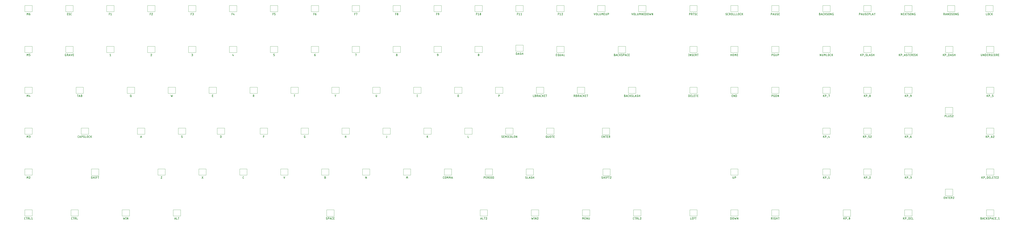
<source format=gbr>
G04 EAGLE Gerber RS-274X export*
G75*
%MOMM*%
%FSLAX34Y34*%
%LPD*%
%INSilkscreen Top*%
%IPPOS*%
%AMOC8*
5,1,8,0,0,1.08239X$1,22.5*%
G01*
%ADD10C,0.125000*%
%ADD11C,0.127000*%


D10*
X1952930Y810000D02*
X1952930Y839270D01*
X1987470Y839270D01*
X1987470Y810000D01*
X1952930Y810000D01*
D11*
X1968502Y802152D02*
X1968429Y801997D01*
X1968359Y801840D01*
X1968293Y801682D01*
X1968231Y801521D01*
X1968173Y801360D01*
X1968119Y801197D01*
X1968068Y801033D01*
X1968022Y800868D01*
X1967979Y800701D01*
X1967940Y800534D01*
X1967906Y800366D01*
X1967875Y800197D01*
X1967849Y800027D01*
X1967826Y799857D01*
X1967808Y799686D01*
X1967793Y799515D01*
X1967783Y799343D01*
X1967777Y799172D01*
X1967775Y799000D01*
X1968502Y802153D02*
X1968531Y802231D01*
X1968563Y802307D01*
X1968598Y802381D01*
X1968637Y802454D01*
X1968679Y802525D01*
X1968725Y802593D01*
X1968773Y802660D01*
X1968825Y802724D01*
X1968879Y802786D01*
X1968936Y802846D01*
X1968996Y802902D01*
X1969059Y802956D01*
X1969123Y803007D01*
X1969191Y803055D01*
X1969260Y803100D01*
X1969331Y803142D01*
X1969404Y803180D01*
X1969479Y803215D01*
X1969555Y803246D01*
X1969633Y803274D01*
X1969711Y803298D01*
X1969791Y803319D01*
X1969872Y803336D01*
X1969953Y803349D01*
X1970035Y803358D01*
X1970118Y803364D01*
X1970200Y803366D01*
X1970282Y803364D01*
X1970365Y803358D01*
X1970447Y803349D01*
X1970528Y803336D01*
X1970609Y803319D01*
X1970689Y803298D01*
X1970767Y803274D01*
X1970845Y803246D01*
X1970921Y803215D01*
X1970996Y803180D01*
X1971069Y803142D01*
X1971140Y803100D01*
X1971209Y803055D01*
X1971277Y803007D01*
X1971341Y802956D01*
X1971404Y802902D01*
X1971464Y802846D01*
X1971521Y802786D01*
X1971575Y802724D01*
X1971627Y802660D01*
X1971675Y802593D01*
X1971721Y802525D01*
X1971763Y802454D01*
X1971802Y802381D01*
X1971837Y802307D01*
X1971869Y802231D01*
X1971898Y802153D01*
X1971898Y802152D02*
X1971971Y801997D01*
X1972041Y801840D01*
X1972107Y801682D01*
X1972169Y801521D01*
X1972227Y801360D01*
X1972281Y801197D01*
X1972332Y801033D01*
X1972378Y800868D01*
X1972421Y800701D01*
X1972460Y800534D01*
X1972494Y800366D01*
X1972525Y800197D01*
X1972551Y800027D01*
X1972574Y799857D01*
X1972592Y799686D01*
X1972607Y799515D01*
X1972617Y799343D01*
X1972623Y799172D01*
X1972625Y799000D01*
X1967775Y799000D02*
X1967777Y798828D01*
X1967783Y798657D01*
X1967793Y798485D01*
X1967808Y798314D01*
X1967826Y798143D01*
X1967849Y797973D01*
X1967875Y797803D01*
X1967906Y797634D01*
X1967940Y797466D01*
X1967979Y797299D01*
X1968022Y797132D01*
X1968068Y796967D01*
X1968119Y796803D01*
X1968173Y796640D01*
X1968231Y796479D01*
X1968293Y796318D01*
X1968359Y796160D01*
X1968429Y796003D01*
X1968502Y795848D01*
X1968531Y795770D01*
X1968563Y795694D01*
X1968598Y795620D01*
X1968637Y795547D01*
X1968679Y795476D01*
X1968725Y795408D01*
X1968773Y795341D01*
X1968825Y795277D01*
X1968879Y795215D01*
X1968936Y795155D01*
X1968996Y795099D01*
X1969059Y795045D01*
X1969123Y794994D01*
X1969191Y794946D01*
X1969260Y794901D01*
X1969331Y794859D01*
X1969404Y794821D01*
X1969479Y794786D01*
X1969555Y794755D01*
X1969633Y794727D01*
X1969711Y794703D01*
X1969791Y794682D01*
X1969872Y794665D01*
X1969953Y794652D01*
X1970035Y794643D01*
X1970118Y794637D01*
X1970200Y794635D01*
X1971898Y795848D02*
X1971971Y796003D01*
X1972041Y796160D01*
X1972107Y796318D01*
X1972169Y796479D01*
X1972227Y796640D01*
X1972281Y796803D01*
X1972332Y796967D01*
X1972378Y797132D01*
X1972421Y797299D01*
X1972460Y797466D01*
X1972494Y797634D01*
X1972525Y797803D01*
X1972551Y797973D01*
X1972574Y798143D01*
X1972592Y798314D01*
X1972607Y798485D01*
X1972617Y798657D01*
X1972623Y798828D01*
X1972625Y799000D01*
X1971898Y795848D02*
X1971869Y795770D01*
X1971837Y795694D01*
X1971802Y795620D01*
X1971763Y795547D01*
X1971721Y795476D01*
X1971675Y795408D01*
X1971627Y795341D01*
X1971575Y795277D01*
X1971521Y795215D01*
X1971464Y795155D01*
X1971404Y795099D01*
X1971341Y795045D01*
X1971277Y794994D01*
X1971209Y794946D01*
X1971140Y794901D01*
X1971069Y794859D01*
X1970996Y794821D01*
X1970921Y794786D01*
X1970845Y794755D01*
X1970767Y794727D01*
X1970689Y794703D01*
X1970609Y794682D01*
X1970528Y794665D01*
X1970447Y794652D01*
X1970365Y794643D01*
X1970282Y794637D01*
X1970200Y794635D01*
X1968260Y796575D02*
X1972140Y801425D01*
D10*
X238430Y810000D02*
X238430Y839270D01*
X272970Y839270D01*
X272970Y810000D01*
X238430Y810000D01*
D11*
X253275Y801425D02*
X255700Y803365D01*
X255700Y794635D01*
X253275Y794635D02*
X258125Y794635D01*
D10*
X428930Y810000D02*
X428930Y839270D01*
X463470Y839270D01*
X463470Y810000D01*
X428930Y810000D01*
D11*
X446443Y803366D02*
X446536Y803364D01*
X446628Y803358D01*
X446720Y803348D01*
X446812Y803335D01*
X446903Y803317D01*
X446993Y803296D01*
X447082Y803270D01*
X447170Y803241D01*
X447257Y803209D01*
X447342Y803172D01*
X447426Y803132D01*
X447508Y803089D01*
X447588Y803042D01*
X447665Y802992D01*
X447741Y802938D01*
X447814Y802881D01*
X447885Y802822D01*
X447954Y802759D01*
X448019Y802694D01*
X448082Y802625D01*
X448141Y802554D01*
X448198Y802481D01*
X448252Y802405D01*
X448302Y802328D01*
X448349Y802248D01*
X448392Y802166D01*
X448432Y802082D01*
X448469Y801997D01*
X448501Y801910D01*
X448530Y801822D01*
X448556Y801733D01*
X448577Y801643D01*
X448595Y801552D01*
X448608Y801460D01*
X448618Y801368D01*
X448624Y801276D01*
X448626Y801183D01*
X446443Y803365D02*
X446339Y803363D01*
X446236Y803357D01*
X446132Y803348D01*
X446030Y803334D01*
X445927Y803317D01*
X445826Y803296D01*
X445725Y803272D01*
X445625Y803243D01*
X445527Y803211D01*
X445429Y803175D01*
X445333Y803136D01*
X445239Y803093D01*
X445146Y803047D01*
X445055Y802997D01*
X444966Y802944D01*
X444879Y802888D01*
X444794Y802829D01*
X444711Y802766D01*
X444631Y802701D01*
X444553Y802632D01*
X444477Y802561D01*
X444405Y802487D01*
X444335Y802410D01*
X444268Y802331D01*
X444204Y802249D01*
X444143Y802165D01*
X444086Y802079D01*
X444031Y801991D01*
X443980Y801901D01*
X443932Y801809D01*
X443887Y801715D01*
X443847Y801620D01*
X443809Y801523D01*
X443775Y801425D01*
X447898Y799486D02*
X447965Y799552D01*
X448030Y799622D01*
X448091Y799694D01*
X448150Y799768D01*
X448206Y799845D01*
X448258Y799924D01*
X448308Y800005D01*
X448354Y800088D01*
X448396Y800173D01*
X448435Y800260D01*
X448471Y800348D01*
X448503Y800437D01*
X448531Y800528D01*
X448556Y800619D01*
X448577Y800712D01*
X448594Y800805D01*
X448608Y800899D01*
X448617Y800993D01*
X448623Y801088D01*
X448625Y801183D01*
X447898Y799485D02*
X443775Y794635D01*
X448625Y794635D01*
D10*
X619430Y810000D02*
X619430Y839270D01*
X653970Y839270D01*
X653970Y810000D01*
X619430Y810000D01*
D11*
X634275Y794635D02*
X636700Y794635D01*
X636798Y794637D01*
X636895Y794643D01*
X636992Y794653D01*
X637089Y794666D01*
X637185Y794684D01*
X637280Y794705D01*
X637375Y794731D01*
X637468Y794760D01*
X637560Y794793D01*
X637651Y794829D01*
X637740Y794869D01*
X637827Y794913D01*
X637913Y794960D01*
X637996Y795010D01*
X638078Y795064D01*
X638157Y795121D01*
X638234Y795182D01*
X638308Y795245D01*
X638380Y795311D01*
X638449Y795380D01*
X638515Y795452D01*
X638578Y795526D01*
X638639Y795603D01*
X638696Y795682D01*
X638750Y795764D01*
X638800Y795848D01*
X638847Y795933D01*
X638891Y796020D01*
X638931Y796109D01*
X638967Y796200D01*
X639000Y796292D01*
X639029Y796385D01*
X639055Y796480D01*
X639076Y796575D01*
X639094Y796671D01*
X639107Y796768D01*
X639117Y796865D01*
X639123Y796962D01*
X639125Y797060D01*
X639123Y797158D01*
X639117Y797255D01*
X639107Y797352D01*
X639094Y797449D01*
X639076Y797545D01*
X639055Y797640D01*
X639029Y797735D01*
X639000Y797828D01*
X638967Y797920D01*
X638931Y798011D01*
X638891Y798100D01*
X638847Y798187D01*
X638800Y798273D01*
X638750Y798356D01*
X638696Y798438D01*
X638639Y798517D01*
X638578Y798594D01*
X638515Y798668D01*
X638449Y798740D01*
X638380Y798809D01*
X638308Y798875D01*
X638234Y798938D01*
X638157Y798999D01*
X638078Y799056D01*
X637996Y799110D01*
X637913Y799160D01*
X637827Y799207D01*
X637740Y799251D01*
X637651Y799291D01*
X637560Y799327D01*
X637468Y799360D01*
X637375Y799389D01*
X637280Y799415D01*
X637185Y799436D01*
X637089Y799454D01*
X636992Y799467D01*
X636895Y799477D01*
X636798Y799483D01*
X636700Y799485D01*
X637185Y803365D02*
X634275Y803365D01*
X637185Y803365D02*
X637272Y803363D01*
X637359Y803357D01*
X637445Y803347D01*
X637531Y803334D01*
X637617Y803316D01*
X637701Y803295D01*
X637784Y803270D01*
X637867Y803241D01*
X637947Y803209D01*
X638027Y803173D01*
X638104Y803133D01*
X638180Y803090D01*
X638254Y803044D01*
X638325Y802994D01*
X638395Y802942D01*
X638461Y802886D01*
X638526Y802827D01*
X638587Y802766D01*
X638646Y802701D01*
X638702Y802635D01*
X638754Y802565D01*
X638804Y802494D01*
X638850Y802420D01*
X638893Y802344D01*
X638933Y802267D01*
X638969Y802187D01*
X639001Y802107D01*
X639030Y802024D01*
X639055Y801941D01*
X639076Y801857D01*
X639094Y801771D01*
X639107Y801685D01*
X639117Y801599D01*
X639123Y801512D01*
X639125Y801425D01*
X639123Y801338D01*
X639117Y801251D01*
X639107Y801165D01*
X639094Y801079D01*
X639076Y800993D01*
X639055Y800909D01*
X639030Y800826D01*
X639001Y800743D01*
X638969Y800663D01*
X638933Y800583D01*
X638893Y800506D01*
X638850Y800430D01*
X638804Y800356D01*
X638754Y800285D01*
X638702Y800215D01*
X638646Y800149D01*
X638587Y800084D01*
X638526Y800023D01*
X638461Y799964D01*
X638395Y799908D01*
X638325Y799856D01*
X638254Y799806D01*
X638180Y799760D01*
X638104Y799717D01*
X638027Y799677D01*
X637947Y799641D01*
X637867Y799609D01*
X637784Y799580D01*
X637701Y799555D01*
X637617Y799534D01*
X637531Y799516D01*
X637445Y799503D01*
X637359Y799493D01*
X637272Y799487D01*
X637185Y799485D01*
X635245Y799485D01*
D10*
X809930Y810000D02*
X809930Y839270D01*
X844470Y839270D01*
X844470Y810000D01*
X809930Y810000D01*
D11*
X826715Y803365D02*
X824775Y796575D01*
X829625Y796575D01*
X828170Y798515D02*
X828170Y794635D01*
D10*
X1000430Y810000D02*
X1000430Y839270D01*
X1034970Y839270D01*
X1034970Y810000D01*
X1000430Y810000D01*
D11*
X1015275Y794635D02*
X1018185Y794635D01*
X1018272Y794637D01*
X1018359Y794643D01*
X1018445Y794653D01*
X1018531Y794666D01*
X1018617Y794684D01*
X1018701Y794705D01*
X1018784Y794730D01*
X1018867Y794759D01*
X1018947Y794791D01*
X1019027Y794827D01*
X1019104Y794867D01*
X1019180Y794910D01*
X1019254Y794956D01*
X1019325Y795006D01*
X1019395Y795058D01*
X1019461Y795114D01*
X1019526Y795173D01*
X1019587Y795234D01*
X1019646Y795299D01*
X1019702Y795365D01*
X1019754Y795435D01*
X1019804Y795506D01*
X1019850Y795580D01*
X1019893Y795656D01*
X1019933Y795733D01*
X1019969Y795813D01*
X1020001Y795893D01*
X1020030Y795976D01*
X1020055Y796059D01*
X1020076Y796143D01*
X1020094Y796229D01*
X1020107Y796315D01*
X1020117Y796401D01*
X1020123Y796488D01*
X1020125Y796575D01*
X1020125Y797545D01*
X1020123Y797632D01*
X1020117Y797719D01*
X1020107Y797805D01*
X1020094Y797891D01*
X1020076Y797977D01*
X1020055Y798061D01*
X1020030Y798144D01*
X1020001Y798227D01*
X1019969Y798307D01*
X1019933Y798387D01*
X1019893Y798464D01*
X1019850Y798540D01*
X1019804Y798614D01*
X1019754Y798685D01*
X1019702Y798755D01*
X1019646Y798821D01*
X1019587Y798886D01*
X1019526Y798947D01*
X1019461Y799006D01*
X1019395Y799062D01*
X1019325Y799114D01*
X1019254Y799164D01*
X1019180Y799210D01*
X1019104Y799253D01*
X1019027Y799293D01*
X1018947Y799329D01*
X1018867Y799361D01*
X1018784Y799390D01*
X1018701Y799415D01*
X1018617Y799436D01*
X1018531Y799454D01*
X1018445Y799467D01*
X1018359Y799477D01*
X1018272Y799483D01*
X1018185Y799485D01*
X1015275Y799485D01*
X1015275Y803365D01*
X1020125Y803365D01*
D10*
X1190930Y810000D02*
X1190930Y839270D01*
X1225470Y839270D01*
X1225470Y810000D01*
X1190930Y810000D01*
D11*
X1205775Y799485D02*
X1208685Y799485D01*
X1208772Y799483D01*
X1208859Y799477D01*
X1208945Y799467D01*
X1209031Y799454D01*
X1209117Y799436D01*
X1209201Y799415D01*
X1209284Y799390D01*
X1209367Y799361D01*
X1209447Y799329D01*
X1209527Y799293D01*
X1209604Y799253D01*
X1209680Y799210D01*
X1209754Y799164D01*
X1209825Y799114D01*
X1209895Y799062D01*
X1209961Y799006D01*
X1210026Y798947D01*
X1210087Y798886D01*
X1210146Y798821D01*
X1210202Y798755D01*
X1210254Y798685D01*
X1210304Y798614D01*
X1210350Y798540D01*
X1210393Y798464D01*
X1210433Y798387D01*
X1210469Y798307D01*
X1210501Y798227D01*
X1210530Y798144D01*
X1210555Y798061D01*
X1210576Y797977D01*
X1210594Y797891D01*
X1210607Y797805D01*
X1210617Y797719D01*
X1210623Y797632D01*
X1210625Y797545D01*
X1210625Y797060D01*
X1210623Y796962D01*
X1210617Y796865D01*
X1210607Y796768D01*
X1210594Y796671D01*
X1210576Y796575D01*
X1210555Y796480D01*
X1210529Y796385D01*
X1210500Y796292D01*
X1210467Y796200D01*
X1210431Y796109D01*
X1210391Y796020D01*
X1210347Y795933D01*
X1210300Y795848D01*
X1210250Y795764D01*
X1210196Y795682D01*
X1210139Y795603D01*
X1210078Y795526D01*
X1210015Y795452D01*
X1209949Y795380D01*
X1209880Y795311D01*
X1209808Y795245D01*
X1209734Y795182D01*
X1209657Y795121D01*
X1209578Y795064D01*
X1209496Y795010D01*
X1209413Y794960D01*
X1209327Y794913D01*
X1209240Y794869D01*
X1209151Y794829D01*
X1209060Y794793D01*
X1208968Y794760D01*
X1208875Y794731D01*
X1208780Y794705D01*
X1208685Y794684D01*
X1208589Y794666D01*
X1208492Y794653D01*
X1208395Y794643D01*
X1208298Y794637D01*
X1208200Y794635D01*
X1208102Y794637D01*
X1208005Y794643D01*
X1207908Y794653D01*
X1207811Y794666D01*
X1207715Y794684D01*
X1207620Y794705D01*
X1207525Y794731D01*
X1207432Y794760D01*
X1207340Y794793D01*
X1207249Y794829D01*
X1207160Y794869D01*
X1207073Y794913D01*
X1206988Y794960D01*
X1206904Y795010D01*
X1206822Y795064D01*
X1206743Y795121D01*
X1206666Y795182D01*
X1206592Y795245D01*
X1206520Y795311D01*
X1206451Y795380D01*
X1206385Y795452D01*
X1206322Y795526D01*
X1206261Y795603D01*
X1206204Y795682D01*
X1206150Y795764D01*
X1206100Y795848D01*
X1206053Y795933D01*
X1206009Y796020D01*
X1205969Y796109D01*
X1205933Y796200D01*
X1205900Y796292D01*
X1205871Y796385D01*
X1205845Y796480D01*
X1205824Y796575D01*
X1205806Y796671D01*
X1205793Y796768D01*
X1205783Y796865D01*
X1205777Y796962D01*
X1205775Y797060D01*
X1205775Y799485D01*
X1205777Y799607D01*
X1205783Y799729D01*
X1205792Y799850D01*
X1205806Y799971D01*
X1205823Y800092D01*
X1205844Y800212D01*
X1205868Y800331D01*
X1205897Y800450D01*
X1205929Y800567D01*
X1205965Y800684D01*
X1206004Y800799D01*
X1206047Y800913D01*
X1206094Y801026D01*
X1206144Y801137D01*
X1206198Y801246D01*
X1206255Y801354D01*
X1206315Y801460D01*
X1206379Y801564D01*
X1206446Y801666D01*
X1206516Y801766D01*
X1206589Y801863D01*
X1206665Y801958D01*
X1206745Y802051D01*
X1206827Y802141D01*
X1206911Y802229D01*
X1206999Y802313D01*
X1207089Y802395D01*
X1207182Y802475D01*
X1207277Y802551D01*
X1207374Y802624D01*
X1207474Y802694D01*
X1207576Y802761D01*
X1207680Y802825D01*
X1207786Y802885D01*
X1207894Y802942D01*
X1208003Y802996D01*
X1208114Y803046D01*
X1208227Y803093D01*
X1208341Y803136D01*
X1208456Y803175D01*
X1208573Y803211D01*
X1208690Y803243D01*
X1208809Y803272D01*
X1208928Y803296D01*
X1209048Y803317D01*
X1209169Y803334D01*
X1209290Y803348D01*
X1209411Y803357D01*
X1209533Y803363D01*
X1209655Y803365D01*
D10*
X1381430Y810000D02*
X1381430Y839270D01*
X1415970Y839270D01*
X1415970Y810000D01*
X1381430Y810000D01*
D11*
X1396275Y803365D02*
X1396275Y802395D01*
X1396275Y803365D02*
X1401125Y803365D01*
X1398700Y794635D01*
D10*
X1571930Y810000D02*
X1571930Y839270D01*
X1606470Y839270D01*
X1606470Y810000D01*
X1571930Y810000D01*
D11*
X1586775Y797060D02*
X1586777Y797158D01*
X1586783Y797255D01*
X1586793Y797352D01*
X1586806Y797449D01*
X1586824Y797545D01*
X1586845Y797640D01*
X1586871Y797735D01*
X1586900Y797828D01*
X1586933Y797920D01*
X1586969Y798011D01*
X1587009Y798100D01*
X1587053Y798187D01*
X1587100Y798273D01*
X1587150Y798356D01*
X1587204Y798438D01*
X1587261Y798517D01*
X1587322Y798594D01*
X1587385Y798668D01*
X1587451Y798740D01*
X1587520Y798809D01*
X1587592Y798875D01*
X1587666Y798938D01*
X1587743Y798999D01*
X1587822Y799056D01*
X1587904Y799110D01*
X1587988Y799160D01*
X1588073Y799207D01*
X1588160Y799251D01*
X1588249Y799291D01*
X1588340Y799327D01*
X1588432Y799360D01*
X1588525Y799389D01*
X1588620Y799415D01*
X1588715Y799436D01*
X1588811Y799454D01*
X1588908Y799467D01*
X1589005Y799477D01*
X1589102Y799483D01*
X1589200Y799485D01*
X1589298Y799483D01*
X1589395Y799477D01*
X1589492Y799467D01*
X1589589Y799454D01*
X1589685Y799436D01*
X1589780Y799415D01*
X1589875Y799389D01*
X1589968Y799360D01*
X1590060Y799327D01*
X1590151Y799291D01*
X1590240Y799251D01*
X1590327Y799207D01*
X1590413Y799160D01*
X1590496Y799110D01*
X1590578Y799056D01*
X1590657Y798999D01*
X1590734Y798938D01*
X1590808Y798875D01*
X1590880Y798809D01*
X1590949Y798740D01*
X1591015Y798668D01*
X1591078Y798594D01*
X1591139Y798517D01*
X1591196Y798438D01*
X1591250Y798356D01*
X1591300Y798273D01*
X1591347Y798187D01*
X1591391Y798100D01*
X1591431Y798011D01*
X1591467Y797920D01*
X1591500Y797828D01*
X1591529Y797735D01*
X1591555Y797640D01*
X1591576Y797545D01*
X1591594Y797449D01*
X1591607Y797352D01*
X1591617Y797255D01*
X1591623Y797158D01*
X1591625Y797060D01*
X1591623Y796962D01*
X1591617Y796865D01*
X1591607Y796768D01*
X1591594Y796671D01*
X1591576Y796575D01*
X1591555Y796480D01*
X1591529Y796385D01*
X1591500Y796292D01*
X1591467Y796200D01*
X1591431Y796109D01*
X1591391Y796020D01*
X1591347Y795933D01*
X1591300Y795848D01*
X1591250Y795764D01*
X1591196Y795682D01*
X1591139Y795603D01*
X1591078Y795526D01*
X1591015Y795452D01*
X1590949Y795380D01*
X1590880Y795311D01*
X1590808Y795245D01*
X1590734Y795182D01*
X1590657Y795121D01*
X1590578Y795064D01*
X1590496Y795010D01*
X1590413Y794960D01*
X1590327Y794913D01*
X1590240Y794869D01*
X1590151Y794829D01*
X1590060Y794793D01*
X1589968Y794760D01*
X1589875Y794731D01*
X1589780Y794705D01*
X1589685Y794684D01*
X1589589Y794666D01*
X1589492Y794653D01*
X1589395Y794643D01*
X1589298Y794637D01*
X1589200Y794635D01*
X1589102Y794637D01*
X1589005Y794643D01*
X1588908Y794653D01*
X1588811Y794666D01*
X1588715Y794684D01*
X1588620Y794705D01*
X1588525Y794731D01*
X1588432Y794760D01*
X1588340Y794793D01*
X1588249Y794829D01*
X1588160Y794869D01*
X1588073Y794913D01*
X1587988Y794960D01*
X1587904Y795010D01*
X1587822Y795064D01*
X1587743Y795121D01*
X1587666Y795182D01*
X1587592Y795245D01*
X1587520Y795311D01*
X1587451Y795380D01*
X1587385Y795452D01*
X1587322Y795526D01*
X1587261Y795603D01*
X1587204Y795682D01*
X1587150Y795764D01*
X1587100Y795848D01*
X1587053Y795933D01*
X1587009Y796020D01*
X1586969Y796109D01*
X1586933Y796200D01*
X1586900Y796292D01*
X1586871Y796385D01*
X1586845Y796480D01*
X1586824Y796575D01*
X1586806Y796671D01*
X1586793Y796768D01*
X1586783Y796865D01*
X1586777Y796962D01*
X1586775Y797060D01*
X1587260Y801425D02*
X1587262Y801512D01*
X1587268Y801599D01*
X1587278Y801685D01*
X1587291Y801771D01*
X1587309Y801857D01*
X1587330Y801941D01*
X1587355Y802024D01*
X1587384Y802107D01*
X1587416Y802187D01*
X1587452Y802267D01*
X1587492Y802344D01*
X1587535Y802420D01*
X1587581Y802494D01*
X1587631Y802565D01*
X1587683Y802635D01*
X1587739Y802701D01*
X1587798Y802766D01*
X1587859Y802827D01*
X1587924Y802886D01*
X1587990Y802942D01*
X1588060Y802994D01*
X1588131Y803044D01*
X1588205Y803090D01*
X1588281Y803133D01*
X1588358Y803173D01*
X1588438Y803209D01*
X1588518Y803241D01*
X1588601Y803270D01*
X1588684Y803295D01*
X1588768Y803316D01*
X1588854Y803334D01*
X1588940Y803347D01*
X1589026Y803357D01*
X1589113Y803363D01*
X1589200Y803365D01*
X1589287Y803363D01*
X1589374Y803357D01*
X1589460Y803347D01*
X1589546Y803334D01*
X1589632Y803316D01*
X1589716Y803295D01*
X1589799Y803270D01*
X1589882Y803241D01*
X1589962Y803209D01*
X1590042Y803173D01*
X1590119Y803133D01*
X1590195Y803090D01*
X1590269Y803044D01*
X1590340Y802994D01*
X1590410Y802942D01*
X1590476Y802886D01*
X1590541Y802827D01*
X1590602Y802766D01*
X1590661Y802701D01*
X1590717Y802635D01*
X1590769Y802565D01*
X1590819Y802494D01*
X1590865Y802420D01*
X1590908Y802344D01*
X1590948Y802267D01*
X1590984Y802187D01*
X1591016Y802107D01*
X1591045Y802024D01*
X1591070Y801941D01*
X1591091Y801857D01*
X1591109Y801771D01*
X1591122Y801685D01*
X1591132Y801599D01*
X1591138Y801512D01*
X1591140Y801425D01*
X1591138Y801338D01*
X1591132Y801251D01*
X1591122Y801165D01*
X1591109Y801079D01*
X1591091Y800993D01*
X1591070Y800909D01*
X1591045Y800826D01*
X1591016Y800743D01*
X1590984Y800663D01*
X1590948Y800583D01*
X1590908Y800506D01*
X1590865Y800430D01*
X1590819Y800356D01*
X1590769Y800285D01*
X1590717Y800215D01*
X1590661Y800149D01*
X1590602Y800084D01*
X1590541Y800023D01*
X1590476Y799964D01*
X1590410Y799908D01*
X1590340Y799856D01*
X1590269Y799806D01*
X1590195Y799760D01*
X1590119Y799717D01*
X1590042Y799677D01*
X1589962Y799641D01*
X1589882Y799609D01*
X1589799Y799580D01*
X1589716Y799555D01*
X1589632Y799534D01*
X1589546Y799516D01*
X1589460Y799503D01*
X1589374Y799493D01*
X1589287Y799487D01*
X1589200Y799485D01*
X1589113Y799487D01*
X1589026Y799493D01*
X1588940Y799503D01*
X1588854Y799516D01*
X1588768Y799534D01*
X1588684Y799555D01*
X1588601Y799580D01*
X1588518Y799609D01*
X1588438Y799641D01*
X1588358Y799677D01*
X1588281Y799717D01*
X1588205Y799760D01*
X1588131Y799806D01*
X1588060Y799856D01*
X1587990Y799908D01*
X1587924Y799964D01*
X1587859Y800023D01*
X1587798Y800084D01*
X1587739Y800149D01*
X1587683Y800215D01*
X1587631Y800285D01*
X1587581Y800356D01*
X1587535Y800430D01*
X1587492Y800506D01*
X1587452Y800583D01*
X1587416Y800663D01*
X1587384Y800743D01*
X1587355Y800826D01*
X1587330Y800909D01*
X1587309Y800993D01*
X1587291Y801079D01*
X1587278Y801165D01*
X1587268Y801251D01*
X1587262Y801338D01*
X1587260Y801425D01*
D10*
X1762430Y810000D02*
X1762430Y839270D01*
X1796970Y839270D01*
X1796970Y810000D01*
X1762430Y810000D01*
D11*
X1779215Y798515D02*
X1782125Y798515D01*
X1779215Y798515D02*
X1779128Y798517D01*
X1779041Y798523D01*
X1778955Y798533D01*
X1778869Y798546D01*
X1778783Y798564D01*
X1778699Y798585D01*
X1778616Y798610D01*
X1778533Y798639D01*
X1778453Y798671D01*
X1778373Y798707D01*
X1778296Y798747D01*
X1778220Y798790D01*
X1778146Y798836D01*
X1778075Y798886D01*
X1778005Y798938D01*
X1777939Y798994D01*
X1777874Y799053D01*
X1777813Y799114D01*
X1777754Y799179D01*
X1777698Y799245D01*
X1777646Y799315D01*
X1777596Y799386D01*
X1777550Y799460D01*
X1777507Y799536D01*
X1777467Y799613D01*
X1777431Y799693D01*
X1777399Y799773D01*
X1777370Y799856D01*
X1777345Y799939D01*
X1777324Y800023D01*
X1777306Y800109D01*
X1777293Y800195D01*
X1777283Y800281D01*
X1777277Y800368D01*
X1777275Y800455D01*
X1777275Y800940D01*
X1777277Y801038D01*
X1777283Y801135D01*
X1777293Y801232D01*
X1777306Y801329D01*
X1777324Y801425D01*
X1777345Y801520D01*
X1777371Y801615D01*
X1777400Y801708D01*
X1777433Y801800D01*
X1777469Y801891D01*
X1777509Y801980D01*
X1777553Y802067D01*
X1777600Y802153D01*
X1777650Y802236D01*
X1777704Y802318D01*
X1777761Y802397D01*
X1777822Y802474D01*
X1777885Y802548D01*
X1777951Y802620D01*
X1778020Y802689D01*
X1778092Y802755D01*
X1778166Y802818D01*
X1778243Y802879D01*
X1778322Y802936D01*
X1778404Y802990D01*
X1778488Y803040D01*
X1778573Y803087D01*
X1778660Y803131D01*
X1778749Y803171D01*
X1778840Y803207D01*
X1778932Y803240D01*
X1779025Y803269D01*
X1779120Y803295D01*
X1779215Y803316D01*
X1779311Y803334D01*
X1779408Y803347D01*
X1779505Y803357D01*
X1779602Y803363D01*
X1779700Y803365D01*
X1779798Y803363D01*
X1779895Y803357D01*
X1779992Y803347D01*
X1780089Y803334D01*
X1780185Y803316D01*
X1780280Y803295D01*
X1780375Y803269D01*
X1780468Y803240D01*
X1780560Y803207D01*
X1780651Y803171D01*
X1780740Y803131D01*
X1780827Y803087D01*
X1780913Y803040D01*
X1780996Y802990D01*
X1781078Y802936D01*
X1781157Y802879D01*
X1781234Y802818D01*
X1781308Y802755D01*
X1781380Y802689D01*
X1781449Y802620D01*
X1781515Y802548D01*
X1781578Y802474D01*
X1781639Y802397D01*
X1781696Y802318D01*
X1781750Y802236D01*
X1781800Y802153D01*
X1781847Y802067D01*
X1781891Y801980D01*
X1781931Y801891D01*
X1781967Y801800D01*
X1782000Y801708D01*
X1782029Y801615D01*
X1782055Y801520D01*
X1782076Y801425D01*
X1782094Y801329D01*
X1782107Y801232D01*
X1782117Y801135D01*
X1782123Y801038D01*
X1782125Y800940D01*
X1782125Y798515D01*
X1782123Y798393D01*
X1782117Y798271D01*
X1782108Y798150D01*
X1782094Y798029D01*
X1782077Y797908D01*
X1782056Y797788D01*
X1782032Y797669D01*
X1782003Y797550D01*
X1781971Y797433D01*
X1781935Y797316D01*
X1781896Y797201D01*
X1781853Y797087D01*
X1781806Y796974D01*
X1781756Y796863D01*
X1781702Y796754D01*
X1781645Y796646D01*
X1781585Y796540D01*
X1781521Y796436D01*
X1781454Y796334D01*
X1781384Y796234D01*
X1781311Y796137D01*
X1781235Y796042D01*
X1781155Y795949D01*
X1781073Y795859D01*
X1780989Y795771D01*
X1780901Y795687D01*
X1780811Y795605D01*
X1780718Y795525D01*
X1780623Y795449D01*
X1780526Y795376D01*
X1780426Y795306D01*
X1780324Y795239D01*
X1780220Y795175D01*
X1780114Y795115D01*
X1780006Y795058D01*
X1779897Y795004D01*
X1779786Y794954D01*
X1779673Y794907D01*
X1779559Y794864D01*
X1779444Y794825D01*
X1779327Y794789D01*
X1779210Y794757D01*
X1779091Y794728D01*
X1778972Y794704D01*
X1778852Y794683D01*
X1778731Y794666D01*
X1778610Y794652D01*
X1778489Y794643D01*
X1778367Y794637D01*
X1778245Y794635D01*
D10*
X381330Y458270D02*
X381330Y429000D01*
X381330Y458270D02*
X415870Y458270D01*
X415870Y429000D01*
X381330Y429000D01*
D11*
X398600Y422365D02*
X395690Y413635D01*
X401510Y413635D02*
X398600Y422365D01*
X400783Y415818D02*
X396418Y415818D01*
D10*
X548030Y77270D02*
X548030Y48000D01*
X548030Y77270D02*
X582570Y77270D01*
X582570Y48000D01*
X548030Y48000D01*
D11*
X557443Y41365D02*
X554533Y32635D01*
X560353Y32635D02*
X557443Y41365D01*
X559625Y34818D02*
X555260Y34818D01*
X564341Y32635D02*
X564341Y41365D01*
X564341Y32635D02*
X568221Y32635D01*
X573643Y32635D02*
X573643Y41365D01*
X571218Y41365D02*
X576068Y41365D01*
D10*
X1976730Y48000D02*
X1976730Y77270D01*
X2011270Y77270D01*
X2011270Y48000D01*
X1976730Y48000D01*
D11*
X1981943Y41365D02*
X1979033Y32635D01*
X1984853Y32635D02*
X1981943Y41365D01*
X1984125Y34818D02*
X1979760Y34818D01*
X1988841Y32635D02*
X1988841Y41365D01*
X1988841Y32635D02*
X1992721Y32635D01*
X1998143Y32635D02*
X1998143Y41365D01*
X1995718Y41365D02*
X2000568Y41365D01*
X2006785Y41366D02*
X2006878Y41364D01*
X2006970Y41358D01*
X2007062Y41348D01*
X2007154Y41335D01*
X2007245Y41317D01*
X2007335Y41296D01*
X2007424Y41270D01*
X2007512Y41241D01*
X2007599Y41209D01*
X2007684Y41172D01*
X2007768Y41132D01*
X2007850Y41089D01*
X2007930Y41042D01*
X2008007Y40992D01*
X2008083Y40938D01*
X2008156Y40881D01*
X2008227Y40822D01*
X2008296Y40759D01*
X2008361Y40694D01*
X2008424Y40625D01*
X2008483Y40554D01*
X2008540Y40481D01*
X2008594Y40405D01*
X2008644Y40328D01*
X2008691Y40248D01*
X2008734Y40166D01*
X2008774Y40082D01*
X2008811Y39997D01*
X2008843Y39910D01*
X2008872Y39822D01*
X2008898Y39733D01*
X2008919Y39643D01*
X2008937Y39552D01*
X2008950Y39460D01*
X2008960Y39368D01*
X2008966Y39276D01*
X2008968Y39183D01*
X2006785Y41365D02*
X2006681Y41363D01*
X2006578Y41357D01*
X2006474Y41348D01*
X2006372Y41334D01*
X2006269Y41317D01*
X2006168Y41296D01*
X2006067Y41272D01*
X2005967Y41243D01*
X2005869Y41211D01*
X2005771Y41175D01*
X2005675Y41136D01*
X2005581Y41093D01*
X2005488Y41047D01*
X2005397Y40997D01*
X2005308Y40944D01*
X2005221Y40888D01*
X2005136Y40829D01*
X2005053Y40766D01*
X2004973Y40701D01*
X2004895Y40632D01*
X2004819Y40561D01*
X2004747Y40487D01*
X2004677Y40410D01*
X2004610Y40331D01*
X2004546Y40249D01*
X2004485Y40165D01*
X2004428Y40079D01*
X2004373Y39991D01*
X2004322Y39901D01*
X2004274Y39809D01*
X2004229Y39715D01*
X2004189Y39620D01*
X2004151Y39523D01*
X2004117Y39425D01*
X2008240Y37486D02*
X2008307Y37552D01*
X2008372Y37622D01*
X2008433Y37694D01*
X2008492Y37768D01*
X2008548Y37845D01*
X2008600Y37924D01*
X2008650Y38005D01*
X2008696Y38088D01*
X2008738Y38173D01*
X2008777Y38260D01*
X2008813Y38348D01*
X2008845Y38437D01*
X2008873Y38528D01*
X2008898Y38619D01*
X2008919Y38712D01*
X2008936Y38805D01*
X2008950Y38899D01*
X2008959Y38993D01*
X2008965Y39088D01*
X2008967Y39183D01*
X2008240Y37485D02*
X2004118Y32635D01*
X2008968Y32635D01*
D10*
X1238530Y238500D02*
X1238530Y267770D01*
X1273070Y267770D01*
X1273070Y238500D01*
X1238530Y238500D01*
D11*
X1253375Y227985D02*
X1255800Y227985D01*
X1255898Y227983D01*
X1255995Y227977D01*
X1256092Y227967D01*
X1256189Y227954D01*
X1256285Y227936D01*
X1256380Y227915D01*
X1256475Y227889D01*
X1256568Y227860D01*
X1256660Y227827D01*
X1256751Y227791D01*
X1256840Y227751D01*
X1256927Y227707D01*
X1257013Y227660D01*
X1257096Y227610D01*
X1257178Y227556D01*
X1257257Y227499D01*
X1257334Y227438D01*
X1257408Y227375D01*
X1257480Y227309D01*
X1257549Y227240D01*
X1257615Y227168D01*
X1257678Y227094D01*
X1257739Y227017D01*
X1257796Y226938D01*
X1257850Y226856D01*
X1257900Y226772D01*
X1257947Y226687D01*
X1257991Y226600D01*
X1258031Y226511D01*
X1258067Y226420D01*
X1258100Y226328D01*
X1258129Y226235D01*
X1258155Y226140D01*
X1258176Y226045D01*
X1258194Y225949D01*
X1258207Y225852D01*
X1258217Y225755D01*
X1258223Y225658D01*
X1258225Y225560D01*
X1258223Y225462D01*
X1258217Y225365D01*
X1258207Y225268D01*
X1258194Y225171D01*
X1258176Y225075D01*
X1258155Y224980D01*
X1258129Y224885D01*
X1258100Y224792D01*
X1258067Y224700D01*
X1258031Y224609D01*
X1257991Y224520D01*
X1257947Y224433D01*
X1257900Y224348D01*
X1257850Y224264D01*
X1257796Y224182D01*
X1257739Y224103D01*
X1257678Y224026D01*
X1257615Y223952D01*
X1257549Y223880D01*
X1257480Y223811D01*
X1257408Y223745D01*
X1257334Y223682D01*
X1257257Y223621D01*
X1257178Y223564D01*
X1257096Y223510D01*
X1257013Y223460D01*
X1256927Y223413D01*
X1256840Y223369D01*
X1256751Y223329D01*
X1256660Y223293D01*
X1256568Y223260D01*
X1256475Y223231D01*
X1256380Y223205D01*
X1256285Y223184D01*
X1256189Y223166D01*
X1256092Y223153D01*
X1255995Y223143D01*
X1255898Y223137D01*
X1255800Y223135D01*
X1253375Y223135D01*
X1253375Y231865D01*
X1255800Y231865D01*
X1255887Y231863D01*
X1255974Y231857D01*
X1256060Y231847D01*
X1256146Y231834D01*
X1256232Y231816D01*
X1256316Y231795D01*
X1256399Y231770D01*
X1256482Y231741D01*
X1256562Y231709D01*
X1256642Y231673D01*
X1256719Y231633D01*
X1256795Y231590D01*
X1256869Y231544D01*
X1256940Y231494D01*
X1257010Y231442D01*
X1257076Y231386D01*
X1257141Y231327D01*
X1257202Y231266D01*
X1257261Y231201D01*
X1257317Y231135D01*
X1257369Y231065D01*
X1257419Y230994D01*
X1257465Y230920D01*
X1257508Y230844D01*
X1257548Y230767D01*
X1257584Y230687D01*
X1257616Y230607D01*
X1257645Y230524D01*
X1257670Y230441D01*
X1257691Y230357D01*
X1257709Y230271D01*
X1257722Y230185D01*
X1257732Y230099D01*
X1257738Y230012D01*
X1257740Y229925D01*
X1257738Y229838D01*
X1257732Y229751D01*
X1257722Y229665D01*
X1257709Y229579D01*
X1257691Y229493D01*
X1257670Y229409D01*
X1257645Y229326D01*
X1257616Y229243D01*
X1257584Y229163D01*
X1257548Y229083D01*
X1257508Y229006D01*
X1257465Y228930D01*
X1257419Y228856D01*
X1257369Y228785D01*
X1257317Y228715D01*
X1257261Y228649D01*
X1257202Y228584D01*
X1257141Y228523D01*
X1257076Y228464D01*
X1257010Y228408D01*
X1256940Y228356D01*
X1256869Y228306D01*
X1256795Y228260D01*
X1256719Y228217D01*
X1256642Y228177D01*
X1256562Y228141D01*
X1256482Y228109D01*
X1256399Y228080D01*
X1256316Y228055D01*
X1256232Y228034D01*
X1256146Y228016D01*
X1256060Y228003D01*
X1255974Y227993D01*
X1255887Y227987D01*
X1255800Y227985D01*
D10*
X2667330Y619500D02*
X2667330Y648770D01*
X2701870Y648770D01*
X2701870Y619500D01*
X2667330Y619500D01*
D11*
X2650636Y608985D02*
X2648211Y608985D01*
X2650636Y608985D02*
X2650734Y608983D01*
X2650831Y608977D01*
X2650928Y608967D01*
X2651025Y608954D01*
X2651121Y608936D01*
X2651216Y608915D01*
X2651311Y608889D01*
X2651404Y608860D01*
X2651496Y608827D01*
X2651587Y608791D01*
X2651676Y608751D01*
X2651763Y608707D01*
X2651849Y608660D01*
X2651932Y608610D01*
X2652014Y608556D01*
X2652093Y608499D01*
X2652170Y608438D01*
X2652244Y608375D01*
X2652316Y608309D01*
X2652385Y608240D01*
X2652451Y608168D01*
X2652514Y608094D01*
X2652575Y608017D01*
X2652632Y607938D01*
X2652686Y607856D01*
X2652736Y607773D01*
X2652783Y607687D01*
X2652827Y607600D01*
X2652867Y607511D01*
X2652903Y607420D01*
X2652936Y607328D01*
X2652965Y607235D01*
X2652991Y607140D01*
X2653012Y607045D01*
X2653030Y606949D01*
X2653043Y606852D01*
X2653053Y606755D01*
X2653059Y606658D01*
X2653061Y606560D01*
X2653059Y606462D01*
X2653053Y606365D01*
X2653043Y606268D01*
X2653030Y606171D01*
X2653012Y606075D01*
X2652991Y605980D01*
X2652965Y605885D01*
X2652936Y605792D01*
X2652903Y605700D01*
X2652867Y605609D01*
X2652827Y605520D01*
X2652783Y605433D01*
X2652736Y605348D01*
X2652686Y605264D01*
X2652632Y605182D01*
X2652575Y605103D01*
X2652514Y605026D01*
X2652451Y604952D01*
X2652385Y604880D01*
X2652316Y604811D01*
X2652244Y604745D01*
X2652170Y604682D01*
X2652093Y604621D01*
X2652014Y604564D01*
X2651932Y604510D01*
X2651849Y604460D01*
X2651763Y604413D01*
X2651676Y604369D01*
X2651587Y604329D01*
X2651496Y604293D01*
X2651404Y604260D01*
X2651311Y604231D01*
X2651216Y604205D01*
X2651121Y604184D01*
X2651025Y604166D01*
X2650928Y604153D01*
X2650831Y604143D01*
X2650734Y604137D01*
X2650636Y604135D01*
X2648211Y604135D01*
X2648211Y612865D01*
X2650636Y612865D01*
X2650723Y612863D01*
X2650810Y612857D01*
X2650896Y612847D01*
X2650982Y612834D01*
X2651068Y612816D01*
X2651152Y612795D01*
X2651235Y612770D01*
X2651318Y612741D01*
X2651398Y612709D01*
X2651478Y612673D01*
X2651555Y612633D01*
X2651631Y612590D01*
X2651705Y612544D01*
X2651776Y612494D01*
X2651846Y612442D01*
X2651912Y612386D01*
X2651977Y612327D01*
X2652038Y612266D01*
X2652097Y612201D01*
X2652153Y612135D01*
X2652205Y612065D01*
X2652255Y611994D01*
X2652301Y611920D01*
X2652344Y611844D01*
X2652384Y611767D01*
X2652420Y611687D01*
X2652452Y611607D01*
X2652481Y611524D01*
X2652506Y611441D01*
X2652527Y611357D01*
X2652545Y611271D01*
X2652558Y611185D01*
X2652568Y611099D01*
X2652574Y611012D01*
X2652576Y610925D01*
X2652574Y610838D01*
X2652568Y610751D01*
X2652558Y610665D01*
X2652545Y610579D01*
X2652527Y610493D01*
X2652506Y610409D01*
X2652481Y610326D01*
X2652452Y610243D01*
X2652420Y610163D01*
X2652384Y610083D01*
X2652344Y610006D01*
X2652301Y609930D01*
X2652255Y609856D01*
X2652205Y609785D01*
X2652153Y609715D01*
X2652097Y609649D01*
X2652038Y609584D01*
X2651977Y609523D01*
X2651912Y609464D01*
X2651846Y609408D01*
X2651776Y609356D01*
X2651705Y609306D01*
X2651631Y609260D01*
X2651555Y609217D01*
X2651478Y609177D01*
X2651398Y609141D01*
X2651318Y609109D01*
X2651235Y609080D01*
X2651152Y609055D01*
X2651068Y609034D01*
X2650982Y609016D01*
X2650896Y609003D01*
X2650810Y608993D01*
X2650723Y608987D01*
X2650636Y608985D01*
X2656254Y604135D02*
X2659164Y612865D01*
X2662074Y604135D01*
X2661346Y606318D02*
X2656981Y606318D01*
X2667645Y604135D02*
X2669585Y604135D01*
X2667645Y604135D02*
X2667558Y604137D01*
X2667471Y604143D01*
X2667385Y604153D01*
X2667299Y604166D01*
X2667213Y604184D01*
X2667129Y604205D01*
X2667046Y604230D01*
X2666963Y604259D01*
X2666883Y604291D01*
X2666803Y604327D01*
X2666726Y604367D01*
X2666650Y604410D01*
X2666576Y604456D01*
X2666505Y604506D01*
X2666435Y604558D01*
X2666369Y604614D01*
X2666304Y604673D01*
X2666243Y604734D01*
X2666184Y604799D01*
X2666128Y604865D01*
X2666076Y604935D01*
X2666026Y605006D01*
X2665980Y605080D01*
X2665937Y605156D01*
X2665897Y605233D01*
X2665861Y605313D01*
X2665829Y605393D01*
X2665800Y605476D01*
X2665775Y605559D01*
X2665754Y605643D01*
X2665736Y605729D01*
X2665723Y605815D01*
X2665713Y605901D01*
X2665707Y605988D01*
X2665705Y606075D01*
X2665705Y610925D01*
X2665707Y611012D01*
X2665713Y611099D01*
X2665723Y611185D01*
X2665736Y611271D01*
X2665754Y611357D01*
X2665775Y611441D01*
X2665800Y611524D01*
X2665829Y611607D01*
X2665861Y611687D01*
X2665897Y611767D01*
X2665937Y611844D01*
X2665980Y611920D01*
X2666026Y611994D01*
X2666076Y612065D01*
X2666128Y612135D01*
X2666184Y612201D01*
X2666243Y612266D01*
X2666304Y612327D01*
X2666369Y612386D01*
X2666435Y612442D01*
X2666505Y612494D01*
X2666576Y612544D01*
X2666650Y612590D01*
X2666726Y612633D01*
X2666803Y612673D01*
X2666883Y612709D01*
X2666963Y612741D01*
X2667046Y612770D01*
X2667129Y612795D01*
X2667213Y612816D01*
X2667299Y612834D01*
X2667385Y612847D01*
X2667471Y612857D01*
X2667558Y612863D01*
X2667645Y612865D01*
X2669585Y612865D01*
X2673711Y612865D02*
X2673711Y604135D01*
X2673711Y607530D02*
X2678561Y612865D01*
X2675651Y609470D02*
X2678561Y604135D01*
X2684849Y604135D02*
X2684936Y604137D01*
X2685023Y604143D01*
X2685109Y604153D01*
X2685195Y604166D01*
X2685281Y604184D01*
X2685365Y604205D01*
X2685448Y604230D01*
X2685531Y604259D01*
X2685611Y604291D01*
X2685691Y604327D01*
X2685768Y604367D01*
X2685844Y604410D01*
X2685918Y604456D01*
X2685989Y604506D01*
X2686059Y604558D01*
X2686125Y604614D01*
X2686190Y604673D01*
X2686251Y604734D01*
X2686310Y604799D01*
X2686366Y604865D01*
X2686418Y604935D01*
X2686468Y605006D01*
X2686514Y605080D01*
X2686557Y605156D01*
X2686597Y605233D01*
X2686633Y605313D01*
X2686665Y605393D01*
X2686694Y605476D01*
X2686719Y605559D01*
X2686740Y605643D01*
X2686758Y605729D01*
X2686771Y605815D01*
X2686781Y605901D01*
X2686787Y605988D01*
X2686789Y606075D01*
X2684849Y604135D02*
X2684725Y604137D01*
X2684600Y604143D01*
X2684476Y604152D01*
X2684352Y604165D01*
X2684229Y604182D01*
X2684106Y604203D01*
X2683984Y604227D01*
X2683863Y604255D01*
X2683743Y604287D01*
X2683624Y604323D01*
X2683505Y604362D01*
X2683388Y604404D01*
X2683273Y604450D01*
X2683159Y604500D01*
X2683046Y604553D01*
X2682935Y604609D01*
X2682826Y604669D01*
X2682719Y604732D01*
X2682613Y604798D01*
X2682510Y604868D01*
X2682409Y604940D01*
X2682310Y605016D01*
X2682214Y605095D01*
X2682120Y605176D01*
X2682028Y605260D01*
X2681939Y605347D01*
X2682181Y610925D02*
X2682183Y611012D01*
X2682189Y611099D01*
X2682199Y611185D01*
X2682212Y611271D01*
X2682230Y611357D01*
X2682251Y611441D01*
X2682276Y611524D01*
X2682305Y611607D01*
X2682337Y611687D01*
X2682373Y611767D01*
X2682413Y611844D01*
X2682456Y611920D01*
X2682502Y611994D01*
X2682552Y612065D01*
X2682604Y612135D01*
X2682660Y612201D01*
X2682719Y612266D01*
X2682780Y612327D01*
X2682845Y612386D01*
X2682911Y612442D01*
X2682981Y612494D01*
X2683052Y612544D01*
X2683126Y612590D01*
X2683202Y612633D01*
X2683279Y612673D01*
X2683359Y612709D01*
X2683439Y612741D01*
X2683522Y612770D01*
X2683605Y612795D01*
X2683689Y612816D01*
X2683775Y612834D01*
X2683861Y612847D01*
X2683947Y612857D01*
X2684034Y612863D01*
X2684121Y612865D01*
X2684121Y612866D02*
X2684238Y612864D01*
X2684355Y612858D01*
X2684472Y612849D01*
X2684588Y612836D01*
X2684704Y612819D01*
X2684819Y612798D01*
X2684933Y612774D01*
X2685047Y612746D01*
X2685160Y612715D01*
X2685271Y612679D01*
X2685382Y612641D01*
X2685491Y612598D01*
X2685599Y612552D01*
X2685705Y612503D01*
X2685809Y612450D01*
X2685912Y612394D01*
X2686013Y612335D01*
X2686112Y612273D01*
X2686209Y612207D01*
X2686304Y612138D01*
X2683152Y609228D02*
X2683079Y609273D01*
X2683009Y609321D01*
X2682941Y609371D01*
X2682875Y609425D01*
X2682811Y609482D01*
X2682750Y609541D01*
X2682691Y609603D01*
X2682635Y609668D01*
X2682582Y609734D01*
X2682532Y609803D01*
X2682485Y609875D01*
X2682442Y609948D01*
X2682401Y610022D01*
X2682363Y610099D01*
X2682329Y610177D01*
X2682299Y610257D01*
X2682272Y610337D01*
X2682248Y610419D01*
X2682228Y610502D01*
X2682211Y610586D01*
X2682199Y610670D01*
X2682189Y610755D01*
X2682184Y610840D01*
X2682182Y610925D01*
X2685818Y607772D02*
X2685891Y607727D01*
X2685961Y607679D01*
X2686029Y607629D01*
X2686095Y607575D01*
X2686159Y607518D01*
X2686220Y607459D01*
X2686279Y607397D01*
X2686335Y607332D01*
X2686388Y607266D01*
X2686438Y607197D01*
X2686485Y607125D01*
X2686528Y607052D01*
X2686569Y606978D01*
X2686607Y606901D01*
X2686641Y606823D01*
X2686671Y606743D01*
X2686698Y606663D01*
X2686722Y606581D01*
X2686742Y606498D01*
X2686759Y606414D01*
X2686771Y606330D01*
X2686781Y606245D01*
X2686786Y606160D01*
X2686788Y606075D01*
X2685819Y607773D02*
X2683151Y609228D01*
X2690962Y612865D02*
X2690962Y604135D01*
X2694842Y604135D01*
X2697954Y604135D02*
X2700864Y612865D01*
X2703774Y604135D01*
X2703046Y606318D02*
X2698681Y606318D01*
X2710049Y604135D02*
X2710136Y604137D01*
X2710223Y604143D01*
X2710309Y604153D01*
X2710395Y604166D01*
X2710481Y604184D01*
X2710565Y604205D01*
X2710648Y604230D01*
X2710731Y604259D01*
X2710811Y604291D01*
X2710891Y604327D01*
X2710968Y604367D01*
X2711044Y604410D01*
X2711118Y604456D01*
X2711189Y604506D01*
X2711259Y604558D01*
X2711325Y604614D01*
X2711390Y604673D01*
X2711451Y604734D01*
X2711510Y604799D01*
X2711566Y604865D01*
X2711618Y604935D01*
X2711668Y605006D01*
X2711714Y605080D01*
X2711757Y605156D01*
X2711797Y605233D01*
X2711833Y605313D01*
X2711865Y605393D01*
X2711894Y605476D01*
X2711919Y605559D01*
X2711940Y605643D01*
X2711958Y605729D01*
X2711971Y605815D01*
X2711981Y605901D01*
X2711987Y605988D01*
X2711989Y606075D01*
X2710049Y604135D02*
X2709925Y604137D01*
X2709800Y604143D01*
X2709676Y604152D01*
X2709552Y604165D01*
X2709429Y604182D01*
X2709306Y604203D01*
X2709184Y604227D01*
X2709063Y604255D01*
X2708943Y604287D01*
X2708824Y604323D01*
X2708705Y604362D01*
X2708588Y604404D01*
X2708473Y604450D01*
X2708359Y604500D01*
X2708246Y604553D01*
X2708135Y604609D01*
X2708026Y604669D01*
X2707919Y604732D01*
X2707813Y604798D01*
X2707710Y604868D01*
X2707609Y604940D01*
X2707510Y605016D01*
X2707414Y605095D01*
X2707320Y605176D01*
X2707228Y605260D01*
X2707139Y605347D01*
X2707381Y610925D02*
X2707383Y611012D01*
X2707389Y611099D01*
X2707399Y611185D01*
X2707412Y611271D01*
X2707430Y611357D01*
X2707451Y611441D01*
X2707476Y611524D01*
X2707505Y611607D01*
X2707537Y611687D01*
X2707573Y611767D01*
X2707613Y611844D01*
X2707656Y611920D01*
X2707702Y611994D01*
X2707752Y612065D01*
X2707804Y612135D01*
X2707860Y612201D01*
X2707919Y612266D01*
X2707980Y612327D01*
X2708045Y612386D01*
X2708111Y612442D01*
X2708181Y612494D01*
X2708252Y612544D01*
X2708326Y612590D01*
X2708402Y612633D01*
X2708479Y612673D01*
X2708559Y612709D01*
X2708639Y612741D01*
X2708722Y612770D01*
X2708805Y612795D01*
X2708889Y612816D01*
X2708975Y612834D01*
X2709061Y612847D01*
X2709147Y612857D01*
X2709234Y612863D01*
X2709321Y612865D01*
X2709321Y612866D02*
X2709438Y612864D01*
X2709555Y612858D01*
X2709672Y612849D01*
X2709788Y612836D01*
X2709904Y612819D01*
X2710019Y612798D01*
X2710133Y612774D01*
X2710247Y612746D01*
X2710360Y612715D01*
X2710471Y612679D01*
X2710582Y612641D01*
X2710691Y612598D01*
X2710799Y612552D01*
X2710905Y612503D01*
X2711009Y612450D01*
X2711112Y612394D01*
X2711213Y612335D01*
X2711312Y612273D01*
X2711409Y612207D01*
X2711504Y612138D01*
X2708352Y609228D02*
X2708279Y609273D01*
X2708209Y609321D01*
X2708141Y609371D01*
X2708075Y609425D01*
X2708011Y609482D01*
X2707950Y609541D01*
X2707891Y609603D01*
X2707835Y609668D01*
X2707782Y609734D01*
X2707732Y609803D01*
X2707685Y609875D01*
X2707642Y609948D01*
X2707601Y610022D01*
X2707563Y610099D01*
X2707529Y610177D01*
X2707499Y610257D01*
X2707472Y610337D01*
X2707448Y610419D01*
X2707428Y610502D01*
X2707411Y610586D01*
X2707399Y610670D01*
X2707389Y610755D01*
X2707384Y610840D01*
X2707382Y610925D01*
X2711018Y607772D02*
X2711091Y607727D01*
X2711161Y607679D01*
X2711229Y607629D01*
X2711295Y607575D01*
X2711359Y607518D01*
X2711420Y607459D01*
X2711479Y607397D01*
X2711535Y607332D01*
X2711588Y607266D01*
X2711638Y607197D01*
X2711685Y607125D01*
X2711728Y607052D01*
X2711769Y606978D01*
X2711807Y606901D01*
X2711841Y606823D01*
X2711871Y606743D01*
X2711898Y606663D01*
X2711922Y606581D01*
X2711942Y606498D01*
X2711959Y606414D01*
X2711971Y606330D01*
X2711981Y606245D01*
X2711986Y606160D01*
X2711988Y606075D01*
X2711019Y607773D02*
X2708351Y609228D01*
X2716139Y612865D02*
X2716139Y604135D01*
X2716139Y608985D02*
X2720989Y608985D01*
X2720989Y612865D02*
X2720989Y604135D01*
D10*
X3572230Y1000500D02*
X3572230Y1029770D01*
X3606770Y1029770D01*
X3606770Y1000500D01*
X3572230Y1000500D01*
D11*
X3558836Y989985D02*
X3556411Y989985D01*
X3558836Y989985D02*
X3558934Y989983D01*
X3559031Y989977D01*
X3559128Y989967D01*
X3559225Y989954D01*
X3559321Y989936D01*
X3559416Y989915D01*
X3559511Y989889D01*
X3559604Y989860D01*
X3559696Y989827D01*
X3559787Y989791D01*
X3559876Y989751D01*
X3559963Y989707D01*
X3560049Y989660D01*
X3560132Y989610D01*
X3560214Y989556D01*
X3560293Y989499D01*
X3560370Y989438D01*
X3560444Y989375D01*
X3560516Y989309D01*
X3560585Y989240D01*
X3560651Y989168D01*
X3560714Y989094D01*
X3560775Y989017D01*
X3560832Y988938D01*
X3560886Y988856D01*
X3560936Y988773D01*
X3560983Y988687D01*
X3561027Y988600D01*
X3561067Y988511D01*
X3561103Y988420D01*
X3561136Y988328D01*
X3561165Y988235D01*
X3561191Y988140D01*
X3561212Y988045D01*
X3561230Y987949D01*
X3561243Y987852D01*
X3561253Y987755D01*
X3561259Y987658D01*
X3561261Y987560D01*
X3561259Y987462D01*
X3561253Y987365D01*
X3561243Y987268D01*
X3561230Y987171D01*
X3561212Y987075D01*
X3561191Y986980D01*
X3561165Y986885D01*
X3561136Y986792D01*
X3561103Y986700D01*
X3561067Y986609D01*
X3561027Y986520D01*
X3560983Y986433D01*
X3560936Y986348D01*
X3560886Y986264D01*
X3560832Y986182D01*
X3560775Y986103D01*
X3560714Y986026D01*
X3560651Y985952D01*
X3560585Y985880D01*
X3560516Y985811D01*
X3560444Y985745D01*
X3560370Y985682D01*
X3560293Y985621D01*
X3560214Y985564D01*
X3560132Y985510D01*
X3560049Y985460D01*
X3559963Y985413D01*
X3559876Y985369D01*
X3559787Y985329D01*
X3559696Y985293D01*
X3559604Y985260D01*
X3559511Y985231D01*
X3559416Y985205D01*
X3559321Y985184D01*
X3559225Y985166D01*
X3559128Y985153D01*
X3559031Y985143D01*
X3558934Y985137D01*
X3558836Y985135D01*
X3556411Y985135D01*
X3556411Y993865D01*
X3558836Y993865D01*
X3558923Y993863D01*
X3559010Y993857D01*
X3559096Y993847D01*
X3559182Y993834D01*
X3559268Y993816D01*
X3559352Y993795D01*
X3559435Y993770D01*
X3559518Y993741D01*
X3559598Y993709D01*
X3559678Y993673D01*
X3559755Y993633D01*
X3559831Y993590D01*
X3559905Y993544D01*
X3559976Y993494D01*
X3560046Y993442D01*
X3560112Y993386D01*
X3560177Y993327D01*
X3560238Y993266D01*
X3560297Y993201D01*
X3560353Y993135D01*
X3560405Y993065D01*
X3560455Y992994D01*
X3560501Y992920D01*
X3560544Y992844D01*
X3560584Y992767D01*
X3560620Y992687D01*
X3560652Y992607D01*
X3560681Y992524D01*
X3560706Y992441D01*
X3560727Y992357D01*
X3560745Y992271D01*
X3560758Y992185D01*
X3560768Y992099D01*
X3560774Y992012D01*
X3560776Y991925D01*
X3560774Y991838D01*
X3560768Y991751D01*
X3560758Y991665D01*
X3560745Y991579D01*
X3560727Y991493D01*
X3560706Y991409D01*
X3560681Y991326D01*
X3560652Y991243D01*
X3560620Y991163D01*
X3560584Y991083D01*
X3560544Y991006D01*
X3560501Y990930D01*
X3560455Y990856D01*
X3560405Y990785D01*
X3560353Y990715D01*
X3560297Y990649D01*
X3560238Y990584D01*
X3560177Y990523D01*
X3560112Y990464D01*
X3560046Y990408D01*
X3559976Y990356D01*
X3559905Y990306D01*
X3559831Y990260D01*
X3559755Y990217D01*
X3559678Y990177D01*
X3559598Y990141D01*
X3559518Y990109D01*
X3559435Y990080D01*
X3559352Y990055D01*
X3559268Y990034D01*
X3559182Y990016D01*
X3559096Y990003D01*
X3559010Y989993D01*
X3558923Y989987D01*
X3558836Y989985D01*
X3564454Y985135D02*
X3567364Y993865D01*
X3570274Y985135D01*
X3569546Y987318D02*
X3565181Y987318D01*
X3575845Y985135D02*
X3577785Y985135D01*
X3575845Y985135D02*
X3575758Y985137D01*
X3575671Y985143D01*
X3575585Y985153D01*
X3575499Y985166D01*
X3575413Y985184D01*
X3575329Y985205D01*
X3575246Y985230D01*
X3575163Y985259D01*
X3575083Y985291D01*
X3575003Y985327D01*
X3574926Y985367D01*
X3574850Y985410D01*
X3574776Y985456D01*
X3574705Y985506D01*
X3574635Y985558D01*
X3574569Y985614D01*
X3574504Y985673D01*
X3574443Y985734D01*
X3574384Y985799D01*
X3574328Y985865D01*
X3574276Y985935D01*
X3574226Y986006D01*
X3574180Y986080D01*
X3574137Y986156D01*
X3574097Y986233D01*
X3574061Y986313D01*
X3574029Y986393D01*
X3574000Y986476D01*
X3573975Y986559D01*
X3573954Y986643D01*
X3573936Y986729D01*
X3573923Y986815D01*
X3573913Y986901D01*
X3573907Y986988D01*
X3573905Y987075D01*
X3573905Y991925D01*
X3573907Y992012D01*
X3573913Y992099D01*
X3573923Y992185D01*
X3573936Y992271D01*
X3573954Y992357D01*
X3573975Y992441D01*
X3574000Y992524D01*
X3574029Y992607D01*
X3574061Y992687D01*
X3574097Y992767D01*
X3574137Y992844D01*
X3574180Y992920D01*
X3574226Y992994D01*
X3574276Y993065D01*
X3574328Y993135D01*
X3574384Y993201D01*
X3574443Y993266D01*
X3574504Y993327D01*
X3574569Y993386D01*
X3574635Y993442D01*
X3574705Y993494D01*
X3574776Y993544D01*
X3574850Y993590D01*
X3574926Y993633D01*
X3575003Y993673D01*
X3575083Y993709D01*
X3575163Y993741D01*
X3575246Y993770D01*
X3575329Y993795D01*
X3575413Y993816D01*
X3575499Y993834D01*
X3575585Y993847D01*
X3575671Y993857D01*
X3575758Y993863D01*
X3575845Y993865D01*
X3577785Y993865D01*
X3581911Y993865D02*
X3581911Y985135D01*
X3581911Y988530D02*
X3586761Y993865D01*
X3583851Y990470D02*
X3586761Y985135D01*
X3593049Y985135D02*
X3593136Y985137D01*
X3593223Y985143D01*
X3593309Y985153D01*
X3593395Y985166D01*
X3593481Y985184D01*
X3593565Y985205D01*
X3593648Y985230D01*
X3593731Y985259D01*
X3593811Y985291D01*
X3593891Y985327D01*
X3593968Y985367D01*
X3594044Y985410D01*
X3594118Y985456D01*
X3594189Y985506D01*
X3594259Y985558D01*
X3594325Y985614D01*
X3594390Y985673D01*
X3594451Y985734D01*
X3594510Y985799D01*
X3594566Y985865D01*
X3594618Y985935D01*
X3594668Y986006D01*
X3594714Y986080D01*
X3594757Y986156D01*
X3594797Y986233D01*
X3594833Y986313D01*
X3594865Y986393D01*
X3594894Y986476D01*
X3594919Y986559D01*
X3594940Y986643D01*
X3594958Y986729D01*
X3594971Y986815D01*
X3594981Y986901D01*
X3594987Y986988D01*
X3594989Y987075D01*
X3593049Y985135D02*
X3592925Y985137D01*
X3592800Y985143D01*
X3592676Y985152D01*
X3592552Y985165D01*
X3592429Y985182D01*
X3592306Y985203D01*
X3592184Y985227D01*
X3592063Y985255D01*
X3591943Y985287D01*
X3591824Y985323D01*
X3591705Y985362D01*
X3591588Y985404D01*
X3591473Y985450D01*
X3591359Y985500D01*
X3591246Y985553D01*
X3591135Y985609D01*
X3591026Y985669D01*
X3590919Y985732D01*
X3590813Y985798D01*
X3590710Y985868D01*
X3590609Y985940D01*
X3590510Y986016D01*
X3590414Y986095D01*
X3590320Y986176D01*
X3590228Y986260D01*
X3590139Y986347D01*
X3590381Y991925D02*
X3590383Y992012D01*
X3590389Y992099D01*
X3590399Y992185D01*
X3590412Y992271D01*
X3590430Y992357D01*
X3590451Y992441D01*
X3590476Y992524D01*
X3590505Y992607D01*
X3590537Y992687D01*
X3590573Y992767D01*
X3590613Y992844D01*
X3590656Y992920D01*
X3590702Y992994D01*
X3590752Y993065D01*
X3590804Y993135D01*
X3590860Y993201D01*
X3590919Y993266D01*
X3590980Y993327D01*
X3591045Y993386D01*
X3591111Y993442D01*
X3591181Y993494D01*
X3591252Y993544D01*
X3591326Y993590D01*
X3591402Y993633D01*
X3591479Y993673D01*
X3591559Y993709D01*
X3591639Y993741D01*
X3591722Y993770D01*
X3591805Y993795D01*
X3591889Y993816D01*
X3591975Y993834D01*
X3592061Y993847D01*
X3592147Y993857D01*
X3592234Y993863D01*
X3592321Y993865D01*
X3592321Y993866D02*
X3592438Y993864D01*
X3592555Y993858D01*
X3592672Y993849D01*
X3592788Y993836D01*
X3592904Y993819D01*
X3593019Y993798D01*
X3593133Y993774D01*
X3593247Y993746D01*
X3593360Y993715D01*
X3593471Y993679D01*
X3593582Y993641D01*
X3593691Y993598D01*
X3593799Y993552D01*
X3593905Y993503D01*
X3594009Y993450D01*
X3594112Y993394D01*
X3594213Y993335D01*
X3594312Y993273D01*
X3594409Y993207D01*
X3594504Y993138D01*
X3591352Y990228D02*
X3591279Y990273D01*
X3591209Y990321D01*
X3591141Y990371D01*
X3591075Y990425D01*
X3591011Y990482D01*
X3590950Y990541D01*
X3590891Y990603D01*
X3590835Y990668D01*
X3590782Y990734D01*
X3590732Y990803D01*
X3590685Y990875D01*
X3590642Y990948D01*
X3590601Y991022D01*
X3590563Y991099D01*
X3590529Y991177D01*
X3590499Y991257D01*
X3590472Y991337D01*
X3590448Y991419D01*
X3590428Y991502D01*
X3590411Y991586D01*
X3590399Y991670D01*
X3590389Y991755D01*
X3590384Y991840D01*
X3590382Y991925D01*
X3594018Y988772D02*
X3594091Y988727D01*
X3594161Y988679D01*
X3594229Y988629D01*
X3594295Y988575D01*
X3594359Y988518D01*
X3594420Y988459D01*
X3594479Y988397D01*
X3594535Y988332D01*
X3594588Y988266D01*
X3594638Y988197D01*
X3594685Y988125D01*
X3594728Y988052D01*
X3594769Y987978D01*
X3594807Y987901D01*
X3594841Y987823D01*
X3594871Y987743D01*
X3594898Y987663D01*
X3594922Y987581D01*
X3594942Y987498D01*
X3594959Y987414D01*
X3594971Y987330D01*
X3594981Y987245D01*
X3594986Y987160D01*
X3594988Y987075D01*
X3594019Y988773D02*
X3591351Y990228D01*
X3598839Y991440D02*
X3598839Y987560D01*
X3598839Y991440D02*
X3598841Y991538D01*
X3598847Y991635D01*
X3598857Y991732D01*
X3598870Y991829D01*
X3598888Y991925D01*
X3598909Y992020D01*
X3598935Y992115D01*
X3598964Y992208D01*
X3598997Y992300D01*
X3599033Y992391D01*
X3599073Y992480D01*
X3599117Y992567D01*
X3599164Y992653D01*
X3599214Y992736D01*
X3599268Y992818D01*
X3599325Y992897D01*
X3599386Y992974D01*
X3599449Y993048D01*
X3599515Y993120D01*
X3599584Y993189D01*
X3599656Y993255D01*
X3599730Y993318D01*
X3599807Y993379D01*
X3599886Y993436D01*
X3599968Y993490D01*
X3600052Y993540D01*
X3600137Y993587D01*
X3600224Y993631D01*
X3600313Y993671D01*
X3600404Y993707D01*
X3600496Y993740D01*
X3600589Y993769D01*
X3600684Y993795D01*
X3600779Y993816D01*
X3600875Y993834D01*
X3600972Y993847D01*
X3601069Y993857D01*
X3601166Y993863D01*
X3601264Y993865D01*
X3601362Y993863D01*
X3601459Y993857D01*
X3601556Y993847D01*
X3601653Y993834D01*
X3601749Y993816D01*
X3601844Y993795D01*
X3601939Y993769D01*
X3602032Y993740D01*
X3602124Y993707D01*
X3602215Y993671D01*
X3602304Y993631D01*
X3602391Y993587D01*
X3602477Y993540D01*
X3602560Y993490D01*
X3602642Y993436D01*
X3602721Y993379D01*
X3602798Y993318D01*
X3602872Y993255D01*
X3602944Y993189D01*
X3603013Y993120D01*
X3603079Y993048D01*
X3603142Y992974D01*
X3603203Y992897D01*
X3603260Y992818D01*
X3603314Y992736D01*
X3603364Y992653D01*
X3603411Y992567D01*
X3603455Y992480D01*
X3603495Y992391D01*
X3603531Y992300D01*
X3603564Y992208D01*
X3603593Y992115D01*
X3603619Y992020D01*
X3603640Y991925D01*
X3603658Y991829D01*
X3603671Y991732D01*
X3603681Y991635D01*
X3603687Y991538D01*
X3603689Y991440D01*
X3603689Y987560D01*
X3603687Y987462D01*
X3603681Y987365D01*
X3603671Y987268D01*
X3603658Y987171D01*
X3603640Y987075D01*
X3603619Y986980D01*
X3603593Y986885D01*
X3603564Y986792D01*
X3603531Y986700D01*
X3603495Y986609D01*
X3603455Y986520D01*
X3603411Y986433D01*
X3603364Y986348D01*
X3603314Y986264D01*
X3603260Y986182D01*
X3603203Y986103D01*
X3603142Y986026D01*
X3603079Y985952D01*
X3603013Y985880D01*
X3602944Y985811D01*
X3602872Y985745D01*
X3602798Y985682D01*
X3602721Y985621D01*
X3602642Y985564D01*
X3602560Y985510D01*
X3602477Y985460D01*
X3602391Y985413D01*
X3602304Y985369D01*
X3602215Y985329D01*
X3602124Y985293D01*
X3602032Y985260D01*
X3601939Y985231D01*
X3601844Y985205D01*
X3601749Y985184D01*
X3601653Y985166D01*
X3601556Y985153D01*
X3601459Y985143D01*
X3601362Y985137D01*
X3601264Y985135D01*
X3601166Y985137D01*
X3601069Y985143D01*
X3600972Y985153D01*
X3600875Y985166D01*
X3600779Y985184D01*
X3600684Y985205D01*
X3600589Y985231D01*
X3600496Y985260D01*
X3600404Y985293D01*
X3600313Y985329D01*
X3600224Y985369D01*
X3600137Y985413D01*
X3600052Y985460D01*
X3599968Y985510D01*
X3599886Y985564D01*
X3599807Y985621D01*
X3599730Y985682D01*
X3599656Y985745D01*
X3599584Y985811D01*
X3599515Y985880D01*
X3599449Y985952D01*
X3599386Y986026D01*
X3599325Y986103D01*
X3599268Y986182D01*
X3599214Y986264D01*
X3599164Y986348D01*
X3599117Y986433D01*
X3599073Y986520D01*
X3599033Y986609D01*
X3598997Y986700D01*
X3598964Y986792D01*
X3598935Y986885D01*
X3598909Y986980D01*
X3598888Y987075D01*
X3598870Y987171D01*
X3598857Y987268D01*
X3598847Y987365D01*
X3598841Y987462D01*
X3598839Y987560D01*
X3608139Y985135D02*
X3608139Y993865D01*
X3612989Y985135D01*
X3612989Y993865D01*
X3621134Y989985D02*
X3622589Y989985D01*
X3622589Y985135D01*
X3619679Y985135D01*
X3619592Y985137D01*
X3619505Y985143D01*
X3619419Y985153D01*
X3619333Y985166D01*
X3619247Y985184D01*
X3619163Y985205D01*
X3619080Y985230D01*
X3618997Y985259D01*
X3618917Y985291D01*
X3618837Y985327D01*
X3618760Y985367D01*
X3618684Y985410D01*
X3618610Y985456D01*
X3618539Y985506D01*
X3618469Y985558D01*
X3618403Y985614D01*
X3618338Y985673D01*
X3618277Y985734D01*
X3618218Y985799D01*
X3618162Y985865D01*
X3618110Y985935D01*
X3618060Y986006D01*
X3618014Y986080D01*
X3617971Y986156D01*
X3617931Y986233D01*
X3617895Y986313D01*
X3617863Y986393D01*
X3617834Y986476D01*
X3617809Y986559D01*
X3617788Y986643D01*
X3617770Y986729D01*
X3617757Y986815D01*
X3617747Y986901D01*
X3617741Y986988D01*
X3617739Y987075D01*
X3617739Y991925D01*
X3617741Y992012D01*
X3617747Y992099D01*
X3617757Y992185D01*
X3617770Y992271D01*
X3617788Y992357D01*
X3617809Y992441D01*
X3617834Y992524D01*
X3617863Y992607D01*
X3617895Y992687D01*
X3617931Y992767D01*
X3617971Y992844D01*
X3618014Y992920D01*
X3618060Y992994D01*
X3618110Y993065D01*
X3618162Y993135D01*
X3618218Y993201D01*
X3618277Y993266D01*
X3618338Y993327D01*
X3618403Y993386D01*
X3618469Y993442D01*
X3618539Y993494D01*
X3618610Y993544D01*
X3618684Y993590D01*
X3618760Y993633D01*
X3618837Y993673D01*
X3618917Y993709D01*
X3618997Y993741D01*
X3619080Y993770D01*
X3619163Y993795D01*
X3619247Y993816D01*
X3619333Y993834D01*
X3619419Y993847D01*
X3619505Y993857D01*
X3619592Y993863D01*
X3619679Y993865D01*
X3622589Y993865D01*
D10*
X2619730Y839270D02*
X2619730Y808730D01*
X2619730Y839270D02*
X2654270Y839270D01*
X2654270Y808730D01*
X2619730Y808730D01*
D11*
X2603360Y799485D02*
X2600935Y799485D01*
X2603360Y799485D02*
X2603458Y799483D01*
X2603555Y799477D01*
X2603652Y799467D01*
X2603749Y799454D01*
X2603845Y799436D01*
X2603940Y799415D01*
X2604035Y799389D01*
X2604128Y799360D01*
X2604220Y799327D01*
X2604311Y799291D01*
X2604400Y799251D01*
X2604487Y799207D01*
X2604573Y799160D01*
X2604656Y799110D01*
X2604738Y799056D01*
X2604817Y798999D01*
X2604894Y798938D01*
X2604968Y798875D01*
X2605040Y798809D01*
X2605109Y798740D01*
X2605175Y798668D01*
X2605238Y798594D01*
X2605299Y798517D01*
X2605356Y798438D01*
X2605410Y798356D01*
X2605460Y798273D01*
X2605507Y798187D01*
X2605551Y798100D01*
X2605591Y798011D01*
X2605627Y797920D01*
X2605660Y797828D01*
X2605689Y797735D01*
X2605715Y797640D01*
X2605736Y797545D01*
X2605754Y797449D01*
X2605767Y797352D01*
X2605777Y797255D01*
X2605783Y797158D01*
X2605785Y797060D01*
X2605783Y796962D01*
X2605777Y796865D01*
X2605767Y796768D01*
X2605754Y796671D01*
X2605736Y796575D01*
X2605715Y796480D01*
X2605689Y796385D01*
X2605660Y796292D01*
X2605627Y796200D01*
X2605591Y796109D01*
X2605551Y796020D01*
X2605507Y795933D01*
X2605460Y795848D01*
X2605410Y795764D01*
X2605356Y795682D01*
X2605299Y795603D01*
X2605238Y795526D01*
X2605175Y795452D01*
X2605109Y795380D01*
X2605040Y795311D01*
X2604968Y795245D01*
X2604894Y795182D01*
X2604817Y795121D01*
X2604738Y795064D01*
X2604656Y795010D01*
X2604573Y794960D01*
X2604487Y794913D01*
X2604400Y794869D01*
X2604311Y794829D01*
X2604220Y794793D01*
X2604128Y794760D01*
X2604035Y794731D01*
X2603940Y794705D01*
X2603845Y794684D01*
X2603749Y794666D01*
X2603652Y794653D01*
X2603555Y794643D01*
X2603458Y794637D01*
X2603360Y794635D01*
X2600935Y794635D01*
X2600935Y803365D01*
X2603360Y803365D01*
X2603447Y803363D01*
X2603534Y803357D01*
X2603620Y803347D01*
X2603706Y803334D01*
X2603792Y803316D01*
X2603876Y803295D01*
X2603959Y803270D01*
X2604042Y803241D01*
X2604122Y803209D01*
X2604202Y803173D01*
X2604279Y803133D01*
X2604355Y803090D01*
X2604429Y803044D01*
X2604500Y802994D01*
X2604570Y802942D01*
X2604636Y802886D01*
X2604701Y802827D01*
X2604762Y802766D01*
X2604821Y802701D01*
X2604877Y802635D01*
X2604929Y802565D01*
X2604979Y802494D01*
X2605025Y802420D01*
X2605068Y802344D01*
X2605108Y802267D01*
X2605144Y802187D01*
X2605176Y802107D01*
X2605205Y802024D01*
X2605230Y801941D01*
X2605251Y801857D01*
X2605269Y801771D01*
X2605282Y801685D01*
X2605292Y801599D01*
X2605298Y801512D01*
X2605300Y801425D01*
X2605298Y801338D01*
X2605292Y801251D01*
X2605282Y801165D01*
X2605269Y801079D01*
X2605251Y800993D01*
X2605230Y800909D01*
X2605205Y800826D01*
X2605176Y800743D01*
X2605144Y800663D01*
X2605108Y800583D01*
X2605068Y800506D01*
X2605025Y800430D01*
X2604979Y800356D01*
X2604929Y800285D01*
X2604877Y800215D01*
X2604821Y800149D01*
X2604762Y800084D01*
X2604701Y800023D01*
X2604636Y799964D01*
X2604570Y799908D01*
X2604500Y799856D01*
X2604429Y799806D01*
X2604355Y799760D01*
X2604279Y799717D01*
X2604202Y799677D01*
X2604122Y799641D01*
X2604042Y799609D01*
X2603959Y799580D01*
X2603876Y799555D01*
X2603792Y799534D01*
X2603706Y799516D01*
X2603620Y799503D01*
X2603534Y799493D01*
X2603447Y799487D01*
X2603360Y799485D01*
X2608977Y794635D02*
X2611887Y803365D01*
X2614797Y794635D01*
X2614070Y796818D02*
X2609705Y796818D01*
X2620368Y794635D02*
X2622308Y794635D01*
X2620368Y794635D02*
X2620281Y794637D01*
X2620194Y794643D01*
X2620108Y794653D01*
X2620022Y794666D01*
X2619936Y794684D01*
X2619852Y794705D01*
X2619769Y794730D01*
X2619686Y794759D01*
X2619606Y794791D01*
X2619526Y794827D01*
X2619449Y794867D01*
X2619373Y794910D01*
X2619299Y794956D01*
X2619228Y795006D01*
X2619158Y795058D01*
X2619092Y795114D01*
X2619027Y795173D01*
X2618966Y795234D01*
X2618907Y795299D01*
X2618851Y795365D01*
X2618799Y795435D01*
X2618749Y795506D01*
X2618703Y795580D01*
X2618660Y795656D01*
X2618620Y795733D01*
X2618584Y795813D01*
X2618552Y795893D01*
X2618523Y795976D01*
X2618498Y796059D01*
X2618477Y796143D01*
X2618459Y796229D01*
X2618446Y796315D01*
X2618436Y796401D01*
X2618430Y796488D01*
X2618428Y796575D01*
X2618428Y801425D01*
X2618430Y801512D01*
X2618436Y801599D01*
X2618446Y801685D01*
X2618459Y801771D01*
X2618477Y801857D01*
X2618498Y801941D01*
X2618523Y802024D01*
X2618552Y802107D01*
X2618584Y802187D01*
X2618620Y802267D01*
X2618660Y802344D01*
X2618703Y802420D01*
X2618749Y802494D01*
X2618799Y802565D01*
X2618851Y802635D01*
X2618907Y802701D01*
X2618966Y802766D01*
X2619027Y802827D01*
X2619092Y802886D01*
X2619158Y802942D01*
X2619228Y802994D01*
X2619299Y803044D01*
X2619373Y803090D01*
X2619449Y803133D01*
X2619526Y803173D01*
X2619606Y803209D01*
X2619686Y803241D01*
X2619769Y803270D01*
X2619852Y803295D01*
X2619936Y803316D01*
X2620022Y803334D01*
X2620108Y803347D01*
X2620194Y803357D01*
X2620281Y803363D01*
X2620368Y803365D01*
X2622308Y803365D01*
X2626435Y803365D02*
X2626435Y794635D01*
X2626435Y798030D02*
X2631285Y803365D01*
X2628375Y799970D02*
X2631285Y794635D01*
X2637572Y794635D02*
X2637659Y794637D01*
X2637746Y794643D01*
X2637832Y794653D01*
X2637918Y794666D01*
X2638004Y794684D01*
X2638088Y794705D01*
X2638171Y794730D01*
X2638254Y794759D01*
X2638334Y794791D01*
X2638414Y794827D01*
X2638491Y794867D01*
X2638567Y794910D01*
X2638641Y794956D01*
X2638712Y795006D01*
X2638782Y795058D01*
X2638848Y795114D01*
X2638913Y795173D01*
X2638974Y795234D01*
X2639033Y795299D01*
X2639089Y795365D01*
X2639141Y795435D01*
X2639191Y795506D01*
X2639237Y795580D01*
X2639280Y795656D01*
X2639320Y795733D01*
X2639356Y795813D01*
X2639388Y795893D01*
X2639417Y795976D01*
X2639442Y796059D01*
X2639463Y796143D01*
X2639481Y796229D01*
X2639494Y796315D01*
X2639504Y796401D01*
X2639510Y796488D01*
X2639512Y796575D01*
X2637572Y794635D02*
X2637448Y794637D01*
X2637323Y794643D01*
X2637199Y794652D01*
X2637075Y794665D01*
X2636952Y794682D01*
X2636829Y794703D01*
X2636707Y794727D01*
X2636586Y794755D01*
X2636466Y794787D01*
X2636347Y794823D01*
X2636228Y794862D01*
X2636111Y794904D01*
X2635996Y794950D01*
X2635882Y795000D01*
X2635769Y795053D01*
X2635658Y795109D01*
X2635549Y795169D01*
X2635442Y795232D01*
X2635336Y795298D01*
X2635233Y795368D01*
X2635132Y795440D01*
X2635033Y795516D01*
X2634937Y795595D01*
X2634843Y795676D01*
X2634751Y795760D01*
X2634662Y795847D01*
X2634905Y801425D02*
X2634907Y801512D01*
X2634913Y801599D01*
X2634923Y801685D01*
X2634936Y801771D01*
X2634954Y801857D01*
X2634975Y801941D01*
X2635000Y802024D01*
X2635029Y802107D01*
X2635061Y802187D01*
X2635097Y802267D01*
X2635137Y802344D01*
X2635180Y802420D01*
X2635226Y802494D01*
X2635276Y802565D01*
X2635328Y802635D01*
X2635384Y802701D01*
X2635443Y802766D01*
X2635504Y802827D01*
X2635569Y802886D01*
X2635635Y802942D01*
X2635705Y802994D01*
X2635776Y803044D01*
X2635850Y803090D01*
X2635926Y803133D01*
X2636003Y803173D01*
X2636083Y803209D01*
X2636163Y803241D01*
X2636246Y803270D01*
X2636329Y803295D01*
X2636413Y803316D01*
X2636499Y803334D01*
X2636585Y803347D01*
X2636671Y803357D01*
X2636758Y803363D01*
X2636845Y803365D01*
X2636845Y803366D02*
X2636962Y803364D01*
X2637079Y803358D01*
X2637196Y803349D01*
X2637312Y803336D01*
X2637428Y803319D01*
X2637543Y803298D01*
X2637657Y803274D01*
X2637771Y803246D01*
X2637884Y803215D01*
X2637995Y803179D01*
X2638106Y803141D01*
X2638215Y803098D01*
X2638323Y803052D01*
X2638429Y803003D01*
X2638533Y802950D01*
X2638636Y802894D01*
X2638737Y802835D01*
X2638836Y802773D01*
X2638933Y802707D01*
X2639028Y802638D01*
X2635875Y799728D02*
X2635802Y799773D01*
X2635732Y799821D01*
X2635664Y799871D01*
X2635598Y799925D01*
X2635534Y799982D01*
X2635473Y800041D01*
X2635414Y800103D01*
X2635358Y800168D01*
X2635305Y800234D01*
X2635255Y800303D01*
X2635208Y800375D01*
X2635165Y800448D01*
X2635124Y800522D01*
X2635086Y800599D01*
X2635052Y800677D01*
X2635022Y800757D01*
X2634995Y800837D01*
X2634971Y800919D01*
X2634951Y801002D01*
X2634934Y801086D01*
X2634922Y801170D01*
X2634912Y801255D01*
X2634907Y801340D01*
X2634905Y801425D01*
X2638542Y798272D02*
X2638615Y798227D01*
X2638685Y798179D01*
X2638753Y798129D01*
X2638819Y798075D01*
X2638883Y798018D01*
X2638944Y797959D01*
X2639003Y797897D01*
X2639059Y797832D01*
X2639112Y797766D01*
X2639162Y797697D01*
X2639209Y797625D01*
X2639252Y797552D01*
X2639293Y797478D01*
X2639331Y797401D01*
X2639365Y797323D01*
X2639395Y797243D01*
X2639422Y797163D01*
X2639446Y797081D01*
X2639466Y796998D01*
X2639483Y796914D01*
X2639495Y796830D01*
X2639505Y796745D01*
X2639510Y796660D01*
X2639512Y796575D01*
X2638542Y798273D02*
X2635875Y799728D01*
X2643835Y803365D02*
X2643835Y794635D01*
X2643835Y803365D02*
X2646260Y803365D01*
X2646358Y803363D01*
X2646455Y803357D01*
X2646552Y803347D01*
X2646649Y803334D01*
X2646745Y803316D01*
X2646840Y803295D01*
X2646935Y803269D01*
X2647028Y803240D01*
X2647120Y803207D01*
X2647211Y803171D01*
X2647300Y803131D01*
X2647387Y803087D01*
X2647473Y803040D01*
X2647556Y802990D01*
X2647638Y802936D01*
X2647717Y802879D01*
X2647794Y802818D01*
X2647868Y802755D01*
X2647940Y802689D01*
X2648009Y802620D01*
X2648075Y802548D01*
X2648138Y802474D01*
X2648199Y802397D01*
X2648256Y802318D01*
X2648310Y802236D01*
X2648360Y802153D01*
X2648407Y802067D01*
X2648451Y801980D01*
X2648491Y801891D01*
X2648527Y801800D01*
X2648560Y801708D01*
X2648589Y801615D01*
X2648615Y801520D01*
X2648636Y801425D01*
X2648654Y801329D01*
X2648667Y801232D01*
X2648677Y801135D01*
X2648683Y801038D01*
X2648685Y800940D01*
X2648683Y800842D01*
X2648677Y800745D01*
X2648667Y800648D01*
X2648654Y800551D01*
X2648636Y800455D01*
X2648615Y800360D01*
X2648589Y800265D01*
X2648560Y800172D01*
X2648527Y800080D01*
X2648491Y799989D01*
X2648451Y799900D01*
X2648407Y799813D01*
X2648360Y799728D01*
X2648310Y799644D01*
X2648256Y799562D01*
X2648199Y799483D01*
X2648138Y799406D01*
X2648075Y799332D01*
X2648009Y799260D01*
X2647940Y799191D01*
X2647868Y799125D01*
X2647794Y799062D01*
X2647717Y799001D01*
X2647638Y798944D01*
X2647556Y798890D01*
X2647473Y798840D01*
X2647387Y798793D01*
X2647300Y798749D01*
X2647211Y798709D01*
X2647120Y798673D01*
X2647028Y798640D01*
X2646935Y798611D01*
X2646840Y798585D01*
X2646745Y798564D01*
X2646649Y798546D01*
X2646552Y798533D01*
X2646455Y798523D01*
X2646358Y798517D01*
X2646260Y798515D01*
X2643835Y798515D01*
X2651877Y794635D02*
X2654787Y803365D01*
X2657697Y794635D01*
X2656970Y796818D02*
X2652605Y796818D01*
X2663268Y794635D02*
X2665208Y794635D01*
X2663268Y794635D02*
X2663181Y794637D01*
X2663094Y794643D01*
X2663008Y794653D01*
X2662922Y794666D01*
X2662836Y794684D01*
X2662752Y794705D01*
X2662669Y794730D01*
X2662586Y794759D01*
X2662506Y794791D01*
X2662426Y794827D01*
X2662349Y794867D01*
X2662273Y794910D01*
X2662199Y794956D01*
X2662128Y795006D01*
X2662058Y795058D01*
X2661992Y795114D01*
X2661927Y795173D01*
X2661866Y795234D01*
X2661807Y795299D01*
X2661751Y795365D01*
X2661699Y795435D01*
X2661649Y795506D01*
X2661603Y795580D01*
X2661560Y795656D01*
X2661520Y795733D01*
X2661484Y795813D01*
X2661452Y795893D01*
X2661423Y795976D01*
X2661398Y796059D01*
X2661377Y796143D01*
X2661359Y796229D01*
X2661346Y796315D01*
X2661336Y796401D01*
X2661330Y796488D01*
X2661328Y796575D01*
X2661328Y801425D01*
X2661330Y801512D01*
X2661336Y801599D01*
X2661346Y801685D01*
X2661359Y801771D01*
X2661377Y801857D01*
X2661398Y801941D01*
X2661423Y802024D01*
X2661452Y802107D01*
X2661484Y802187D01*
X2661520Y802267D01*
X2661560Y802344D01*
X2661603Y802420D01*
X2661649Y802494D01*
X2661699Y802565D01*
X2661751Y802635D01*
X2661807Y802701D01*
X2661866Y802766D01*
X2661927Y802827D01*
X2661992Y802886D01*
X2662058Y802942D01*
X2662128Y802994D01*
X2662199Y803044D01*
X2662273Y803090D01*
X2662349Y803133D01*
X2662426Y803173D01*
X2662506Y803209D01*
X2662586Y803241D01*
X2662669Y803270D01*
X2662752Y803295D01*
X2662836Y803316D01*
X2662922Y803334D01*
X2663008Y803347D01*
X2663094Y803357D01*
X2663181Y803363D01*
X2663268Y803365D01*
X2665208Y803365D01*
X2669185Y794635D02*
X2673065Y794635D01*
X2669185Y794635D02*
X2669185Y803365D01*
X2673065Y803365D01*
X2672095Y799485D02*
X2669185Y799485D01*
D10*
X4334230Y77270D02*
X4334230Y48000D01*
X4334230Y77270D02*
X4368770Y77270D01*
X4368770Y48000D01*
X4334230Y48000D01*
D11*
X4310036Y37485D02*
X4307611Y37485D01*
X4310036Y37485D02*
X4310134Y37483D01*
X4310231Y37477D01*
X4310328Y37467D01*
X4310425Y37454D01*
X4310521Y37436D01*
X4310616Y37415D01*
X4310711Y37389D01*
X4310804Y37360D01*
X4310896Y37327D01*
X4310987Y37291D01*
X4311076Y37251D01*
X4311163Y37207D01*
X4311249Y37160D01*
X4311332Y37110D01*
X4311414Y37056D01*
X4311493Y36999D01*
X4311570Y36938D01*
X4311644Y36875D01*
X4311716Y36809D01*
X4311785Y36740D01*
X4311851Y36668D01*
X4311914Y36594D01*
X4311975Y36517D01*
X4312032Y36438D01*
X4312086Y36356D01*
X4312136Y36272D01*
X4312183Y36187D01*
X4312227Y36100D01*
X4312267Y36011D01*
X4312303Y35920D01*
X4312336Y35828D01*
X4312365Y35735D01*
X4312391Y35640D01*
X4312412Y35545D01*
X4312430Y35449D01*
X4312443Y35352D01*
X4312453Y35255D01*
X4312459Y35158D01*
X4312461Y35060D01*
X4312459Y34962D01*
X4312453Y34865D01*
X4312443Y34768D01*
X4312430Y34671D01*
X4312412Y34575D01*
X4312391Y34480D01*
X4312365Y34385D01*
X4312336Y34292D01*
X4312303Y34200D01*
X4312267Y34109D01*
X4312227Y34020D01*
X4312183Y33933D01*
X4312136Y33847D01*
X4312086Y33764D01*
X4312032Y33682D01*
X4311975Y33603D01*
X4311914Y33526D01*
X4311851Y33452D01*
X4311785Y33380D01*
X4311716Y33311D01*
X4311644Y33245D01*
X4311570Y33182D01*
X4311493Y33121D01*
X4311414Y33064D01*
X4311332Y33010D01*
X4311249Y32960D01*
X4311163Y32913D01*
X4311076Y32869D01*
X4310987Y32829D01*
X4310896Y32793D01*
X4310804Y32760D01*
X4310711Y32731D01*
X4310616Y32705D01*
X4310521Y32684D01*
X4310425Y32666D01*
X4310328Y32653D01*
X4310231Y32643D01*
X4310134Y32637D01*
X4310036Y32635D01*
X4307611Y32635D01*
X4307611Y41365D01*
X4310036Y41365D01*
X4310123Y41363D01*
X4310210Y41357D01*
X4310296Y41347D01*
X4310382Y41334D01*
X4310468Y41316D01*
X4310552Y41295D01*
X4310635Y41270D01*
X4310718Y41241D01*
X4310798Y41209D01*
X4310878Y41173D01*
X4310955Y41133D01*
X4311031Y41090D01*
X4311105Y41044D01*
X4311176Y40994D01*
X4311246Y40942D01*
X4311312Y40886D01*
X4311377Y40827D01*
X4311438Y40766D01*
X4311497Y40701D01*
X4311553Y40635D01*
X4311605Y40565D01*
X4311655Y40494D01*
X4311701Y40420D01*
X4311744Y40344D01*
X4311784Y40267D01*
X4311820Y40187D01*
X4311852Y40107D01*
X4311881Y40024D01*
X4311906Y39941D01*
X4311927Y39857D01*
X4311945Y39771D01*
X4311958Y39685D01*
X4311968Y39599D01*
X4311974Y39512D01*
X4311976Y39425D01*
X4311974Y39338D01*
X4311968Y39251D01*
X4311958Y39165D01*
X4311945Y39079D01*
X4311927Y38993D01*
X4311906Y38909D01*
X4311881Y38826D01*
X4311852Y38743D01*
X4311820Y38663D01*
X4311784Y38583D01*
X4311744Y38506D01*
X4311701Y38430D01*
X4311655Y38356D01*
X4311605Y38285D01*
X4311553Y38215D01*
X4311497Y38149D01*
X4311438Y38084D01*
X4311377Y38023D01*
X4311312Y37964D01*
X4311246Y37908D01*
X4311176Y37856D01*
X4311105Y37806D01*
X4311031Y37760D01*
X4310955Y37717D01*
X4310878Y37677D01*
X4310798Y37641D01*
X4310718Y37609D01*
X4310635Y37580D01*
X4310552Y37555D01*
X4310468Y37534D01*
X4310382Y37516D01*
X4310296Y37503D01*
X4310210Y37493D01*
X4310123Y37487D01*
X4310036Y37485D01*
X4315654Y32635D02*
X4318564Y41365D01*
X4321474Y32635D01*
X4320746Y34818D02*
X4316381Y34818D01*
X4327045Y32635D02*
X4328985Y32635D01*
X4327045Y32635D02*
X4326958Y32637D01*
X4326871Y32643D01*
X4326785Y32653D01*
X4326699Y32666D01*
X4326613Y32684D01*
X4326529Y32705D01*
X4326446Y32730D01*
X4326363Y32759D01*
X4326283Y32791D01*
X4326203Y32827D01*
X4326126Y32867D01*
X4326050Y32910D01*
X4325976Y32956D01*
X4325905Y33006D01*
X4325835Y33058D01*
X4325769Y33114D01*
X4325704Y33173D01*
X4325643Y33234D01*
X4325584Y33299D01*
X4325528Y33365D01*
X4325476Y33435D01*
X4325426Y33506D01*
X4325380Y33580D01*
X4325337Y33656D01*
X4325297Y33733D01*
X4325261Y33813D01*
X4325229Y33893D01*
X4325200Y33976D01*
X4325175Y34059D01*
X4325154Y34143D01*
X4325136Y34229D01*
X4325123Y34315D01*
X4325113Y34401D01*
X4325107Y34488D01*
X4325105Y34575D01*
X4325105Y39425D01*
X4325107Y39512D01*
X4325113Y39599D01*
X4325123Y39685D01*
X4325136Y39771D01*
X4325154Y39857D01*
X4325175Y39941D01*
X4325200Y40024D01*
X4325229Y40107D01*
X4325261Y40187D01*
X4325297Y40267D01*
X4325337Y40344D01*
X4325380Y40420D01*
X4325426Y40494D01*
X4325476Y40565D01*
X4325528Y40635D01*
X4325584Y40701D01*
X4325643Y40766D01*
X4325704Y40827D01*
X4325769Y40886D01*
X4325835Y40942D01*
X4325905Y40994D01*
X4325976Y41044D01*
X4326050Y41090D01*
X4326126Y41133D01*
X4326203Y41173D01*
X4326283Y41209D01*
X4326363Y41241D01*
X4326446Y41270D01*
X4326529Y41295D01*
X4326613Y41316D01*
X4326699Y41334D01*
X4326785Y41347D01*
X4326871Y41357D01*
X4326958Y41363D01*
X4327045Y41365D01*
X4328985Y41365D01*
X4333111Y41365D02*
X4333111Y32635D01*
X4333111Y36030D02*
X4337961Y41365D01*
X4335051Y37970D02*
X4337961Y32635D01*
X4344249Y32635D02*
X4344336Y32637D01*
X4344423Y32643D01*
X4344509Y32653D01*
X4344595Y32666D01*
X4344681Y32684D01*
X4344765Y32705D01*
X4344848Y32730D01*
X4344931Y32759D01*
X4345011Y32791D01*
X4345091Y32827D01*
X4345168Y32867D01*
X4345244Y32910D01*
X4345318Y32956D01*
X4345389Y33006D01*
X4345459Y33058D01*
X4345525Y33114D01*
X4345590Y33173D01*
X4345651Y33234D01*
X4345710Y33299D01*
X4345766Y33365D01*
X4345818Y33435D01*
X4345868Y33506D01*
X4345914Y33580D01*
X4345957Y33656D01*
X4345997Y33733D01*
X4346033Y33813D01*
X4346065Y33893D01*
X4346094Y33976D01*
X4346119Y34059D01*
X4346140Y34143D01*
X4346158Y34229D01*
X4346171Y34315D01*
X4346181Y34401D01*
X4346187Y34488D01*
X4346189Y34575D01*
X4344249Y32635D02*
X4344125Y32637D01*
X4344000Y32643D01*
X4343876Y32652D01*
X4343752Y32665D01*
X4343629Y32682D01*
X4343506Y32703D01*
X4343384Y32727D01*
X4343263Y32755D01*
X4343143Y32787D01*
X4343024Y32823D01*
X4342905Y32862D01*
X4342788Y32904D01*
X4342673Y32950D01*
X4342559Y33000D01*
X4342446Y33053D01*
X4342335Y33109D01*
X4342226Y33169D01*
X4342119Y33232D01*
X4342013Y33298D01*
X4341910Y33368D01*
X4341809Y33440D01*
X4341710Y33516D01*
X4341614Y33595D01*
X4341520Y33676D01*
X4341428Y33760D01*
X4341339Y33847D01*
X4341581Y39425D02*
X4341583Y39512D01*
X4341589Y39599D01*
X4341599Y39685D01*
X4341612Y39771D01*
X4341630Y39857D01*
X4341651Y39941D01*
X4341676Y40024D01*
X4341705Y40107D01*
X4341737Y40187D01*
X4341773Y40267D01*
X4341813Y40344D01*
X4341856Y40420D01*
X4341902Y40494D01*
X4341952Y40565D01*
X4342004Y40635D01*
X4342060Y40701D01*
X4342119Y40766D01*
X4342180Y40827D01*
X4342245Y40886D01*
X4342311Y40942D01*
X4342381Y40994D01*
X4342452Y41044D01*
X4342526Y41090D01*
X4342602Y41133D01*
X4342679Y41173D01*
X4342759Y41209D01*
X4342839Y41241D01*
X4342922Y41270D01*
X4343005Y41295D01*
X4343089Y41316D01*
X4343175Y41334D01*
X4343261Y41347D01*
X4343347Y41357D01*
X4343434Y41363D01*
X4343521Y41365D01*
X4343521Y41366D02*
X4343638Y41364D01*
X4343755Y41358D01*
X4343872Y41349D01*
X4343988Y41336D01*
X4344104Y41319D01*
X4344219Y41298D01*
X4344333Y41274D01*
X4344447Y41246D01*
X4344560Y41215D01*
X4344671Y41179D01*
X4344782Y41141D01*
X4344891Y41098D01*
X4344999Y41052D01*
X4345105Y41003D01*
X4345209Y40950D01*
X4345312Y40894D01*
X4345413Y40835D01*
X4345512Y40773D01*
X4345609Y40707D01*
X4345704Y40638D01*
X4342552Y37728D02*
X4342479Y37773D01*
X4342409Y37821D01*
X4342341Y37871D01*
X4342275Y37925D01*
X4342211Y37982D01*
X4342150Y38041D01*
X4342091Y38103D01*
X4342035Y38168D01*
X4341982Y38234D01*
X4341932Y38303D01*
X4341885Y38375D01*
X4341842Y38448D01*
X4341801Y38522D01*
X4341763Y38599D01*
X4341729Y38677D01*
X4341699Y38757D01*
X4341672Y38837D01*
X4341648Y38919D01*
X4341628Y39002D01*
X4341611Y39086D01*
X4341599Y39170D01*
X4341589Y39255D01*
X4341584Y39340D01*
X4341582Y39425D01*
X4345218Y36272D02*
X4345291Y36227D01*
X4345361Y36179D01*
X4345429Y36129D01*
X4345495Y36075D01*
X4345559Y36018D01*
X4345620Y35959D01*
X4345679Y35897D01*
X4345735Y35832D01*
X4345788Y35766D01*
X4345838Y35697D01*
X4345885Y35625D01*
X4345928Y35552D01*
X4345969Y35478D01*
X4346007Y35401D01*
X4346041Y35323D01*
X4346071Y35243D01*
X4346098Y35163D01*
X4346122Y35081D01*
X4346142Y34998D01*
X4346159Y34914D01*
X4346171Y34830D01*
X4346181Y34745D01*
X4346186Y34660D01*
X4346188Y34575D01*
X4345219Y36273D02*
X4342551Y37728D01*
X4350511Y41365D02*
X4350511Y32635D01*
X4350511Y41365D02*
X4352936Y41365D01*
X4353034Y41363D01*
X4353131Y41357D01*
X4353228Y41347D01*
X4353325Y41334D01*
X4353421Y41316D01*
X4353516Y41295D01*
X4353611Y41269D01*
X4353704Y41240D01*
X4353796Y41207D01*
X4353887Y41171D01*
X4353976Y41131D01*
X4354063Y41087D01*
X4354149Y41040D01*
X4354232Y40990D01*
X4354314Y40936D01*
X4354393Y40879D01*
X4354470Y40818D01*
X4354544Y40755D01*
X4354616Y40689D01*
X4354685Y40620D01*
X4354751Y40548D01*
X4354814Y40474D01*
X4354875Y40397D01*
X4354932Y40318D01*
X4354986Y40236D01*
X4355036Y40152D01*
X4355083Y40067D01*
X4355127Y39980D01*
X4355167Y39891D01*
X4355203Y39800D01*
X4355236Y39708D01*
X4355265Y39615D01*
X4355291Y39520D01*
X4355312Y39425D01*
X4355330Y39329D01*
X4355343Y39232D01*
X4355353Y39135D01*
X4355359Y39038D01*
X4355361Y38940D01*
X4355359Y38842D01*
X4355353Y38745D01*
X4355343Y38648D01*
X4355330Y38551D01*
X4355312Y38455D01*
X4355291Y38360D01*
X4355265Y38265D01*
X4355236Y38172D01*
X4355203Y38080D01*
X4355167Y37989D01*
X4355127Y37900D01*
X4355083Y37813D01*
X4355036Y37727D01*
X4354986Y37644D01*
X4354932Y37562D01*
X4354875Y37483D01*
X4354814Y37406D01*
X4354751Y37332D01*
X4354685Y37260D01*
X4354616Y37191D01*
X4354544Y37125D01*
X4354470Y37062D01*
X4354393Y37001D01*
X4354314Y36944D01*
X4354232Y36890D01*
X4354149Y36840D01*
X4354063Y36793D01*
X4353976Y36749D01*
X4353887Y36709D01*
X4353796Y36673D01*
X4353704Y36640D01*
X4353611Y36611D01*
X4353516Y36585D01*
X4353421Y36564D01*
X4353325Y36546D01*
X4353228Y36533D01*
X4353131Y36523D01*
X4353034Y36517D01*
X4352936Y36515D01*
X4350511Y36515D01*
X4358554Y32635D02*
X4361464Y41365D01*
X4364374Y32635D01*
X4363646Y34818D02*
X4359281Y34818D01*
X4369945Y32635D02*
X4371885Y32635D01*
X4369945Y32635D02*
X4369858Y32637D01*
X4369771Y32643D01*
X4369685Y32653D01*
X4369599Y32666D01*
X4369513Y32684D01*
X4369429Y32705D01*
X4369346Y32730D01*
X4369263Y32759D01*
X4369183Y32791D01*
X4369103Y32827D01*
X4369026Y32867D01*
X4368950Y32910D01*
X4368876Y32956D01*
X4368805Y33006D01*
X4368735Y33058D01*
X4368669Y33114D01*
X4368604Y33173D01*
X4368543Y33234D01*
X4368484Y33299D01*
X4368428Y33365D01*
X4368376Y33435D01*
X4368326Y33506D01*
X4368280Y33580D01*
X4368237Y33656D01*
X4368197Y33733D01*
X4368161Y33813D01*
X4368129Y33893D01*
X4368100Y33976D01*
X4368075Y34059D01*
X4368054Y34143D01*
X4368036Y34229D01*
X4368023Y34315D01*
X4368013Y34401D01*
X4368007Y34488D01*
X4368005Y34575D01*
X4368005Y39425D01*
X4368007Y39512D01*
X4368013Y39599D01*
X4368023Y39685D01*
X4368036Y39771D01*
X4368054Y39857D01*
X4368075Y39941D01*
X4368100Y40024D01*
X4368129Y40107D01*
X4368161Y40187D01*
X4368197Y40267D01*
X4368237Y40344D01*
X4368280Y40420D01*
X4368326Y40494D01*
X4368376Y40565D01*
X4368428Y40635D01*
X4368484Y40701D01*
X4368543Y40766D01*
X4368604Y40827D01*
X4368669Y40886D01*
X4368735Y40942D01*
X4368805Y40994D01*
X4368876Y41044D01*
X4368950Y41090D01*
X4369026Y41133D01*
X4369103Y41173D01*
X4369183Y41209D01*
X4369263Y41241D01*
X4369346Y41270D01*
X4369429Y41295D01*
X4369513Y41316D01*
X4369599Y41334D01*
X4369685Y41347D01*
X4369771Y41357D01*
X4369858Y41363D01*
X4369945Y41365D01*
X4371885Y41365D01*
X4375862Y32635D02*
X4379742Y32635D01*
X4375862Y32635D02*
X4375862Y41365D01*
X4379742Y41365D01*
X4378772Y37485D02*
X4375862Y37485D01*
X4382924Y31665D02*
X4386804Y31665D01*
X4390539Y39425D02*
X4392964Y41365D01*
X4392964Y32635D01*
X4390539Y32635D02*
X4395389Y32635D01*
D10*
X857530Y238500D02*
X857530Y267770D01*
X892070Y267770D01*
X892070Y238500D01*
X857530Y238500D01*
D11*
X874800Y223135D02*
X876740Y223135D01*
X874800Y223135D02*
X874713Y223137D01*
X874626Y223143D01*
X874540Y223153D01*
X874454Y223166D01*
X874368Y223184D01*
X874284Y223205D01*
X874201Y223230D01*
X874118Y223259D01*
X874038Y223291D01*
X873958Y223327D01*
X873881Y223367D01*
X873805Y223410D01*
X873731Y223456D01*
X873660Y223506D01*
X873590Y223558D01*
X873524Y223614D01*
X873459Y223673D01*
X873398Y223734D01*
X873339Y223799D01*
X873283Y223865D01*
X873231Y223935D01*
X873181Y224006D01*
X873135Y224080D01*
X873092Y224156D01*
X873052Y224233D01*
X873016Y224313D01*
X872984Y224393D01*
X872955Y224476D01*
X872930Y224559D01*
X872909Y224643D01*
X872891Y224729D01*
X872878Y224815D01*
X872868Y224901D01*
X872862Y224988D01*
X872860Y225075D01*
X872860Y229925D01*
X872862Y230012D01*
X872868Y230099D01*
X872878Y230185D01*
X872891Y230271D01*
X872909Y230357D01*
X872930Y230441D01*
X872955Y230524D01*
X872984Y230607D01*
X873016Y230687D01*
X873052Y230767D01*
X873092Y230844D01*
X873135Y230920D01*
X873181Y230994D01*
X873231Y231065D01*
X873283Y231135D01*
X873339Y231201D01*
X873398Y231266D01*
X873459Y231327D01*
X873524Y231386D01*
X873590Y231442D01*
X873660Y231494D01*
X873731Y231544D01*
X873805Y231590D01*
X873881Y231633D01*
X873958Y231673D01*
X874038Y231709D01*
X874118Y231741D01*
X874201Y231770D01*
X874284Y231795D01*
X874368Y231816D01*
X874454Y231834D01*
X874540Y231847D01*
X874626Y231857D01*
X874713Y231863D01*
X874800Y231865D01*
X876740Y231865D01*
D10*
X119330Y429000D02*
X119330Y458270D01*
X153870Y458270D01*
X153870Y429000D01*
X119330Y429000D01*
D11*
X108702Y413635D02*
X106762Y413635D01*
X106675Y413637D01*
X106588Y413643D01*
X106502Y413653D01*
X106416Y413666D01*
X106330Y413684D01*
X106246Y413705D01*
X106163Y413730D01*
X106080Y413759D01*
X106000Y413791D01*
X105920Y413827D01*
X105843Y413867D01*
X105767Y413910D01*
X105693Y413956D01*
X105622Y414006D01*
X105552Y414058D01*
X105486Y414114D01*
X105421Y414173D01*
X105360Y414234D01*
X105301Y414299D01*
X105245Y414365D01*
X105193Y414435D01*
X105143Y414506D01*
X105097Y414580D01*
X105054Y414656D01*
X105014Y414733D01*
X104978Y414813D01*
X104946Y414893D01*
X104917Y414976D01*
X104892Y415059D01*
X104871Y415143D01*
X104853Y415229D01*
X104840Y415315D01*
X104830Y415401D01*
X104824Y415488D01*
X104822Y415575D01*
X104822Y420425D01*
X104824Y420512D01*
X104830Y420599D01*
X104840Y420685D01*
X104853Y420771D01*
X104871Y420857D01*
X104892Y420941D01*
X104917Y421024D01*
X104946Y421107D01*
X104978Y421187D01*
X105014Y421267D01*
X105054Y421344D01*
X105097Y421420D01*
X105143Y421494D01*
X105193Y421565D01*
X105245Y421635D01*
X105301Y421701D01*
X105360Y421766D01*
X105421Y421827D01*
X105486Y421886D01*
X105552Y421942D01*
X105622Y421994D01*
X105693Y422044D01*
X105767Y422090D01*
X105843Y422133D01*
X105920Y422173D01*
X106000Y422209D01*
X106080Y422241D01*
X106163Y422270D01*
X106246Y422295D01*
X106330Y422316D01*
X106416Y422334D01*
X106502Y422347D01*
X106588Y422357D01*
X106675Y422363D01*
X106762Y422365D01*
X108702Y422365D01*
X114781Y422365D02*
X111871Y413635D01*
X117691Y413635D02*
X114781Y422365D01*
X116963Y415818D02*
X112598Y415818D01*
X121828Y413635D02*
X121828Y422365D01*
X124253Y422365D01*
X124351Y422363D01*
X124448Y422357D01*
X124545Y422347D01*
X124642Y422334D01*
X124738Y422316D01*
X124833Y422295D01*
X124928Y422269D01*
X125021Y422240D01*
X125113Y422207D01*
X125204Y422171D01*
X125293Y422131D01*
X125380Y422087D01*
X125466Y422040D01*
X125549Y421990D01*
X125631Y421936D01*
X125710Y421879D01*
X125787Y421818D01*
X125861Y421755D01*
X125933Y421689D01*
X126002Y421620D01*
X126068Y421548D01*
X126131Y421474D01*
X126192Y421397D01*
X126249Y421318D01*
X126303Y421236D01*
X126353Y421153D01*
X126400Y421067D01*
X126444Y420980D01*
X126484Y420891D01*
X126520Y420800D01*
X126553Y420708D01*
X126582Y420615D01*
X126608Y420520D01*
X126629Y420425D01*
X126647Y420329D01*
X126660Y420232D01*
X126670Y420135D01*
X126676Y420038D01*
X126678Y419940D01*
X126676Y419842D01*
X126670Y419745D01*
X126660Y419648D01*
X126647Y419551D01*
X126629Y419455D01*
X126608Y419360D01*
X126582Y419265D01*
X126553Y419172D01*
X126520Y419080D01*
X126484Y418989D01*
X126444Y418900D01*
X126400Y418813D01*
X126353Y418728D01*
X126303Y418644D01*
X126249Y418562D01*
X126192Y418483D01*
X126131Y418406D01*
X126068Y418332D01*
X126002Y418260D01*
X125933Y418191D01*
X125861Y418125D01*
X125787Y418062D01*
X125710Y418001D01*
X125631Y417944D01*
X125549Y417890D01*
X125466Y417840D01*
X125380Y417793D01*
X125293Y417749D01*
X125204Y417709D01*
X125113Y417673D01*
X125021Y417640D01*
X124928Y417611D01*
X124833Y417585D01*
X124738Y417564D01*
X124642Y417546D01*
X124545Y417533D01*
X124448Y417523D01*
X124351Y417517D01*
X124253Y417515D01*
X121828Y417515D01*
X132966Y413635D02*
X133053Y413637D01*
X133140Y413643D01*
X133226Y413653D01*
X133312Y413666D01*
X133398Y413684D01*
X133482Y413705D01*
X133565Y413730D01*
X133648Y413759D01*
X133728Y413791D01*
X133808Y413827D01*
X133885Y413867D01*
X133961Y413910D01*
X134035Y413956D01*
X134106Y414006D01*
X134176Y414058D01*
X134242Y414114D01*
X134307Y414173D01*
X134368Y414234D01*
X134427Y414299D01*
X134483Y414365D01*
X134535Y414435D01*
X134585Y414506D01*
X134631Y414580D01*
X134674Y414656D01*
X134714Y414733D01*
X134750Y414813D01*
X134782Y414893D01*
X134811Y414976D01*
X134836Y415059D01*
X134857Y415143D01*
X134875Y415229D01*
X134888Y415315D01*
X134898Y415401D01*
X134904Y415488D01*
X134906Y415575D01*
X132966Y413635D02*
X132842Y413637D01*
X132717Y413643D01*
X132593Y413652D01*
X132469Y413665D01*
X132346Y413682D01*
X132223Y413703D01*
X132101Y413727D01*
X131980Y413755D01*
X131860Y413787D01*
X131741Y413823D01*
X131622Y413862D01*
X131505Y413904D01*
X131390Y413950D01*
X131276Y414000D01*
X131163Y414053D01*
X131052Y414109D01*
X130943Y414169D01*
X130836Y414232D01*
X130730Y414298D01*
X130627Y414368D01*
X130526Y414440D01*
X130427Y414516D01*
X130331Y414595D01*
X130237Y414676D01*
X130145Y414760D01*
X130056Y414847D01*
X130298Y420425D02*
X130300Y420512D01*
X130306Y420599D01*
X130316Y420685D01*
X130329Y420771D01*
X130347Y420857D01*
X130368Y420941D01*
X130393Y421024D01*
X130422Y421107D01*
X130454Y421187D01*
X130490Y421267D01*
X130530Y421344D01*
X130573Y421420D01*
X130619Y421494D01*
X130669Y421565D01*
X130721Y421635D01*
X130777Y421701D01*
X130836Y421766D01*
X130897Y421827D01*
X130962Y421886D01*
X131028Y421942D01*
X131098Y421994D01*
X131169Y422044D01*
X131243Y422090D01*
X131319Y422133D01*
X131396Y422173D01*
X131476Y422209D01*
X131556Y422241D01*
X131639Y422270D01*
X131722Y422295D01*
X131806Y422316D01*
X131892Y422334D01*
X131978Y422347D01*
X132064Y422357D01*
X132151Y422363D01*
X132238Y422365D01*
X132238Y422366D02*
X132355Y422364D01*
X132472Y422358D01*
X132589Y422349D01*
X132705Y422336D01*
X132821Y422319D01*
X132936Y422298D01*
X133050Y422274D01*
X133164Y422246D01*
X133277Y422215D01*
X133388Y422179D01*
X133499Y422141D01*
X133608Y422098D01*
X133716Y422052D01*
X133822Y422003D01*
X133926Y421950D01*
X134029Y421894D01*
X134130Y421835D01*
X134229Y421773D01*
X134326Y421707D01*
X134421Y421638D01*
X131269Y418728D02*
X131196Y418773D01*
X131126Y418821D01*
X131058Y418871D01*
X130992Y418925D01*
X130928Y418982D01*
X130867Y419041D01*
X130808Y419103D01*
X130752Y419168D01*
X130699Y419234D01*
X130649Y419303D01*
X130602Y419375D01*
X130559Y419448D01*
X130518Y419522D01*
X130480Y419599D01*
X130446Y419677D01*
X130416Y419757D01*
X130389Y419837D01*
X130365Y419919D01*
X130345Y420002D01*
X130328Y420086D01*
X130316Y420170D01*
X130306Y420255D01*
X130301Y420340D01*
X130299Y420425D01*
X133935Y417272D02*
X134008Y417227D01*
X134078Y417179D01*
X134146Y417129D01*
X134212Y417075D01*
X134276Y417018D01*
X134337Y416959D01*
X134396Y416897D01*
X134452Y416832D01*
X134505Y416766D01*
X134555Y416697D01*
X134602Y416625D01*
X134645Y416552D01*
X134686Y416478D01*
X134724Y416401D01*
X134758Y416323D01*
X134788Y416243D01*
X134815Y416163D01*
X134839Y416081D01*
X134859Y415998D01*
X134876Y415914D01*
X134888Y415830D01*
X134898Y415745D01*
X134903Y415660D01*
X134905Y415575D01*
X133936Y417273D02*
X131268Y418728D01*
X139079Y422365D02*
X139079Y413635D01*
X142959Y413635D01*
X146556Y416060D02*
X146556Y419940D01*
X146558Y420038D01*
X146564Y420135D01*
X146574Y420232D01*
X146587Y420329D01*
X146605Y420425D01*
X146626Y420520D01*
X146652Y420615D01*
X146681Y420708D01*
X146714Y420800D01*
X146750Y420891D01*
X146790Y420980D01*
X146834Y421067D01*
X146881Y421153D01*
X146931Y421236D01*
X146985Y421318D01*
X147042Y421397D01*
X147103Y421474D01*
X147166Y421548D01*
X147232Y421620D01*
X147301Y421689D01*
X147373Y421755D01*
X147447Y421818D01*
X147524Y421879D01*
X147603Y421936D01*
X147685Y421990D01*
X147769Y422040D01*
X147854Y422087D01*
X147941Y422131D01*
X148030Y422171D01*
X148121Y422207D01*
X148213Y422240D01*
X148306Y422269D01*
X148401Y422295D01*
X148496Y422316D01*
X148592Y422334D01*
X148689Y422347D01*
X148786Y422357D01*
X148883Y422363D01*
X148981Y422365D01*
X149079Y422363D01*
X149176Y422357D01*
X149273Y422347D01*
X149370Y422334D01*
X149466Y422316D01*
X149561Y422295D01*
X149656Y422269D01*
X149749Y422240D01*
X149841Y422207D01*
X149932Y422171D01*
X150021Y422131D01*
X150108Y422087D01*
X150194Y422040D01*
X150277Y421990D01*
X150359Y421936D01*
X150438Y421879D01*
X150515Y421818D01*
X150589Y421755D01*
X150661Y421689D01*
X150730Y421620D01*
X150796Y421548D01*
X150859Y421474D01*
X150920Y421397D01*
X150977Y421318D01*
X151031Y421236D01*
X151081Y421153D01*
X151128Y421067D01*
X151172Y420980D01*
X151212Y420891D01*
X151248Y420800D01*
X151281Y420708D01*
X151310Y420615D01*
X151336Y420520D01*
X151357Y420425D01*
X151375Y420329D01*
X151388Y420232D01*
X151398Y420135D01*
X151404Y420038D01*
X151406Y419940D01*
X151406Y416060D01*
X151404Y415962D01*
X151398Y415865D01*
X151388Y415768D01*
X151375Y415671D01*
X151357Y415575D01*
X151336Y415480D01*
X151310Y415385D01*
X151281Y415292D01*
X151248Y415200D01*
X151212Y415109D01*
X151172Y415020D01*
X151128Y414933D01*
X151081Y414848D01*
X151031Y414764D01*
X150977Y414682D01*
X150920Y414603D01*
X150859Y414526D01*
X150796Y414452D01*
X150730Y414380D01*
X150661Y414311D01*
X150589Y414245D01*
X150515Y414182D01*
X150438Y414121D01*
X150359Y414064D01*
X150277Y414010D01*
X150193Y413960D01*
X150108Y413913D01*
X150021Y413869D01*
X149932Y413829D01*
X149841Y413793D01*
X149749Y413760D01*
X149656Y413731D01*
X149561Y413705D01*
X149466Y413684D01*
X149370Y413666D01*
X149273Y413653D01*
X149176Y413643D01*
X149079Y413637D01*
X148981Y413635D01*
X148883Y413637D01*
X148786Y413643D01*
X148689Y413653D01*
X148592Y413666D01*
X148496Y413684D01*
X148401Y413705D01*
X148306Y413731D01*
X148213Y413760D01*
X148121Y413793D01*
X148030Y413829D01*
X147941Y413869D01*
X147854Y413913D01*
X147769Y413960D01*
X147685Y414010D01*
X147603Y414064D01*
X147524Y414121D01*
X147447Y414182D01*
X147373Y414245D01*
X147301Y414311D01*
X147232Y414380D01*
X147166Y414452D01*
X147103Y414526D01*
X147042Y414603D01*
X146985Y414682D01*
X146931Y414764D01*
X146881Y414848D01*
X146834Y414933D01*
X146790Y415020D01*
X146750Y415109D01*
X146714Y415200D01*
X146681Y415292D01*
X146652Y415385D01*
X146626Y415480D01*
X146605Y415575D01*
X146587Y415671D01*
X146574Y415768D01*
X146564Y415865D01*
X146558Y415962D01*
X146556Y416060D01*
X157462Y413635D02*
X159402Y413635D01*
X157462Y413635D02*
X157375Y413637D01*
X157288Y413643D01*
X157202Y413653D01*
X157116Y413666D01*
X157030Y413684D01*
X156946Y413705D01*
X156863Y413730D01*
X156780Y413759D01*
X156700Y413791D01*
X156620Y413827D01*
X156543Y413867D01*
X156467Y413910D01*
X156393Y413956D01*
X156322Y414006D01*
X156252Y414058D01*
X156186Y414114D01*
X156121Y414173D01*
X156060Y414234D01*
X156001Y414299D01*
X155945Y414365D01*
X155893Y414435D01*
X155843Y414506D01*
X155797Y414580D01*
X155754Y414656D01*
X155714Y414733D01*
X155678Y414813D01*
X155646Y414893D01*
X155617Y414976D01*
X155592Y415059D01*
X155571Y415143D01*
X155553Y415229D01*
X155540Y415315D01*
X155530Y415401D01*
X155524Y415488D01*
X155522Y415575D01*
X155522Y420425D01*
X155524Y420512D01*
X155530Y420599D01*
X155540Y420685D01*
X155553Y420771D01*
X155571Y420857D01*
X155592Y420941D01*
X155617Y421024D01*
X155646Y421107D01*
X155678Y421187D01*
X155714Y421267D01*
X155754Y421344D01*
X155797Y421420D01*
X155843Y421494D01*
X155893Y421565D01*
X155945Y421635D01*
X156001Y421701D01*
X156060Y421766D01*
X156121Y421827D01*
X156186Y421886D01*
X156252Y421942D01*
X156322Y421994D01*
X156393Y422044D01*
X156467Y422090D01*
X156543Y422133D01*
X156620Y422173D01*
X156700Y422209D01*
X156780Y422241D01*
X156863Y422270D01*
X156946Y422295D01*
X157030Y422316D01*
X157116Y422334D01*
X157202Y422347D01*
X157288Y422357D01*
X157375Y422363D01*
X157462Y422365D01*
X159402Y422365D01*
X163528Y422365D02*
X163528Y413635D01*
X163528Y417030D02*
X168378Y422365D01*
X165468Y418970D02*
X168378Y413635D01*
D10*
X1810030Y267770D02*
X1810030Y238500D01*
X1810030Y267770D02*
X1844570Y267770D01*
X1844570Y238500D01*
X1810030Y238500D01*
D11*
X1809446Y223135D02*
X1807506Y223135D01*
X1807419Y223137D01*
X1807332Y223143D01*
X1807246Y223153D01*
X1807160Y223166D01*
X1807074Y223184D01*
X1806990Y223205D01*
X1806907Y223230D01*
X1806824Y223259D01*
X1806744Y223291D01*
X1806664Y223327D01*
X1806587Y223367D01*
X1806511Y223410D01*
X1806437Y223456D01*
X1806366Y223506D01*
X1806296Y223558D01*
X1806230Y223614D01*
X1806165Y223673D01*
X1806104Y223734D01*
X1806045Y223799D01*
X1805989Y223865D01*
X1805937Y223935D01*
X1805887Y224006D01*
X1805841Y224080D01*
X1805798Y224156D01*
X1805758Y224233D01*
X1805722Y224313D01*
X1805690Y224393D01*
X1805661Y224476D01*
X1805636Y224559D01*
X1805615Y224643D01*
X1805597Y224729D01*
X1805584Y224815D01*
X1805574Y224901D01*
X1805568Y224988D01*
X1805566Y225075D01*
X1805566Y229925D01*
X1805568Y230012D01*
X1805574Y230099D01*
X1805584Y230185D01*
X1805597Y230271D01*
X1805615Y230357D01*
X1805636Y230441D01*
X1805661Y230524D01*
X1805690Y230607D01*
X1805722Y230687D01*
X1805758Y230767D01*
X1805798Y230844D01*
X1805841Y230920D01*
X1805887Y230994D01*
X1805937Y231065D01*
X1805989Y231135D01*
X1806045Y231201D01*
X1806104Y231266D01*
X1806165Y231327D01*
X1806230Y231386D01*
X1806296Y231442D01*
X1806366Y231494D01*
X1806437Y231544D01*
X1806511Y231590D01*
X1806587Y231633D01*
X1806664Y231673D01*
X1806744Y231709D01*
X1806824Y231741D01*
X1806907Y231770D01*
X1806990Y231795D01*
X1807074Y231816D01*
X1807160Y231834D01*
X1807246Y231847D01*
X1807332Y231857D01*
X1807419Y231863D01*
X1807506Y231865D01*
X1809446Y231865D01*
X1813099Y229440D02*
X1813099Y225560D01*
X1813099Y229440D02*
X1813101Y229538D01*
X1813107Y229635D01*
X1813117Y229732D01*
X1813130Y229829D01*
X1813148Y229925D01*
X1813169Y230020D01*
X1813195Y230115D01*
X1813224Y230208D01*
X1813257Y230300D01*
X1813293Y230391D01*
X1813333Y230480D01*
X1813377Y230567D01*
X1813424Y230653D01*
X1813474Y230736D01*
X1813528Y230818D01*
X1813585Y230897D01*
X1813646Y230974D01*
X1813709Y231048D01*
X1813775Y231120D01*
X1813844Y231189D01*
X1813916Y231255D01*
X1813990Y231318D01*
X1814067Y231379D01*
X1814146Y231436D01*
X1814228Y231490D01*
X1814312Y231540D01*
X1814397Y231587D01*
X1814484Y231631D01*
X1814573Y231671D01*
X1814664Y231707D01*
X1814756Y231740D01*
X1814849Y231769D01*
X1814944Y231795D01*
X1815039Y231816D01*
X1815135Y231834D01*
X1815232Y231847D01*
X1815329Y231857D01*
X1815426Y231863D01*
X1815524Y231865D01*
X1815622Y231863D01*
X1815719Y231857D01*
X1815816Y231847D01*
X1815913Y231834D01*
X1816009Y231816D01*
X1816104Y231795D01*
X1816199Y231769D01*
X1816292Y231740D01*
X1816384Y231707D01*
X1816475Y231671D01*
X1816564Y231631D01*
X1816651Y231587D01*
X1816737Y231540D01*
X1816820Y231490D01*
X1816902Y231436D01*
X1816981Y231379D01*
X1817058Y231318D01*
X1817132Y231255D01*
X1817204Y231189D01*
X1817273Y231120D01*
X1817339Y231048D01*
X1817402Y230974D01*
X1817463Y230897D01*
X1817520Y230818D01*
X1817574Y230736D01*
X1817624Y230653D01*
X1817671Y230567D01*
X1817715Y230480D01*
X1817755Y230391D01*
X1817791Y230300D01*
X1817824Y230208D01*
X1817853Y230115D01*
X1817879Y230020D01*
X1817900Y229925D01*
X1817918Y229829D01*
X1817931Y229732D01*
X1817941Y229635D01*
X1817947Y229538D01*
X1817949Y229440D01*
X1817949Y225560D01*
X1817947Y225462D01*
X1817941Y225365D01*
X1817931Y225268D01*
X1817918Y225171D01*
X1817900Y225075D01*
X1817879Y224980D01*
X1817853Y224885D01*
X1817824Y224792D01*
X1817791Y224700D01*
X1817755Y224609D01*
X1817715Y224520D01*
X1817671Y224433D01*
X1817624Y224347D01*
X1817574Y224264D01*
X1817520Y224182D01*
X1817463Y224103D01*
X1817402Y224026D01*
X1817339Y223952D01*
X1817273Y223880D01*
X1817204Y223811D01*
X1817132Y223745D01*
X1817058Y223682D01*
X1816981Y223621D01*
X1816902Y223564D01*
X1816820Y223510D01*
X1816737Y223460D01*
X1816651Y223413D01*
X1816564Y223369D01*
X1816475Y223329D01*
X1816384Y223293D01*
X1816292Y223260D01*
X1816199Y223231D01*
X1816104Y223205D01*
X1816009Y223184D01*
X1815913Y223166D01*
X1815816Y223153D01*
X1815719Y223143D01*
X1815622Y223137D01*
X1815524Y223135D01*
X1815426Y223137D01*
X1815329Y223143D01*
X1815232Y223153D01*
X1815135Y223166D01*
X1815039Y223184D01*
X1814944Y223205D01*
X1814849Y223231D01*
X1814756Y223260D01*
X1814664Y223293D01*
X1814573Y223329D01*
X1814484Y223369D01*
X1814397Y223413D01*
X1814312Y223460D01*
X1814228Y223510D01*
X1814146Y223564D01*
X1814067Y223621D01*
X1813990Y223682D01*
X1813916Y223745D01*
X1813844Y223811D01*
X1813775Y223880D01*
X1813709Y223952D01*
X1813646Y224026D01*
X1813585Y224103D01*
X1813528Y224182D01*
X1813474Y224264D01*
X1813424Y224348D01*
X1813377Y224433D01*
X1813333Y224520D01*
X1813293Y224609D01*
X1813257Y224700D01*
X1813224Y224792D01*
X1813195Y224885D01*
X1813169Y224980D01*
X1813148Y225075D01*
X1813130Y225171D01*
X1813117Y225268D01*
X1813107Y225365D01*
X1813101Y225462D01*
X1813099Y225560D01*
X1822514Y223135D02*
X1822514Y231865D01*
X1825424Y227015D01*
X1828334Y231865D01*
X1828334Y223135D01*
X1833314Y223135D02*
X1833314Y231865D01*
X1836224Y227015D01*
X1839134Y231865D01*
X1839134Y223135D01*
X1843214Y223135D02*
X1846124Y231865D01*
X1849034Y223135D01*
X1848307Y225318D02*
X1843942Y225318D01*
D10*
X71730Y77270D02*
X71730Y48000D01*
X71730Y77270D02*
X106270Y77270D01*
X106270Y48000D01*
X71730Y48000D01*
D11*
X76522Y32635D02*
X78462Y32635D01*
X76522Y32635D02*
X76435Y32637D01*
X76348Y32643D01*
X76262Y32653D01*
X76176Y32666D01*
X76090Y32684D01*
X76006Y32705D01*
X75923Y32730D01*
X75840Y32759D01*
X75760Y32791D01*
X75680Y32827D01*
X75603Y32867D01*
X75527Y32910D01*
X75453Y32956D01*
X75382Y33006D01*
X75312Y33058D01*
X75246Y33114D01*
X75181Y33173D01*
X75120Y33234D01*
X75061Y33299D01*
X75005Y33365D01*
X74953Y33435D01*
X74903Y33506D01*
X74857Y33580D01*
X74814Y33656D01*
X74774Y33733D01*
X74738Y33813D01*
X74706Y33893D01*
X74677Y33976D01*
X74652Y34059D01*
X74631Y34143D01*
X74613Y34229D01*
X74600Y34315D01*
X74590Y34401D01*
X74584Y34488D01*
X74582Y34575D01*
X74582Y39425D01*
X74584Y39512D01*
X74590Y39599D01*
X74600Y39685D01*
X74613Y39771D01*
X74631Y39857D01*
X74652Y39941D01*
X74677Y40024D01*
X74706Y40107D01*
X74738Y40187D01*
X74774Y40267D01*
X74814Y40344D01*
X74857Y40420D01*
X74903Y40494D01*
X74953Y40565D01*
X75005Y40635D01*
X75061Y40701D01*
X75120Y40766D01*
X75181Y40827D01*
X75246Y40886D01*
X75312Y40942D01*
X75382Y40994D01*
X75453Y41044D01*
X75527Y41090D01*
X75603Y41133D01*
X75680Y41173D01*
X75760Y41209D01*
X75840Y41241D01*
X75923Y41270D01*
X76006Y41295D01*
X76090Y41316D01*
X76176Y41334D01*
X76262Y41347D01*
X76348Y41357D01*
X76435Y41363D01*
X76522Y41365D01*
X78462Y41365D01*
X83940Y41365D02*
X83940Y32635D01*
X81515Y41365D02*
X86365Y41365D01*
X90290Y41365D02*
X90290Y32635D01*
X90290Y41365D02*
X92715Y41365D01*
X92813Y41363D01*
X92910Y41357D01*
X93007Y41347D01*
X93104Y41334D01*
X93200Y41316D01*
X93295Y41295D01*
X93390Y41269D01*
X93483Y41240D01*
X93575Y41207D01*
X93666Y41171D01*
X93755Y41131D01*
X93842Y41087D01*
X93928Y41040D01*
X94011Y40990D01*
X94093Y40936D01*
X94172Y40879D01*
X94249Y40818D01*
X94323Y40755D01*
X94395Y40689D01*
X94464Y40620D01*
X94530Y40548D01*
X94593Y40474D01*
X94654Y40397D01*
X94711Y40318D01*
X94765Y40236D01*
X94815Y40152D01*
X94862Y40067D01*
X94906Y39980D01*
X94946Y39891D01*
X94982Y39800D01*
X95015Y39708D01*
X95044Y39615D01*
X95070Y39520D01*
X95091Y39425D01*
X95109Y39329D01*
X95122Y39232D01*
X95132Y39135D01*
X95138Y39038D01*
X95140Y38940D01*
X95138Y38842D01*
X95132Y38745D01*
X95122Y38648D01*
X95109Y38551D01*
X95091Y38455D01*
X95070Y38360D01*
X95044Y38265D01*
X95015Y38172D01*
X94982Y38080D01*
X94946Y37989D01*
X94906Y37900D01*
X94862Y37813D01*
X94815Y37727D01*
X94765Y37644D01*
X94711Y37562D01*
X94654Y37483D01*
X94593Y37406D01*
X94530Y37332D01*
X94464Y37260D01*
X94395Y37191D01*
X94323Y37125D01*
X94249Y37062D01*
X94172Y37001D01*
X94093Y36944D01*
X94011Y36890D01*
X93928Y36840D01*
X93842Y36793D01*
X93755Y36749D01*
X93666Y36709D01*
X93575Y36673D01*
X93483Y36640D01*
X93390Y36611D01*
X93295Y36585D01*
X93200Y36564D01*
X93104Y36546D01*
X93007Y36533D01*
X92910Y36523D01*
X92813Y36517D01*
X92715Y36515D01*
X90290Y36515D01*
X93200Y36515D02*
X95140Y32635D01*
X99538Y32635D02*
X99538Y41365D01*
X99538Y32635D02*
X103418Y32635D01*
D10*
X2691130Y48000D02*
X2691130Y77270D01*
X2725670Y77270D01*
X2725670Y48000D01*
X2691130Y48000D01*
D11*
X2691698Y32635D02*
X2693638Y32635D01*
X2691698Y32635D02*
X2691611Y32637D01*
X2691524Y32643D01*
X2691438Y32653D01*
X2691352Y32666D01*
X2691266Y32684D01*
X2691182Y32705D01*
X2691099Y32730D01*
X2691016Y32759D01*
X2690936Y32791D01*
X2690856Y32827D01*
X2690779Y32867D01*
X2690703Y32910D01*
X2690629Y32956D01*
X2690558Y33006D01*
X2690488Y33058D01*
X2690422Y33114D01*
X2690357Y33173D01*
X2690296Y33234D01*
X2690237Y33299D01*
X2690181Y33365D01*
X2690129Y33435D01*
X2690079Y33506D01*
X2690033Y33580D01*
X2689990Y33656D01*
X2689950Y33733D01*
X2689914Y33813D01*
X2689882Y33893D01*
X2689853Y33976D01*
X2689828Y34059D01*
X2689807Y34143D01*
X2689789Y34229D01*
X2689776Y34315D01*
X2689766Y34401D01*
X2689760Y34488D01*
X2689758Y34575D01*
X2689758Y39425D01*
X2689760Y39512D01*
X2689766Y39599D01*
X2689776Y39685D01*
X2689789Y39771D01*
X2689807Y39857D01*
X2689828Y39941D01*
X2689853Y40024D01*
X2689882Y40107D01*
X2689914Y40187D01*
X2689950Y40267D01*
X2689990Y40344D01*
X2690033Y40420D01*
X2690079Y40494D01*
X2690129Y40565D01*
X2690181Y40635D01*
X2690237Y40701D01*
X2690296Y40766D01*
X2690357Y40827D01*
X2690422Y40886D01*
X2690488Y40942D01*
X2690558Y40994D01*
X2690629Y41044D01*
X2690703Y41090D01*
X2690779Y41133D01*
X2690856Y41173D01*
X2690936Y41209D01*
X2691016Y41241D01*
X2691099Y41270D01*
X2691182Y41295D01*
X2691266Y41316D01*
X2691352Y41334D01*
X2691438Y41347D01*
X2691524Y41357D01*
X2691611Y41363D01*
X2691698Y41365D01*
X2693638Y41365D01*
X2699117Y41365D02*
X2699117Y32635D01*
X2696692Y41365D02*
X2701542Y41365D01*
X2705467Y41365D02*
X2705467Y32635D01*
X2705467Y41365D02*
X2707892Y41365D01*
X2707990Y41363D01*
X2708087Y41357D01*
X2708184Y41347D01*
X2708281Y41334D01*
X2708377Y41316D01*
X2708472Y41295D01*
X2708567Y41269D01*
X2708660Y41240D01*
X2708752Y41207D01*
X2708843Y41171D01*
X2708932Y41131D01*
X2709019Y41087D01*
X2709105Y41040D01*
X2709188Y40990D01*
X2709270Y40936D01*
X2709349Y40879D01*
X2709426Y40818D01*
X2709500Y40755D01*
X2709572Y40689D01*
X2709641Y40620D01*
X2709707Y40548D01*
X2709770Y40474D01*
X2709831Y40397D01*
X2709888Y40318D01*
X2709942Y40236D01*
X2709992Y40152D01*
X2710039Y40067D01*
X2710083Y39980D01*
X2710123Y39891D01*
X2710159Y39800D01*
X2710192Y39708D01*
X2710221Y39615D01*
X2710247Y39520D01*
X2710268Y39425D01*
X2710286Y39329D01*
X2710299Y39232D01*
X2710309Y39135D01*
X2710315Y39038D01*
X2710317Y38940D01*
X2710315Y38842D01*
X2710309Y38745D01*
X2710299Y38648D01*
X2710286Y38551D01*
X2710268Y38455D01*
X2710247Y38360D01*
X2710221Y38265D01*
X2710192Y38172D01*
X2710159Y38080D01*
X2710123Y37989D01*
X2710083Y37900D01*
X2710039Y37813D01*
X2709992Y37727D01*
X2709942Y37644D01*
X2709888Y37562D01*
X2709831Y37483D01*
X2709770Y37406D01*
X2709707Y37332D01*
X2709641Y37260D01*
X2709572Y37191D01*
X2709500Y37125D01*
X2709426Y37062D01*
X2709349Y37001D01*
X2709270Y36944D01*
X2709188Y36890D01*
X2709105Y36840D01*
X2709019Y36793D01*
X2708932Y36749D01*
X2708843Y36709D01*
X2708752Y36673D01*
X2708660Y36640D01*
X2708567Y36611D01*
X2708472Y36585D01*
X2708377Y36564D01*
X2708281Y36546D01*
X2708184Y36533D01*
X2708087Y36523D01*
X2707990Y36517D01*
X2707892Y36515D01*
X2705467Y36515D01*
X2708377Y36515D02*
X2710317Y32635D01*
X2714715Y32635D02*
X2714715Y41365D01*
X2714715Y32635D02*
X2718595Y32635D01*
X2727042Y39183D02*
X2727040Y39276D01*
X2727034Y39368D01*
X2727024Y39460D01*
X2727011Y39552D01*
X2726993Y39643D01*
X2726972Y39733D01*
X2726946Y39822D01*
X2726917Y39910D01*
X2726885Y39997D01*
X2726848Y40082D01*
X2726808Y40166D01*
X2726765Y40248D01*
X2726718Y40328D01*
X2726668Y40405D01*
X2726614Y40481D01*
X2726557Y40554D01*
X2726498Y40625D01*
X2726435Y40694D01*
X2726370Y40759D01*
X2726301Y40822D01*
X2726230Y40881D01*
X2726157Y40938D01*
X2726081Y40992D01*
X2726004Y41042D01*
X2725924Y41089D01*
X2725842Y41132D01*
X2725758Y41172D01*
X2725673Y41209D01*
X2725586Y41241D01*
X2725498Y41270D01*
X2725409Y41296D01*
X2725319Y41317D01*
X2725228Y41335D01*
X2725136Y41348D01*
X2725044Y41358D01*
X2724952Y41364D01*
X2724859Y41366D01*
X2724859Y41365D02*
X2724755Y41363D01*
X2724652Y41357D01*
X2724548Y41348D01*
X2724446Y41334D01*
X2724343Y41317D01*
X2724242Y41296D01*
X2724141Y41272D01*
X2724041Y41243D01*
X2723943Y41211D01*
X2723845Y41175D01*
X2723749Y41136D01*
X2723655Y41093D01*
X2723562Y41047D01*
X2723471Y40997D01*
X2723382Y40944D01*
X2723295Y40888D01*
X2723210Y40829D01*
X2723127Y40766D01*
X2723047Y40701D01*
X2722969Y40632D01*
X2722893Y40561D01*
X2722821Y40487D01*
X2722751Y40410D01*
X2722684Y40331D01*
X2722620Y40249D01*
X2722559Y40165D01*
X2722502Y40079D01*
X2722447Y39991D01*
X2722396Y39901D01*
X2722348Y39809D01*
X2722303Y39715D01*
X2722263Y39620D01*
X2722225Y39523D01*
X2722191Y39425D01*
X2726315Y37486D02*
X2726382Y37552D01*
X2726447Y37622D01*
X2726508Y37694D01*
X2726567Y37768D01*
X2726623Y37845D01*
X2726675Y37924D01*
X2726725Y38005D01*
X2726771Y38088D01*
X2726813Y38173D01*
X2726852Y38260D01*
X2726888Y38348D01*
X2726920Y38437D01*
X2726948Y38528D01*
X2726973Y38619D01*
X2726994Y38712D01*
X2727011Y38805D01*
X2727025Y38899D01*
X2727034Y38993D01*
X2727040Y39088D01*
X2727042Y39183D01*
X2726314Y37485D02*
X2722192Y32635D01*
X2727042Y32635D01*
D10*
X753097Y428998D02*
X753097Y458268D01*
X787637Y458268D01*
X787637Y428998D01*
X753097Y428998D01*
D11*
X767942Y422363D02*
X767942Y413633D01*
X767942Y422363D02*
X770367Y422363D01*
X770465Y422361D01*
X770562Y422355D01*
X770659Y422345D01*
X770756Y422332D01*
X770852Y422314D01*
X770947Y422293D01*
X771042Y422267D01*
X771135Y422238D01*
X771227Y422205D01*
X771318Y422169D01*
X771407Y422129D01*
X771494Y422085D01*
X771580Y422038D01*
X771663Y421988D01*
X771745Y421934D01*
X771824Y421877D01*
X771901Y421816D01*
X771975Y421753D01*
X772047Y421687D01*
X772116Y421618D01*
X772182Y421546D01*
X772245Y421472D01*
X772306Y421395D01*
X772363Y421316D01*
X772417Y421234D01*
X772467Y421151D01*
X772514Y421065D01*
X772558Y420978D01*
X772598Y420889D01*
X772634Y420798D01*
X772667Y420706D01*
X772696Y420613D01*
X772722Y420518D01*
X772743Y420423D01*
X772761Y420327D01*
X772774Y420230D01*
X772784Y420133D01*
X772790Y420036D01*
X772792Y419938D01*
X772792Y416058D01*
X772790Y415960D01*
X772784Y415863D01*
X772774Y415766D01*
X772761Y415669D01*
X772743Y415573D01*
X772722Y415478D01*
X772696Y415383D01*
X772667Y415290D01*
X772634Y415198D01*
X772598Y415107D01*
X772558Y415018D01*
X772514Y414931D01*
X772467Y414846D01*
X772417Y414762D01*
X772363Y414680D01*
X772306Y414601D01*
X772245Y414524D01*
X772182Y414450D01*
X772116Y414378D01*
X772047Y414309D01*
X771975Y414243D01*
X771901Y414180D01*
X771824Y414119D01*
X771745Y414062D01*
X771663Y414008D01*
X771580Y413958D01*
X771494Y413911D01*
X771407Y413867D01*
X771318Y413827D01*
X771227Y413791D01*
X771135Y413758D01*
X771042Y413729D01*
X770947Y413703D01*
X770852Y413682D01*
X770756Y413664D01*
X770659Y413651D01*
X770562Y413641D01*
X770465Y413635D01*
X770367Y413633D01*
X767942Y413633D01*
D10*
X2143430Y816000D02*
X2143430Y845270D01*
X2177970Y845270D01*
X2177970Y816000D01*
X2143430Y816000D01*
D11*
X2144775Y809365D02*
X2144775Y800635D01*
X2144775Y809365D02*
X2147200Y809365D01*
X2147298Y809363D01*
X2147395Y809357D01*
X2147492Y809347D01*
X2147589Y809334D01*
X2147685Y809316D01*
X2147780Y809295D01*
X2147875Y809269D01*
X2147968Y809240D01*
X2148060Y809207D01*
X2148151Y809171D01*
X2148240Y809131D01*
X2148327Y809087D01*
X2148413Y809040D01*
X2148496Y808990D01*
X2148578Y808936D01*
X2148657Y808879D01*
X2148734Y808818D01*
X2148808Y808755D01*
X2148880Y808689D01*
X2148949Y808620D01*
X2149015Y808548D01*
X2149078Y808474D01*
X2149139Y808397D01*
X2149196Y808318D01*
X2149250Y808236D01*
X2149300Y808153D01*
X2149347Y808067D01*
X2149391Y807980D01*
X2149431Y807891D01*
X2149467Y807800D01*
X2149500Y807708D01*
X2149529Y807615D01*
X2149555Y807520D01*
X2149576Y807425D01*
X2149594Y807329D01*
X2149607Y807232D01*
X2149617Y807135D01*
X2149623Y807038D01*
X2149625Y806940D01*
X2149625Y803060D01*
X2149623Y802962D01*
X2149617Y802865D01*
X2149607Y802768D01*
X2149594Y802671D01*
X2149576Y802575D01*
X2149555Y802480D01*
X2149529Y802385D01*
X2149500Y802292D01*
X2149467Y802200D01*
X2149431Y802109D01*
X2149391Y802020D01*
X2149347Y801933D01*
X2149300Y801848D01*
X2149250Y801764D01*
X2149196Y801682D01*
X2149139Y801603D01*
X2149078Y801526D01*
X2149015Y801452D01*
X2148949Y801380D01*
X2148880Y801311D01*
X2148808Y801245D01*
X2148734Y801182D01*
X2148657Y801121D01*
X2148578Y801064D01*
X2148496Y801010D01*
X2148413Y800960D01*
X2148327Y800913D01*
X2148240Y800869D01*
X2148151Y800829D01*
X2148060Y800793D01*
X2147968Y800760D01*
X2147875Y800731D01*
X2147780Y800705D01*
X2147685Y800684D01*
X2147589Y800666D01*
X2147492Y800653D01*
X2147395Y800643D01*
X2147298Y800637D01*
X2147200Y800635D01*
X2144775Y800635D01*
X2153590Y800635D02*
X2156500Y809365D01*
X2159410Y800635D01*
X2158683Y802818D02*
X2154318Y802818D01*
X2165685Y800635D02*
X2165772Y800637D01*
X2165859Y800643D01*
X2165945Y800653D01*
X2166031Y800666D01*
X2166117Y800684D01*
X2166201Y800705D01*
X2166284Y800730D01*
X2166367Y800759D01*
X2166447Y800791D01*
X2166527Y800827D01*
X2166604Y800867D01*
X2166680Y800910D01*
X2166754Y800956D01*
X2166825Y801006D01*
X2166895Y801058D01*
X2166961Y801114D01*
X2167026Y801173D01*
X2167087Y801234D01*
X2167146Y801299D01*
X2167202Y801365D01*
X2167254Y801435D01*
X2167304Y801506D01*
X2167350Y801580D01*
X2167393Y801656D01*
X2167433Y801733D01*
X2167469Y801813D01*
X2167501Y801893D01*
X2167530Y801976D01*
X2167555Y802059D01*
X2167576Y802143D01*
X2167594Y802229D01*
X2167607Y802315D01*
X2167617Y802401D01*
X2167623Y802488D01*
X2167625Y802575D01*
X2165685Y800635D02*
X2165561Y800637D01*
X2165436Y800643D01*
X2165312Y800652D01*
X2165188Y800665D01*
X2165065Y800682D01*
X2164942Y800703D01*
X2164820Y800727D01*
X2164699Y800755D01*
X2164579Y800787D01*
X2164460Y800823D01*
X2164341Y800862D01*
X2164224Y800904D01*
X2164109Y800950D01*
X2163995Y801000D01*
X2163882Y801053D01*
X2163771Y801109D01*
X2163662Y801169D01*
X2163555Y801232D01*
X2163449Y801298D01*
X2163346Y801368D01*
X2163245Y801440D01*
X2163146Y801516D01*
X2163050Y801595D01*
X2162956Y801676D01*
X2162864Y801760D01*
X2162775Y801847D01*
X2163018Y807425D02*
X2163020Y807512D01*
X2163026Y807599D01*
X2163036Y807685D01*
X2163049Y807771D01*
X2163067Y807857D01*
X2163088Y807941D01*
X2163113Y808024D01*
X2163142Y808107D01*
X2163174Y808187D01*
X2163210Y808267D01*
X2163250Y808344D01*
X2163293Y808420D01*
X2163339Y808494D01*
X2163389Y808565D01*
X2163441Y808635D01*
X2163497Y808701D01*
X2163556Y808766D01*
X2163617Y808827D01*
X2163682Y808886D01*
X2163748Y808942D01*
X2163818Y808994D01*
X2163889Y809044D01*
X2163963Y809090D01*
X2164039Y809133D01*
X2164116Y809173D01*
X2164196Y809209D01*
X2164276Y809241D01*
X2164359Y809270D01*
X2164442Y809295D01*
X2164526Y809316D01*
X2164612Y809334D01*
X2164698Y809347D01*
X2164784Y809357D01*
X2164871Y809363D01*
X2164958Y809365D01*
X2164958Y809366D02*
X2165075Y809364D01*
X2165192Y809358D01*
X2165309Y809349D01*
X2165425Y809336D01*
X2165541Y809319D01*
X2165656Y809298D01*
X2165770Y809274D01*
X2165884Y809246D01*
X2165997Y809215D01*
X2166108Y809179D01*
X2166219Y809141D01*
X2166328Y809098D01*
X2166436Y809052D01*
X2166542Y809003D01*
X2166646Y808950D01*
X2166749Y808894D01*
X2166850Y808835D01*
X2166949Y808773D01*
X2167046Y808707D01*
X2167141Y808638D01*
X2163988Y805728D02*
X2163915Y805773D01*
X2163845Y805821D01*
X2163777Y805871D01*
X2163711Y805925D01*
X2163647Y805982D01*
X2163586Y806041D01*
X2163527Y806103D01*
X2163471Y806168D01*
X2163418Y806234D01*
X2163368Y806303D01*
X2163321Y806375D01*
X2163278Y806448D01*
X2163237Y806522D01*
X2163199Y806599D01*
X2163165Y806677D01*
X2163135Y806757D01*
X2163108Y806837D01*
X2163084Y806919D01*
X2163064Y807002D01*
X2163047Y807086D01*
X2163035Y807170D01*
X2163025Y807255D01*
X2163020Y807340D01*
X2163018Y807425D01*
X2166655Y804272D02*
X2166728Y804227D01*
X2166798Y804179D01*
X2166866Y804129D01*
X2166932Y804075D01*
X2166996Y804018D01*
X2167057Y803959D01*
X2167116Y803897D01*
X2167172Y803832D01*
X2167225Y803766D01*
X2167275Y803697D01*
X2167322Y803625D01*
X2167365Y803552D01*
X2167406Y803478D01*
X2167444Y803401D01*
X2167478Y803323D01*
X2167508Y803243D01*
X2167535Y803163D01*
X2167559Y803081D01*
X2167579Y802998D01*
X2167596Y802914D01*
X2167608Y802830D01*
X2167618Y802745D01*
X2167623Y802660D01*
X2167625Y802575D01*
X2166655Y804273D02*
X2163988Y805728D01*
X2171775Y809365D02*
X2171775Y800635D01*
X2171775Y805485D02*
X2176625Y805485D01*
X2176625Y809365D02*
X2176625Y800635D01*
D10*
X2953030Y648770D02*
X2953030Y619500D01*
X2953030Y648770D02*
X2987570Y648770D01*
X2987570Y619500D01*
X2953030Y619500D01*
D11*
X2947949Y612865D02*
X2947949Y604135D01*
X2947949Y612865D02*
X2950374Y612865D01*
X2950472Y612863D01*
X2950569Y612857D01*
X2950666Y612847D01*
X2950763Y612834D01*
X2950859Y612816D01*
X2950954Y612795D01*
X2951049Y612769D01*
X2951142Y612740D01*
X2951234Y612707D01*
X2951325Y612671D01*
X2951414Y612631D01*
X2951501Y612587D01*
X2951587Y612540D01*
X2951670Y612490D01*
X2951752Y612436D01*
X2951831Y612379D01*
X2951908Y612318D01*
X2951982Y612255D01*
X2952054Y612189D01*
X2952123Y612120D01*
X2952189Y612048D01*
X2952252Y611974D01*
X2952313Y611897D01*
X2952370Y611818D01*
X2952424Y611736D01*
X2952474Y611653D01*
X2952521Y611567D01*
X2952565Y611480D01*
X2952605Y611391D01*
X2952641Y611300D01*
X2952674Y611208D01*
X2952703Y611115D01*
X2952729Y611020D01*
X2952750Y610925D01*
X2952768Y610829D01*
X2952781Y610732D01*
X2952791Y610635D01*
X2952797Y610538D01*
X2952799Y610440D01*
X2952799Y606560D01*
X2952797Y606462D01*
X2952791Y606365D01*
X2952781Y606268D01*
X2952768Y606171D01*
X2952750Y606075D01*
X2952729Y605980D01*
X2952703Y605885D01*
X2952674Y605792D01*
X2952641Y605700D01*
X2952605Y605609D01*
X2952565Y605520D01*
X2952521Y605433D01*
X2952474Y605348D01*
X2952424Y605264D01*
X2952370Y605182D01*
X2952313Y605103D01*
X2952252Y605026D01*
X2952189Y604952D01*
X2952123Y604880D01*
X2952054Y604811D01*
X2951982Y604745D01*
X2951908Y604682D01*
X2951831Y604621D01*
X2951752Y604564D01*
X2951670Y604510D01*
X2951587Y604460D01*
X2951501Y604413D01*
X2951414Y604369D01*
X2951325Y604329D01*
X2951234Y604293D01*
X2951142Y604260D01*
X2951049Y604231D01*
X2950954Y604205D01*
X2950859Y604184D01*
X2950763Y604166D01*
X2950666Y604153D01*
X2950569Y604143D01*
X2950472Y604137D01*
X2950374Y604135D01*
X2947949Y604135D01*
X2957572Y604135D02*
X2961452Y604135D01*
X2957572Y604135D02*
X2957572Y612865D01*
X2961452Y612865D01*
X2960482Y608985D02*
X2957572Y608985D01*
X2965372Y612865D02*
X2965372Y604135D01*
X2969252Y604135D01*
X2973172Y604135D02*
X2977052Y604135D01*
X2973172Y604135D02*
X2973172Y612865D01*
X2977052Y612865D01*
X2976082Y608985D02*
X2973172Y608985D01*
X2982474Y612865D02*
X2982474Y604135D01*
X2980049Y612865D02*
X2984899Y612865D01*
X2988772Y604135D02*
X2992652Y604135D01*
X2988772Y604135D02*
X2988772Y612865D01*
X2992652Y612865D01*
X2991682Y608985D02*
X2988772Y608985D01*
D10*
X4334230Y267770D02*
X4334230Y238500D01*
X4334230Y267770D02*
X4368770Y267770D01*
X4368770Y238500D01*
X4334230Y238500D01*
D11*
X4312411Y231865D02*
X4312411Y223135D01*
X4312411Y226530D02*
X4317261Y231865D01*
X4314351Y228470D02*
X4317261Y223135D01*
X4321411Y223135D02*
X4321411Y231865D01*
X4323836Y231865D01*
X4323934Y231863D01*
X4324031Y231857D01*
X4324128Y231847D01*
X4324225Y231834D01*
X4324321Y231816D01*
X4324416Y231795D01*
X4324511Y231769D01*
X4324604Y231740D01*
X4324696Y231707D01*
X4324787Y231671D01*
X4324876Y231631D01*
X4324963Y231587D01*
X4325049Y231540D01*
X4325132Y231490D01*
X4325214Y231436D01*
X4325293Y231379D01*
X4325370Y231318D01*
X4325444Y231255D01*
X4325516Y231189D01*
X4325585Y231120D01*
X4325651Y231048D01*
X4325714Y230974D01*
X4325775Y230897D01*
X4325832Y230818D01*
X4325886Y230736D01*
X4325936Y230652D01*
X4325983Y230567D01*
X4326027Y230480D01*
X4326067Y230391D01*
X4326103Y230300D01*
X4326136Y230208D01*
X4326165Y230115D01*
X4326191Y230020D01*
X4326212Y229925D01*
X4326230Y229829D01*
X4326243Y229732D01*
X4326253Y229635D01*
X4326259Y229538D01*
X4326261Y229440D01*
X4326259Y229342D01*
X4326253Y229245D01*
X4326243Y229148D01*
X4326230Y229051D01*
X4326212Y228955D01*
X4326191Y228860D01*
X4326165Y228765D01*
X4326136Y228672D01*
X4326103Y228580D01*
X4326067Y228489D01*
X4326027Y228400D01*
X4325983Y228313D01*
X4325936Y228228D01*
X4325886Y228144D01*
X4325832Y228062D01*
X4325775Y227983D01*
X4325714Y227906D01*
X4325651Y227832D01*
X4325585Y227760D01*
X4325516Y227691D01*
X4325444Y227625D01*
X4325370Y227562D01*
X4325293Y227501D01*
X4325214Y227444D01*
X4325132Y227390D01*
X4325049Y227340D01*
X4324963Y227293D01*
X4324876Y227249D01*
X4324787Y227209D01*
X4324696Y227173D01*
X4324604Y227140D01*
X4324511Y227111D01*
X4324416Y227085D01*
X4324321Y227064D01*
X4324225Y227046D01*
X4324128Y227033D01*
X4324031Y227023D01*
X4323934Y227017D01*
X4323836Y227015D01*
X4321411Y227015D01*
X4329524Y222165D02*
X4333404Y222165D01*
X4337439Y223135D02*
X4337439Y231865D01*
X4339864Y231865D01*
X4339962Y231863D01*
X4340059Y231857D01*
X4340156Y231847D01*
X4340253Y231834D01*
X4340349Y231816D01*
X4340444Y231795D01*
X4340539Y231769D01*
X4340632Y231740D01*
X4340724Y231707D01*
X4340815Y231671D01*
X4340904Y231631D01*
X4340991Y231587D01*
X4341077Y231540D01*
X4341160Y231490D01*
X4341242Y231436D01*
X4341321Y231379D01*
X4341398Y231318D01*
X4341472Y231255D01*
X4341544Y231189D01*
X4341613Y231120D01*
X4341679Y231048D01*
X4341742Y230974D01*
X4341803Y230897D01*
X4341860Y230818D01*
X4341914Y230736D01*
X4341964Y230653D01*
X4342011Y230567D01*
X4342055Y230480D01*
X4342095Y230391D01*
X4342131Y230300D01*
X4342164Y230208D01*
X4342193Y230115D01*
X4342219Y230020D01*
X4342240Y229925D01*
X4342258Y229829D01*
X4342271Y229732D01*
X4342281Y229635D01*
X4342287Y229538D01*
X4342289Y229440D01*
X4342289Y225560D01*
X4342287Y225462D01*
X4342281Y225365D01*
X4342271Y225268D01*
X4342258Y225171D01*
X4342240Y225075D01*
X4342219Y224980D01*
X4342193Y224885D01*
X4342164Y224792D01*
X4342131Y224700D01*
X4342095Y224609D01*
X4342055Y224520D01*
X4342011Y224433D01*
X4341964Y224348D01*
X4341914Y224264D01*
X4341860Y224182D01*
X4341803Y224103D01*
X4341742Y224026D01*
X4341679Y223952D01*
X4341613Y223880D01*
X4341544Y223811D01*
X4341472Y223745D01*
X4341398Y223682D01*
X4341321Y223621D01*
X4341242Y223564D01*
X4341160Y223510D01*
X4341077Y223460D01*
X4340991Y223413D01*
X4340904Y223369D01*
X4340815Y223329D01*
X4340724Y223293D01*
X4340632Y223260D01*
X4340539Y223231D01*
X4340444Y223205D01*
X4340349Y223184D01*
X4340253Y223166D01*
X4340156Y223153D01*
X4340059Y223143D01*
X4339962Y223137D01*
X4339864Y223135D01*
X4337439Y223135D01*
X4347062Y223135D02*
X4350942Y223135D01*
X4347062Y223135D02*
X4347062Y231865D01*
X4350942Y231865D01*
X4349972Y227985D02*
X4347062Y227985D01*
X4354862Y231865D02*
X4354862Y223135D01*
X4358742Y223135D01*
X4362662Y223135D02*
X4366542Y223135D01*
X4362662Y223135D02*
X4362662Y231865D01*
X4366542Y231865D01*
X4365572Y227985D02*
X4362662Y227985D01*
X4371964Y231865D02*
X4371964Y223135D01*
X4369539Y231865D02*
X4374389Y231865D01*
X4378262Y223135D02*
X4382142Y223135D01*
X4378262Y223135D02*
X4378262Y231865D01*
X4382142Y231865D01*
X4381172Y227985D02*
X4378262Y227985D01*
X4388406Y231866D02*
X4388499Y231864D01*
X4388591Y231858D01*
X4388683Y231848D01*
X4388775Y231835D01*
X4388866Y231817D01*
X4388956Y231796D01*
X4389045Y231770D01*
X4389133Y231741D01*
X4389220Y231709D01*
X4389305Y231672D01*
X4389389Y231632D01*
X4389471Y231589D01*
X4389551Y231542D01*
X4389628Y231492D01*
X4389704Y231438D01*
X4389777Y231381D01*
X4389848Y231322D01*
X4389917Y231259D01*
X4389982Y231194D01*
X4390045Y231125D01*
X4390104Y231054D01*
X4390161Y230981D01*
X4390215Y230905D01*
X4390265Y230828D01*
X4390312Y230748D01*
X4390355Y230666D01*
X4390395Y230582D01*
X4390432Y230497D01*
X4390464Y230410D01*
X4390493Y230322D01*
X4390519Y230233D01*
X4390540Y230143D01*
X4390558Y230052D01*
X4390571Y229960D01*
X4390581Y229868D01*
X4390587Y229776D01*
X4390589Y229683D01*
X4388406Y231865D02*
X4388302Y231863D01*
X4388199Y231857D01*
X4388095Y231848D01*
X4387993Y231834D01*
X4387890Y231817D01*
X4387789Y231796D01*
X4387688Y231772D01*
X4387588Y231743D01*
X4387490Y231711D01*
X4387392Y231675D01*
X4387296Y231636D01*
X4387202Y231593D01*
X4387109Y231547D01*
X4387018Y231497D01*
X4386929Y231444D01*
X4386842Y231388D01*
X4386757Y231329D01*
X4386674Y231266D01*
X4386594Y231201D01*
X4386516Y231132D01*
X4386440Y231061D01*
X4386368Y230987D01*
X4386298Y230910D01*
X4386231Y230831D01*
X4386167Y230749D01*
X4386106Y230665D01*
X4386049Y230579D01*
X4385994Y230491D01*
X4385943Y230401D01*
X4385895Y230309D01*
X4385850Y230215D01*
X4385810Y230120D01*
X4385772Y230023D01*
X4385738Y229925D01*
X4389862Y227986D02*
X4389929Y228052D01*
X4389994Y228122D01*
X4390055Y228194D01*
X4390114Y228268D01*
X4390170Y228345D01*
X4390222Y228424D01*
X4390272Y228505D01*
X4390318Y228588D01*
X4390360Y228673D01*
X4390399Y228760D01*
X4390435Y228848D01*
X4390467Y228937D01*
X4390495Y229028D01*
X4390520Y229119D01*
X4390541Y229212D01*
X4390558Y229305D01*
X4390572Y229399D01*
X4390581Y229493D01*
X4390587Y229588D01*
X4390589Y229683D01*
X4389861Y227985D02*
X4385739Y223135D01*
X4390589Y223135D01*
D10*
X3143530Y77270D02*
X3143530Y48000D01*
X3143530Y77270D02*
X3178070Y77270D01*
X3178070Y48000D01*
X3143530Y48000D01*
D11*
X3143375Y41365D02*
X3143375Y32635D01*
X3143375Y41365D02*
X3145800Y41365D01*
X3145898Y41363D01*
X3145995Y41357D01*
X3146092Y41347D01*
X3146189Y41334D01*
X3146285Y41316D01*
X3146380Y41295D01*
X3146475Y41269D01*
X3146568Y41240D01*
X3146660Y41207D01*
X3146751Y41171D01*
X3146840Y41131D01*
X3146927Y41087D01*
X3147013Y41040D01*
X3147096Y40990D01*
X3147178Y40936D01*
X3147257Y40879D01*
X3147334Y40818D01*
X3147408Y40755D01*
X3147480Y40689D01*
X3147549Y40620D01*
X3147615Y40548D01*
X3147678Y40474D01*
X3147739Y40397D01*
X3147796Y40318D01*
X3147850Y40236D01*
X3147900Y40153D01*
X3147947Y40067D01*
X3147991Y39980D01*
X3148031Y39891D01*
X3148067Y39800D01*
X3148100Y39708D01*
X3148129Y39615D01*
X3148155Y39520D01*
X3148176Y39425D01*
X3148194Y39329D01*
X3148207Y39232D01*
X3148217Y39135D01*
X3148223Y39038D01*
X3148225Y38940D01*
X3148225Y35060D01*
X3148223Y34962D01*
X3148217Y34865D01*
X3148207Y34768D01*
X3148194Y34671D01*
X3148176Y34575D01*
X3148155Y34480D01*
X3148129Y34385D01*
X3148100Y34292D01*
X3148067Y34200D01*
X3148031Y34109D01*
X3147991Y34020D01*
X3147947Y33933D01*
X3147900Y33847D01*
X3147850Y33764D01*
X3147796Y33682D01*
X3147739Y33603D01*
X3147678Y33526D01*
X3147615Y33452D01*
X3147549Y33380D01*
X3147480Y33311D01*
X3147408Y33245D01*
X3147334Y33182D01*
X3147257Y33121D01*
X3147178Y33064D01*
X3147096Y33010D01*
X3147013Y32960D01*
X3146927Y32913D01*
X3146840Y32869D01*
X3146751Y32829D01*
X3146660Y32793D01*
X3146568Y32760D01*
X3146475Y32731D01*
X3146380Y32705D01*
X3146285Y32684D01*
X3146189Y32666D01*
X3146092Y32653D01*
X3145995Y32643D01*
X3145898Y32637D01*
X3145800Y32635D01*
X3143375Y32635D01*
X3152675Y35060D02*
X3152675Y38940D01*
X3152677Y39038D01*
X3152683Y39135D01*
X3152693Y39232D01*
X3152706Y39329D01*
X3152724Y39425D01*
X3152745Y39520D01*
X3152771Y39615D01*
X3152800Y39708D01*
X3152833Y39800D01*
X3152869Y39891D01*
X3152909Y39980D01*
X3152953Y40067D01*
X3153000Y40153D01*
X3153050Y40236D01*
X3153104Y40318D01*
X3153161Y40397D01*
X3153222Y40474D01*
X3153285Y40548D01*
X3153351Y40620D01*
X3153420Y40689D01*
X3153492Y40755D01*
X3153566Y40818D01*
X3153643Y40879D01*
X3153722Y40936D01*
X3153804Y40990D01*
X3153888Y41040D01*
X3153973Y41087D01*
X3154060Y41131D01*
X3154149Y41171D01*
X3154240Y41207D01*
X3154332Y41240D01*
X3154425Y41269D01*
X3154520Y41295D01*
X3154615Y41316D01*
X3154711Y41334D01*
X3154808Y41347D01*
X3154905Y41357D01*
X3155002Y41363D01*
X3155100Y41365D01*
X3155198Y41363D01*
X3155295Y41357D01*
X3155392Y41347D01*
X3155489Y41334D01*
X3155585Y41316D01*
X3155680Y41295D01*
X3155775Y41269D01*
X3155868Y41240D01*
X3155960Y41207D01*
X3156051Y41171D01*
X3156140Y41131D01*
X3156227Y41087D01*
X3156313Y41040D01*
X3156396Y40990D01*
X3156478Y40936D01*
X3156557Y40879D01*
X3156634Y40818D01*
X3156708Y40755D01*
X3156780Y40689D01*
X3156849Y40620D01*
X3156915Y40548D01*
X3156978Y40474D01*
X3157039Y40397D01*
X3157096Y40318D01*
X3157150Y40236D01*
X3157200Y40153D01*
X3157247Y40067D01*
X3157291Y39980D01*
X3157331Y39891D01*
X3157367Y39800D01*
X3157400Y39708D01*
X3157429Y39615D01*
X3157455Y39520D01*
X3157476Y39425D01*
X3157494Y39329D01*
X3157507Y39232D01*
X3157517Y39135D01*
X3157523Y39038D01*
X3157525Y38940D01*
X3157525Y35060D01*
X3157523Y34962D01*
X3157517Y34865D01*
X3157507Y34768D01*
X3157494Y34671D01*
X3157476Y34575D01*
X3157455Y34480D01*
X3157429Y34385D01*
X3157400Y34292D01*
X3157367Y34200D01*
X3157331Y34109D01*
X3157291Y34020D01*
X3157247Y33933D01*
X3157200Y33847D01*
X3157150Y33764D01*
X3157096Y33682D01*
X3157039Y33603D01*
X3156978Y33526D01*
X3156915Y33452D01*
X3156849Y33380D01*
X3156780Y33311D01*
X3156708Y33245D01*
X3156634Y33182D01*
X3156557Y33121D01*
X3156478Y33064D01*
X3156396Y33010D01*
X3156313Y32960D01*
X3156227Y32913D01*
X3156140Y32869D01*
X3156051Y32829D01*
X3155960Y32793D01*
X3155868Y32760D01*
X3155775Y32731D01*
X3155680Y32705D01*
X3155585Y32684D01*
X3155489Y32666D01*
X3155392Y32653D01*
X3155295Y32643D01*
X3155198Y32637D01*
X3155100Y32635D01*
X3155002Y32637D01*
X3154905Y32643D01*
X3154808Y32653D01*
X3154711Y32666D01*
X3154615Y32684D01*
X3154520Y32705D01*
X3154425Y32731D01*
X3154332Y32760D01*
X3154240Y32793D01*
X3154149Y32829D01*
X3154060Y32869D01*
X3153973Y32913D01*
X3153888Y32960D01*
X3153804Y33010D01*
X3153722Y33064D01*
X3153643Y33121D01*
X3153566Y33182D01*
X3153492Y33245D01*
X3153420Y33311D01*
X3153351Y33380D01*
X3153285Y33452D01*
X3153222Y33526D01*
X3153161Y33603D01*
X3153104Y33682D01*
X3153050Y33764D01*
X3153000Y33848D01*
X3152953Y33933D01*
X3152909Y34020D01*
X3152869Y34109D01*
X3152833Y34200D01*
X3152800Y34292D01*
X3152771Y34385D01*
X3152745Y34480D01*
X3152724Y34575D01*
X3152706Y34671D01*
X3152693Y34768D01*
X3152683Y34865D01*
X3152677Y34962D01*
X3152675Y35060D01*
X3161420Y41365D02*
X3163360Y32635D01*
X3165300Y38455D01*
X3167240Y32635D01*
X3169180Y41365D01*
X3173375Y41365D02*
X3173375Y32635D01*
X3178225Y32635D02*
X3173375Y41365D01*
X3178225Y41365D02*
X3178225Y32635D01*
D10*
X714730Y619500D02*
X714730Y648770D01*
X749270Y648770D01*
X749270Y619500D01*
X714730Y619500D01*
D11*
X730060Y604135D02*
X733940Y604135D01*
X730060Y604135D02*
X730060Y612865D01*
X733940Y612865D01*
X732970Y608985D02*
X730060Y608985D01*
D10*
X3143530Y619500D02*
X3143530Y648770D01*
X3178070Y648770D01*
X3178070Y619500D01*
X3143530Y619500D01*
D11*
X3149687Y604135D02*
X3153567Y604135D01*
X3149687Y604135D02*
X3149687Y612865D01*
X3153567Y612865D01*
X3152597Y608985D02*
X3149687Y608985D01*
X3157464Y612865D02*
X3157464Y604135D01*
X3162314Y604135D02*
X3157464Y612865D01*
X3162314Y612865D02*
X3162314Y604135D01*
X3167064Y604135D02*
X3167064Y612865D01*
X3169489Y612865D01*
X3169587Y612863D01*
X3169684Y612857D01*
X3169781Y612847D01*
X3169878Y612834D01*
X3169974Y612816D01*
X3170069Y612795D01*
X3170164Y612769D01*
X3170257Y612740D01*
X3170349Y612707D01*
X3170440Y612671D01*
X3170529Y612631D01*
X3170616Y612587D01*
X3170702Y612540D01*
X3170785Y612490D01*
X3170867Y612436D01*
X3170946Y612379D01*
X3171023Y612318D01*
X3171097Y612255D01*
X3171169Y612189D01*
X3171238Y612120D01*
X3171304Y612048D01*
X3171367Y611974D01*
X3171428Y611897D01*
X3171485Y611818D01*
X3171539Y611736D01*
X3171589Y611653D01*
X3171636Y611567D01*
X3171680Y611480D01*
X3171720Y611391D01*
X3171756Y611300D01*
X3171789Y611208D01*
X3171818Y611115D01*
X3171844Y611020D01*
X3171865Y610925D01*
X3171883Y610829D01*
X3171896Y610732D01*
X3171906Y610635D01*
X3171912Y610538D01*
X3171914Y610440D01*
X3171914Y606560D01*
X3171912Y606462D01*
X3171906Y606365D01*
X3171896Y606268D01*
X3171883Y606171D01*
X3171865Y606075D01*
X3171844Y605980D01*
X3171818Y605885D01*
X3171789Y605792D01*
X3171756Y605700D01*
X3171720Y605609D01*
X3171680Y605520D01*
X3171636Y605433D01*
X3171589Y605348D01*
X3171539Y605264D01*
X3171485Y605182D01*
X3171428Y605103D01*
X3171367Y605026D01*
X3171304Y604952D01*
X3171238Y604880D01*
X3171169Y604811D01*
X3171097Y604745D01*
X3171023Y604682D01*
X3170946Y604621D01*
X3170867Y604564D01*
X3170785Y604510D01*
X3170702Y604460D01*
X3170616Y604413D01*
X3170529Y604369D01*
X3170440Y604329D01*
X3170349Y604293D01*
X3170257Y604260D01*
X3170164Y604231D01*
X3170069Y604205D01*
X3169974Y604184D01*
X3169878Y604166D01*
X3169781Y604153D01*
X3169684Y604143D01*
X3169587Y604137D01*
X3169489Y604135D01*
X3167064Y604135D01*
D10*
X2333930Y810000D02*
X2333930Y839270D01*
X2368470Y839270D01*
X2368470Y810000D01*
X2333930Y810000D01*
D11*
X2335290Y794635D02*
X2331410Y794635D01*
X2331410Y803365D01*
X2335290Y803365D01*
X2334320Y799485D02*
X2331410Y799485D01*
X2339567Y800940D02*
X2339567Y797060D01*
X2339567Y800940D02*
X2339569Y801038D01*
X2339575Y801135D01*
X2339585Y801232D01*
X2339598Y801329D01*
X2339616Y801425D01*
X2339637Y801520D01*
X2339663Y801615D01*
X2339692Y801708D01*
X2339725Y801800D01*
X2339761Y801891D01*
X2339801Y801980D01*
X2339845Y802067D01*
X2339892Y802153D01*
X2339942Y802236D01*
X2339996Y802318D01*
X2340053Y802397D01*
X2340114Y802474D01*
X2340177Y802548D01*
X2340243Y802620D01*
X2340312Y802689D01*
X2340384Y802755D01*
X2340458Y802818D01*
X2340535Y802879D01*
X2340614Y802936D01*
X2340696Y802990D01*
X2340780Y803040D01*
X2340865Y803087D01*
X2340952Y803131D01*
X2341041Y803171D01*
X2341132Y803207D01*
X2341224Y803240D01*
X2341317Y803269D01*
X2341412Y803295D01*
X2341507Y803316D01*
X2341603Y803334D01*
X2341700Y803347D01*
X2341797Y803357D01*
X2341894Y803363D01*
X2341992Y803365D01*
X2342090Y803363D01*
X2342187Y803357D01*
X2342284Y803347D01*
X2342381Y803334D01*
X2342477Y803316D01*
X2342572Y803295D01*
X2342667Y803269D01*
X2342760Y803240D01*
X2342852Y803207D01*
X2342943Y803171D01*
X2343032Y803131D01*
X2343119Y803087D01*
X2343205Y803040D01*
X2343288Y802990D01*
X2343370Y802936D01*
X2343449Y802879D01*
X2343526Y802818D01*
X2343600Y802755D01*
X2343672Y802689D01*
X2343741Y802620D01*
X2343807Y802548D01*
X2343870Y802474D01*
X2343931Y802397D01*
X2343988Y802318D01*
X2344042Y802236D01*
X2344092Y802153D01*
X2344139Y802067D01*
X2344183Y801980D01*
X2344223Y801891D01*
X2344259Y801800D01*
X2344292Y801708D01*
X2344321Y801615D01*
X2344347Y801520D01*
X2344368Y801425D01*
X2344386Y801329D01*
X2344399Y801232D01*
X2344409Y801135D01*
X2344415Y801038D01*
X2344417Y800940D01*
X2344417Y797060D01*
X2344415Y796962D01*
X2344409Y796865D01*
X2344399Y796768D01*
X2344386Y796671D01*
X2344368Y796575D01*
X2344347Y796480D01*
X2344321Y796385D01*
X2344292Y796292D01*
X2344259Y796200D01*
X2344223Y796109D01*
X2344183Y796020D01*
X2344139Y795933D01*
X2344092Y795848D01*
X2344042Y795764D01*
X2343988Y795682D01*
X2343931Y795603D01*
X2343870Y795526D01*
X2343807Y795452D01*
X2343741Y795380D01*
X2343672Y795311D01*
X2343600Y795245D01*
X2343526Y795182D01*
X2343449Y795121D01*
X2343370Y795064D01*
X2343288Y795010D01*
X2343205Y794960D01*
X2343119Y794913D01*
X2343032Y794869D01*
X2342943Y794829D01*
X2342852Y794793D01*
X2342760Y794760D01*
X2342667Y794731D01*
X2342572Y794705D01*
X2342477Y794684D01*
X2342381Y794666D01*
X2342284Y794653D01*
X2342187Y794643D01*
X2342090Y794637D01*
X2341992Y794635D01*
X2341894Y794637D01*
X2341797Y794643D01*
X2341700Y794653D01*
X2341603Y794666D01*
X2341507Y794684D01*
X2341412Y794705D01*
X2341317Y794731D01*
X2341224Y794760D01*
X2341132Y794793D01*
X2341041Y794829D01*
X2340952Y794869D01*
X2340865Y794913D01*
X2340780Y794960D01*
X2340696Y795010D01*
X2340614Y795064D01*
X2340535Y795121D01*
X2340458Y795182D01*
X2340384Y795245D01*
X2340312Y795311D01*
X2340243Y795380D01*
X2340177Y795452D01*
X2340114Y795526D01*
X2340053Y795603D01*
X2339996Y795682D01*
X2339942Y795764D01*
X2339892Y795848D01*
X2339845Y795933D01*
X2339801Y796020D01*
X2339761Y796109D01*
X2339725Y796200D01*
X2339692Y796292D01*
X2339663Y796385D01*
X2339637Y796480D01*
X2339616Y796575D01*
X2339598Y796671D01*
X2339585Y796768D01*
X2339575Y796865D01*
X2339569Y796962D01*
X2339567Y797060D01*
X2343447Y796575D02*
X2345387Y794635D01*
X2348487Y797060D02*
X2348487Y803365D01*
X2348487Y797060D02*
X2348489Y796962D01*
X2348495Y796865D01*
X2348505Y796768D01*
X2348518Y796671D01*
X2348536Y796575D01*
X2348557Y796480D01*
X2348583Y796385D01*
X2348612Y796292D01*
X2348645Y796200D01*
X2348681Y796109D01*
X2348721Y796020D01*
X2348765Y795933D01*
X2348812Y795848D01*
X2348862Y795764D01*
X2348916Y795682D01*
X2348973Y795603D01*
X2349034Y795526D01*
X2349097Y795452D01*
X2349163Y795380D01*
X2349232Y795311D01*
X2349304Y795245D01*
X2349378Y795182D01*
X2349455Y795121D01*
X2349534Y795064D01*
X2349616Y795010D01*
X2349700Y794960D01*
X2349785Y794913D01*
X2349872Y794869D01*
X2349961Y794829D01*
X2350052Y794793D01*
X2350144Y794760D01*
X2350237Y794731D01*
X2350332Y794705D01*
X2350427Y794684D01*
X2350523Y794666D01*
X2350620Y794653D01*
X2350717Y794643D01*
X2350814Y794637D01*
X2350912Y794635D01*
X2351010Y794637D01*
X2351107Y794643D01*
X2351204Y794653D01*
X2351301Y794666D01*
X2351397Y794684D01*
X2351492Y794705D01*
X2351587Y794731D01*
X2351680Y794760D01*
X2351772Y794793D01*
X2351863Y794829D01*
X2351952Y794869D01*
X2352039Y794913D01*
X2352125Y794960D01*
X2352208Y795010D01*
X2352290Y795064D01*
X2352369Y795121D01*
X2352446Y795182D01*
X2352520Y795245D01*
X2352592Y795311D01*
X2352661Y795380D01*
X2352727Y795452D01*
X2352790Y795526D01*
X2352851Y795603D01*
X2352908Y795682D01*
X2352962Y795764D01*
X2353012Y795848D01*
X2353059Y795933D01*
X2353103Y796020D01*
X2353143Y796109D01*
X2353179Y796200D01*
X2353212Y796292D01*
X2353241Y796385D01*
X2353267Y796480D01*
X2353288Y796575D01*
X2353306Y796671D01*
X2353319Y796768D01*
X2353329Y796865D01*
X2353335Y796962D01*
X2353337Y797060D01*
X2353337Y803365D01*
X2360212Y803365D02*
X2357302Y794635D01*
X2363122Y794635D02*
X2360212Y803365D01*
X2362395Y796818D02*
X2358030Y796818D01*
X2367110Y794635D02*
X2367110Y803365D01*
X2367110Y794635D02*
X2370990Y794635D01*
D10*
X47930Y1000500D02*
X47930Y1029770D01*
X82470Y1029770D01*
X82470Y1000500D01*
X47930Y1000500D01*
D11*
X55338Y985135D02*
X59218Y985135D01*
X55338Y985135D02*
X55338Y993865D01*
X59218Y993865D01*
X58248Y989985D02*
X55338Y989985D01*
X65425Y985135D02*
X65512Y985137D01*
X65599Y985143D01*
X65685Y985153D01*
X65771Y985166D01*
X65857Y985184D01*
X65941Y985205D01*
X66024Y985230D01*
X66107Y985259D01*
X66187Y985291D01*
X66267Y985327D01*
X66344Y985367D01*
X66420Y985410D01*
X66494Y985456D01*
X66565Y985506D01*
X66635Y985558D01*
X66701Y985614D01*
X66766Y985673D01*
X66827Y985734D01*
X66886Y985799D01*
X66942Y985865D01*
X66994Y985935D01*
X67044Y986006D01*
X67090Y986080D01*
X67133Y986156D01*
X67173Y986233D01*
X67209Y986313D01*
X67241Y986393D01*
X67270Y986476D01*
X67295Y986559D01*
X67316Y986643D01*
X67334Y986729D01*
X67347Y986815D01*
X67357Y986901D01*
X67363Y986988D01*
X67365Y987075D01*
X65425Y985135D02*
X65301Y985137D01*
X65176Y985143D01*
X65052Y985152D01*
X64928Y985165D01*
X64805Y985182D01*
X64682Y985203D01*
X64560Y985227D01*
X64439Y985255D01*
X64319Y985287D01*
X64200Y985323D01*
X64081Y985362D01*
X63964Y985404D01*
X63849Y985450D01*
X63735Y985500D01*
X63622Y985553D01*
X63511Y985609D01*
X63402Y985669D01*
X63295Y985732D01*
X63189Y985798D01*
X63086Y985868D01*
X62985Y985940D01*
X62886Y986016D01*
X62790Y986095D01*
X62696Y986176D01*
X62604Y986260D01*
X62515Y986347D01*
X62758Y991925D02*
X62760Y992012D01*
X62766Y992099D01*
X62776Y992185D01*
X62789Y992271D01*
X62807Y992357D01*
X62828Y992441D01*
X62853Y992524D01*
X62882Y992607D01*
X62914Y992687D01*
X62950Y992767D01*
X62990Y992844D01*
X63033Y992920D01*
X63079Y992994D01*
X63129Y993065D01*
X63181Y993135D01*
X63237Y993201D01*
X63296Y993266D01*
X63357Y993327D01*
X63422Y993386D01*
X63488Y993442D01*
X63558Y993494D01*
X63629Y993544D01*
X63703Y993590D01*
X63779Y993633D01*
X63856Y993673D01*
X63936Y993709D01*
X64016Y993741D01*
X64099Y993770D01*
X64182Y993795D01*
X64266Y993816D01*
X64352Y993834D01*
X64438Y993847D01*
X64524Y993857D01*
X64611Y993863D01*
X64698Y993865D01*
X64698Y993866D02*
X64815Y993864D01*
X64932Y993858D01*
X65049Y993849D01*
X65165Y993836D01*
X65281Y993819D01*
X65396Y993798D01*
X65510Y993774D01*
X65624Y993746D01*
X65737Y993715D01*
X65848Y993679D01*
X65959Y993641D01*
X66068Y993598D01*
X66176Y993552D01*
X66282Y993503D01*
X66386Y993450D01*
X66489Y993394D01*
X66590Y993335D01*
X66689Y993273D01*
X66786Y993207D01*
X66881Y993138D01*
X63728Y990228D02*
X63655Y990273D01*
X63585Y990321D01*
X63517Y990371D01*
X63451Y990425D01*
X63387Y990482D01*
X63326Y990541D01*
X63267Y990603D01*
X63211Y990668D01*
X63158Y990734D01*
X63108Y990803D01*
X63061Y990875D01*
X63018Y990948D01*
X62977Y991022D01*
X62939Y991099D01*
X62905Y991177D01*
X62875Y991257D01*
X62848Y991337D01*
X62824Y991419D01*
X62804Y991502D01*
X62787Y991586D01*
X62775Y991670D01*
X62765Y991755D01*
X62760Y991840D01*
X62758Y991925D01*
X66395Y988772D02*
X66468Y988727D01*
X66538Y988679D01*
X66606Y988629D01*
X66672Y988575D01*
X66736Y988518D01*
X66797Y988459D01*
X66856Y988397D01*
X66912Y988332D01*
X66965Y988266D01*
X67015Y988197D01*
X67062Y988125D01*
X67105Y988052D01*
X67146Y987978D01*
X67184Y987901D01*
X67218Y987823D01*
X67248Y987743D01*
X67275Y987663D01*
X67299Y987581D01*
X67319Y987498D01*
X67336Y987414D01*
X67348Y987330D01*
X67358Y987245D01*
X67363Y987160D01*
X67365Y987075D01*
X66395Y988773D02*
X63728Y990228D01*
X73122Y985135D02*
X75062Y985135D01*
X73122Y985135D02*
X73035Y985137D01*
X72948Y985143D01*
X72862Y985153D01*
X72776Y985166D01*
X72690Y985184D01*
X72606Y985205D01*
X72523Y985230D01*
X72440Y985259D01*
X72360Y985291D01*
X72280Y985327D01*
X72203Y985367D01*
X72127Y985410D01*
X72053Y985456D01*
X71982Y985506D01*
X71912Y985558D01*
X71846Y985614D01*
X71781Y985673D01*
X71720Y985734D01*
X71661Y985799D01*
X71605Y985865D01*
X71553Y985935D01*
X71503Y986006D01*
X71457Y986080D01*
X71414Y986156D01*
X71374Y986233D01*
X71338Y986313D01*
X71306Y986393D01*
X71277Y986476D01*
X71252Y986559D01*
X71231Y986643D01*
X71213Y986729D01*
X71200Y986815D01*
X71190Y986901D01*
X71184Y986988D01*
X71182Y987075D01*
X71182Y991925D01*
X71184Y992012D01*
X71190Y992099D01*
X71200Y992185D01*
X71213Y992271D01*
X71231Y992357D01*
X71252Y992441D01*
X71277Y992524D01*
X71306Y992607D01*
X71338Y992687D01*
X71374Y992767D01*
X71414Y992844D01*
X71457Y992920D01*
X71503Y992994D01*
X71553Y993065D01*
X71605Y993135D01*
X71661Y993201D01*
X71720Y993266D01*
X71781Y993327D01*
X71846Y993386D01*
X71912Y993442D01*
X71982Y993494D01*
X72053Y993544D01*
X72127Y993590D01*
X72203Y993633D01*
X72280Y993673D01*
X72360Y993709D01*
X72440Y993741D01*
X72523Y993770D01*
X72606Y993795D01*
X72690Y993816D01*
X72776Y993834D01*
X72862Y993847D01*
X72948Y993857D01*
X73035Y993863D01*
X73122Y993865D01*
X75062Y993865D01*
D10*
X952830Y458270D02*
X952830Y429000D01*
X952830Y458270D02*
X987370Y458270D01*
X987370Y429000D01*
X952830Y429000D01*
D11*
X968160Y422365D02*
X968160Y413635D01*
X968160Y422365D02*
X972040Y422365D01*
X972040Y418485D02*
X968160Y418485D01*
D10*
X238430Y1000500D02*
X238430Y1029770D01*
X272970Y1029770D01*
X272970Y1000500D01*
X238430Y1000500D01*
D11*
X249537Y993865D02*
X249537Y985135D01*
X249537Y993865D02*
X253417Y993865D01*
X253417Y989985D02*
X249537Y989985D01*
X257014Y991925D02*
X259439Y993865D01*
X259439Y985135D01*
X257014Y985135D02*
X261864Y985135D01*
D10*
X1952930Y1000500D02*
X1952930Y1029770D01*
X1987470Y1029770D01*
X1987470Y1000500D01*
X1952930Y1000500D01*
D11*
X1959537Y993865D02*
X1959537Y985135D01*
X1959537Y993865D02*
X1963417Y993865D01*
X1963417Y989985D02*
X1959537Y989985D01*
X1967014Y991925D02*
X1969439Y993865D01*
X1969439Y985135D01*
X1967014Y985135D02*
X1971864Y985135D01*
X1976014Y989500D02*
X1976016Y989672D01*
X1976022Y989843D01*
X1976032Y990015D01*
X1976047Y990186D01*
X1976065Y990357D01*
X1976088Y990527D01*
X1976114Y990697D01*
X1976145Y990866D01*
X1976179Y991034D01*
X1976218Y991201D01*
X1976261Y991368D01*
X1976307Y991533D01*
X1976358Y991697D01*
X1976412Y991860D01*
X1976470Y992021D01*
X1976532Y992182D01*
X1976598Y992340D01*
X1976668Y992497D01*
X1976741Y992652D01*
X1976741Y992653D02*
X1976770Y992731D01*
X1976802Y992807D01*
X1976837Y992881D01*
X1976876Y992954D01*
X1976918Y993025D01*
X1976964Y993093D01*
X1977012Y993160D01*
X1977064Y993224D01*
X1977118Y993286D01*
X1977175Y993346D01*
X1977235Y993402D01*
X1977298Y993456D01*
X1977362Y993507D01*
X1977430Y993555D01*
X1977499Y993600D01*
X1977570Y993642D01*
X1977643Y993680D01*
X1977718Y993715D01*
X1977794Y993746D01*
X1977872Y993774D01*
X1977950Y993798D01*
X1978030Y993819D01*
X1978111Y993836D01*
X1978192Y993849D01*
X1978274Y993858D01*
X1978357Y993864D01*
X1978439Y993866D01*
X1978521Y993864D01*
X1978604Y993858D01*
X1978686Y993849D01*
X1978767Y993836D01*
X1978848Y993819D01*
X1978928Y993798D01*
X1979006Y993774D01*
X1979084Y993746D01*
X1979160Y993715D01*
X1979235Y993680D01*
X1979308Y993642D01*
X1979379Y993600D01*
X1979448Y993555D01*
X1979516Y993507D01*
X1979580Y993456D01*
X1979643Y993402D01*
X1979703Y993346D01*
X1979760Y993286D01*
X1979814Y993224D01*
X1979866Y993160D01*
X1979914Y993093D01*
X1979960Y993025D01*
X1980002Y992954D01*
X1980041Y992881D01*
X1980076Y992807D01*
X1980108Y992731D01*
X1980137Y992653D01*
X1980136Y992652D02*
X1980209Y992497D01*
X1980279Y992340D01*
X1980345Y992182D01*
X1980407Y992021D01*
X1980465Y991860D01*
X1980519Y991697D01*
X1980570Y991533D01*
X1980616Y991368D01*
X1980659Y991201D01*
X1980698Y991034D01*
X1980732Y990866D01*
X1980763Y990697D01*
X1980789Y990527D01*
X1980812Y990357D01*
X1980830Y990186D01*
X1980845Y990015D01*
X1980855Y989843D01*
X1980861Y989672D01*
X1980863Y989500D01*
X1976014Y989500D02*
X1976016Y989328D01*
X1976022Y989157D01*
X1976032Y988985D01*
X1976047Y988814D01*
X1976065Y988643D01*
X1976088Y988473D01*
X1976114Y988303D01*
X1976145Y988134D01*
X1976179Y987966D01*
X1976218Y987799D01*
X1976261Y987632D01*
X1976307Y987467D01*
X1976358Y987303D01*
X1976412Y987140D01*
X1976470Y986979D01*
X1976532Y986818D01*
X1976598Y986660D01*
X1976668Y986503D01*
X1976741Y986348D01*
X1976770Y986270D01*
X1976802Y986194D01*
X1976837Y986120D01*
X1976876Y986047D01*
X1976918Y985976D01*
X1976964Y985908D01*
X1977012Y985841D01*
X1977064Y985777D01*
X1977118Y985715D01*
X1977175Y985655D01*
X1977235Y985599D01*
X1977298Y985545D01*
X1977362Y985494D01*
X1977430Y985446D01*
X1977499Y985401D01*
X1977570Y985359D01*
X1977643Y985321D01*
X1977718Y985286D01*
X1977794Y985255D01*
X1977872Y985227D01*
X1977950Y985203D01*
X1978030Y985182D01*
X1978111Y985165D01*
X1978192Y985152D01*
X1978274Y985143D01*
X1978357Y985137D01*
X1978439Y985135D01*
X1980136Y986348D02*
X1980209Y986503D01*
X1980279Y986660D01*
X1980345Y986818D01*
X1980407Y986979D01*
X1980465Y987140D01*
X1980519Y987303D01*
X1980570Y987467D01*
X1980616Y987632D01*
X1980659Y987799D01*
X1980698Y987966D01*
X1980732Y988134D01*
X1980763Y988303D01*
X1980789Y988473D01*
X1980812Y988643D01*
X1980830Y988814D01*
X1980845Y988985D01*
X1980855Y989157D01*
X1980861Y989328D01*
X1980863Y989500D01*
X1980137Y986348D02*
X1980108Y986270D01*
X1980076Y986194D01*
X1980041Y986120D01*
X1980002Y986047D01*
X1979960Y985976D01*
X1979914Y985908D01*
X1979866Y985841D01*
X1979814Y985777D01*
X1979760Y985715D01*
X1979703Y985655D01*
X1979643Y985599D01*
X1979580Y985545D01*
X1979516Y985494D01*
X1979448Y985446D01*
X1979379Y985401D01*
X1979308Y985359D01*
X1979235Y985321D01*
X1979160Y985286D01*
X1979084Y985255D01*
X1979006Y985227D01*
X1978928Y985203D01*
X1978848Y985182D01*
X1978767Y985165D01*
X1978686Y985152D01*
X1978604Y985143D01*
X1978521Y985137D01*
X1978439Y985135D01*
X1976499Y987075D02*
X1980379Y991925D01*
D10*
X2143430Y1000500D02*
X2143430Y1029770D01*
X2177970Y1029770D01*
X2177970Y1000500D01*
X2143430Y1000500D01*
D11*
X2150037Y993865D02*
X2150037Y985135D01*
X2150037Y993865D02*
X2153917Y993865D01*
X2153917Y989985D02*
X2150037Y989985D01*
X2157514Y991925D02*
X2159939Y993865D01*
X2159939Y985135D01*
X2157514Y985135D02*
X2162364Y985135D01*
X2166514Y991925D02*
X2168939Y993865D01*
X2168939Y985135D01*
X2166514Y985135D02*
X2171364Y985135D01*
D10*
X2333930Y1000500D02*
X2333930Y1029770D01*
X2368470Y1029770D01*
X2368470Y1000500D01*
X2333930Y1000500D01*
D11*
X2340537Y993865D02*
X2340537Y985135D01*
X2340537Y993865D02*
X2344417Y993865D01*
X2344417Y989985D02*
X2340537Y989985D01*
X2348014Y991925D02*
X2350439Y993865D01*
X2350439Y985135D01*
X2348014Y985135D02*
X2352864Y985135D01*
X2359681Y993866D02*
X2359774Y993864D01*
X2359866Y993858D01*
X2359958Y993848D01*
X2360050Y993835D01*
X2360141Y993817D01*
X2360231Y993796D01*
X2360320Y993770D01*
X2360408Y993741D01*
X2360495Y993709D01*
X2360580Y993672D01*
X2360664Y993632D01*
X2360746Y993589D01*
X2360826Y993542D01*
X2360903Y993492D01*
X2360979Y993438D01*
X2361052Y993381D01*
X2361123Y993322D01*
X2361192Y993259D01*
X2361257Y993194D01*
X2361320Y993125D01*
X2361379Y993054D01*
X2361436Y992981D01*
X2361490Y992905D01*
X2361540Y992828D01*
X2361587Y992748D01*
X2361630Y992666D01*
X2361670Y992582D01*
X2361707Y992497D01*
X2361739Y992410D01*
X2361768Y992322D01*
X2361794Y992233D01*
X2361815Y992143D01*
X2361833Y992052D01*
X2361846Y991960D01*
X2361856Y991868D01*
X2361862Y991776D01*
X2361864Y991683D01*
X2359681Y993865D02*
X2359577Y993863D01*
X2359474Y993857D01*
X2359370Y993848D01*
X2359268Y993834D01*
X2359165Y993817D01*
X2359064Y993796D01*
X2358963Y993772D01*
X2358863Y993743D01*
X2358765Y993711D01*
X2358667Y993675D01*
X2358571Y993636D01*
X2358477Y993593D01*
X2358384Y993547D01*
X2358293Y993497D01*
X2358204Y993444D01*
X2358117Y993388D01*
X2358032Y993329D01*
X2357949Y993266D01*
X2357869Y993201D01*
X2357791Y993132D01*
X2357715Y993061D01*
X2357643Y992987D01*
X2357573Y992910D01*
X2357506Y992831D01*
X2357442Y992749D01*
X2357381Y992665D01*
X2357324Y992579D01*
X2357269Y992491D01*
X2357218Y992401D01*
X2357170Y992309D01*
X2357125Y992215D01*
X2357085Y992120D01*
X2357047Y992023D01*
X2357013Y991925D01*
X2361136Y989986D02*
X2361203Y990052D01*
X2361268Y990122D01*
X2361329Y990194D01*
X2361388Y990268D01*
X2361444Y990345D01*
X2361496Y990424D01*
X2361546Y990505D01*
X2361592Y990588D01*
X2361634Y990673D01*
X2361673Y990760D01*
X2361709Y990848D01*
X2361741Y990937D01*
X2361769Y991028D01*
X2361794Y991119D01*
X2361815Y991212D01*
X2361832Y991305D01*
X2361846Y991399D01*
X2361855Y991493D01*
X2361861Y991588D01*
X2361863Y991683D01*
X2361136Y989985D02*
X2357014Y985135D01*
X2361864Y985135D01*
D10*
X428930Y1000500D02*
X428930Y1029770D01*
X463470Y1029770D01*
X463470Y1000500D01*
X428930Y1000500D01*
D11*
X440037Y993865D02*
X440037Y985135D01*
X440037Y993865D02*
X443917Y993865D01*
X443917Y989985D02*
X440037Y989985D01*
X450181Y993866D02*
X450274Y993864D01*
X450366Y993858D01*
X450458Y993848D01*
X450550Y993835D01*
X450641Y993817D01*
X450731Y993796D01*
X450820Y993770D01*
X450908Y993741D01*
X450995Y993709D01*
X451080Y993672D01*
X451164Y993632D01*
X451246Y993589D01*
X451326Y993542D01*
X451403Y993492D01*
X451479Y993438D01*
X451552Y993381D01*
X451623Y993322D01*
X451692Y993259D01*
X451757Y993194D01*
X451820Y993125D01*
X451879Y993054D01*
X451936Y992981D01*
X451990Y992905D01*
X452040Y992828D01*
X452087Y992748D01*
X452130Y992666D01*
X452170Y992582D01*
X452207Y992497D01*
X452239Y992410D01*
X452268Y992322D01*
X452294Y992233D01*
X452315Y992143D01*
X452333Y992052D01*
X452346Y991960D01*
X452356Y991868D01*
X452362Y991776D01*
X452364Y991683D01*
X450181Y993865D02*
X450077Y993863D01*
X449974Y993857D01*
X449870Y993848D01*
X449768Y993834D01*
X449665Y993817D01*
X449564Y993796D01*
X449463Y993772D01*
X449363Y993743D01*
X449265Y993711D01*
X449167Y993675D01*
X449071Y993636D01*
X448977Y993593D01*
X448884Y993547D01*
X448793Y993497D01*
X448704Y993444D01*
X448617Y993388D01*
X448532Y993329D01*
X448449Y993266D01*
X448369Y993201D01*
X448291Y993132D01*
X448215Y993061D01*
X448143Y992987D01*
X448073Y992910D01*
X448006Y992831D01*
X447942Y992749D01*
X447881Y992665D01*
X447824Y992579D01*
X447769Y992491D01*
X447718Y992401D01*
X447670Y992309D01*
X447625Y992215D01*
X447585Y992120D01*
X447547Y992023D01*
X447513Y991925D01*
X451636Y989986D02*
X451703Y990052D01*
X451768Y990122D01*
X451829Y990194D01*
X451888Y990268D01*
X451944Y990345D01*
X451996Y990424D01*
X452046Y990505D01*
X452092Y990588D01*
X452134Y990673D01*
X452173Y990760D01*
X452209Y990848D01*
X452241Y990937D01*
X452269Y991028D01*
X452294Y991119D01*
X452315Y991212D01*
X452332Y991305D01*
X452346Y991399D01*
X452355Y991493D01*
X452361Y991588D01*
X452363Y991683D01*
X451636Y989985D02*
X447514Y985135D01*
X452364Y985135D01*
D10*
X619430Y1000500D02*
X619430Y1029770D01*
X653970Y1029770D01*
X653970Y1000500D01*
X619430Y1000500D01*
D11*
X630537Y993865D02*
X630537Y985135D01*
X630537Y993865D02*
X634417Y993865D01*
X634417Y989985D02*
X630537Y989985D01*
X638014Y985135D02*
X640439Y985135D01*
X640537Y985137D01*
X640634Y985143D01*
X640731Y985153D01*
X640828Y985166D01*
X640924Y985184D01*
X641019Y985205D01*
X641114Y985231D01*
X641207Y985260D01*
X641299Y985293D01*
X641390Y985329D01*
X641479Y985369D01*
X641566Y985413D01*
X641652Y985460D01*
X641735Y985510D01*
X641817Y985564D01*
X641896Y985621D01*
X641973Y985682D01*
X642047Y985745D01*
X642119Y985811D01*
X642188Y985880D01*
X642254Y985952D01*
X642317Y986026D01*
X642378Y986103D01*
X642435Y986182D01*
X642489Y986264D01*
X642539Y986348D01*
X642586Y986433D01*
X642630Y986520D01*
X642670Y986609D01*
X642706Y986700D01*
X642739Y986792D01*
X642768Y986885D01*
X642794Y986980D01*
X642815Y987075D01*
X642833Y987171D01*
X642846Y987268D01*
X642856Y987365D01*
X642862Y987462D01*
X642864Y987560D01*
X642862Y987658D01*
X642856Y987755D01*
X642846Y987852D01*
X642833Y987949D01*
X642815Y988045D01*
X642794Y988140D01*
X642768Y988235D01*
X642739Y988328D01*
X642706Y988420D01*
X642670Y988511D01*
X642630Y988600D01*
X642586Y988687D01*
X642539Y988773D01*
X642489Y988856D01*
X642435Y988938D01*
X642378Y989017D01*
X642317Y989094D01*
X642254Y989168D01*
X642188Y989240D01*
X642119Y989309D01*
X642047Y989375D01*
X641973Y989438D01*
X641896Y989499D01*
X641817Y989556D01*
X641735Y989610D01*
X641652Y989660D01*
X641566Y989707D01*
X641479Y989751D01*
X641390Y989791D01*
X641299Y989827D01*
X641207Y989860D01*
X641114Y989889D01*
X641019Y989915D01*
X640924Y989936D01*
X640828Y989954D01*
X640731Y989967D01*
X640634Y989977D01*
X640537Y989983D01*
X640439Y989985D01*
X640924Y993865D02*
X638014Y993865D01*
X640924Y993865D02*
X641011Y993863D01*
X641098Y993857D01*
X641184Y993847D01*
X641270Y993834D01*
X641356Y993816D01*
X641440Y993795D01*
X641523Y993770D01*
X641606Y993741D01*
X641686Y993709D01*
X641766Y993673D01*
X641843Y993633D01*
X641919Y993590D01*
X641993Y993544D01*
X642064Y993494D01*
X642134Y993442D01*
X642200Y993386D01*
X642265Y993327D01*
X642326Y993266D01*
X642385Y993201D01*
X642441Y993135D01*
X642493Y993065D01*
X642543Y992994D01*
X642589Y992920D01*
X642632Y992844D01*
X642672Y992767D01*
X642708Y992687D01*
X642740Y992607D01*
X642769Y992524D01*
X642794Y992441D01*
X642815Y992357D01*
X642833Y992271D01*
X642846Y992185D01*
X642856Y992099D01*
X642862Y992012D01*
X642864Y991925D01*
X642862Y991838D01*
X642856Y991751D01*
X642846Y991665D01*
X642833Y991579D01*
X642815Y991493D01*
X642794Y991409D01*
X642769Y991326D01*
X642740Y991243D01*
X642708Y991163D01*
X642672Y991083D01*
X642632Y991006D01*
X642589Y990930D01*
X642543Y990856D01*
X642493Y990785D01*
X642441Y990715D01*
X642385Y990649D01*
X642326Y990584D01*
X642265Y990523D01*
X642200Y990464D01*
X642134Y990408D01*
X642064Y990356D01*
X641993Y990306D01*
X641919Y990260D01*
X641843Y990217D01*
X641766Y990177D01*
X641686Y990141D01*
X641606Y990109D01*
X641523Y990080D01*
X641440Y990055D01*
X641356Y990034D01*
X641270Y990016D01*
X641184Y990003D01*
X641098Y989993D01*
X641011Y989987D01*
X640924Y989985D01*
X638984Y989985D01*
D10*
X809930Y1000500D02*
X809930Y1029770D01*
X844470Y1029770D01*
X844470Y1000500D01*
X809930Y1000500D01*
D11*
X821037Y993865D02*
X821037Y985135D01*
X821037Y993865D02*
X824917Y993865D01*
X824917Y989985D02*
X821037Y989985D01*
X828514Y987075D02*
X830454Y993865D01*
X828514Y987075D02*
X833364Y987075D01*
X831909Y989015D02*
X831909Y985135D01*
D10*
X1000430Y1000500D02*
X1000430Y1029770D01*
X1034970Y1029770D01*
X1034970Y1000500D01*
X1000430Y1000500D01*
D11*
X1011537Y993865D02*
X1011537Y985135D01*
X1011537Y993865D02*
X1015417Y993865D01*
X1015417Y989985D02*
X1011537Y989985D01*
X1019014Y985135D02*
X1021924Y985135D01*
X1022011Y985137D01*
X1022098Y985143D01*
X1022184Y985153D01*
X1022270Y985166D01*
X1022356Y985184D01*
X1022440Y985205D01*
X1022523Y985230D01*
X1022606Y985259D01*
X1022686Y985291D01*
X1022766Y985327D01*
X1022843Y985367D01*
X1022919Y985410D01*
X1022993Y985456D01*
X1023064Y985506D01*
X1023134Y985558D01*
X1023200Y985614D01*
X1023265Y985673D01*
X1023326Y985734D01*
X1023385Y985799D01*
X1023441Y985865D01*
X1023493Y985935D01*
X1023543Y986006D01*
X1023589Y986080D01*
X1023632Y986156D01*
X1023672Y986233D01*
X1023708Y986313D01*
X1023740Y986393D01*
X1023769Y986476D01*
X1023794Y986559D01*
X1023815Y986643D01*
X1023833Y986729D01*
X1023846Y986815D01*
X1023856Y986901D01*
X1023862Y986988D01*
X1023864Y987075D01*
X1023864Y988045D01*
X1023862Y988132D01*
X1023856Y988219D01*
X1023846Y988305D01*
X1023833Y988391D01*
X1023815Y988477D01*
X1023794Y988561D01*
X1023769Y988644D01*
X1023740Y988727D01*
X1023708Y988807D01*
X1023672Y988887D01*
X1023632Y988964D01*
X1023589Y989040D01*
X1023543Y989114D01*
X1023493Y989185D01*
X1023441Y989255D01*
X1023385Y989321D01*
X1023326Y989386D01*
X1023265Y989447D01*
X1023200Y989506D01*
X1023134Y989562D01*
X1023064Y989614D01*
X1022993Y989664D01*
X1022919Y989710D01*
X1022843Y989753D01*
X1022766Y989793D01*
X1022686Y989829D01*
X1022606Y989861D01*
X1022523Y989890D01*
X1022440Y989915D01*
X1022356Y989936D01*
X1022270Y989954D01*
X1022184Y989967D01*
X1022098Y989977D01*
X1022011Y989983D01*
X1021924Y989985D01*
X1019014Y989985D01*
X1019014Y993865D01*
X1023864Y993865D01*
D10*
X1190930Y1000500D02*
X1190930Y1029770D01*
X1225470Y1029770D01*
X1225470Y1000500D01*
X1190930Y1000500D01*
D11*
X1202037Y993865D02*
X1202037Y985135D01*
X1202037Y993865D02*
X1205917Y993865D01*
X1205917Y989985D02*
X1202037Y989985D01*
X1209514Y989985D02*
X1212424Y989985D01*
X1212511Y989983D01*
X1212598Y989977D01*
X1212684Y989967D01*
X1212770Y989954D01*
X1212856Y989936D01*
X1212940Y989915D01*
X1213023Y989890D01*
X1213106Y989861D01*
X1213186Y989829D01*
X1213266Y989793D01*
X1213343Y989753D01*
X1213419Y989710D01*
X1213493Y989664D01*
X1213564Y989614D01*
X1213634Y989562D01*
X1213700Y989506D01*
X1213765Y989447D01*
X1213826Y989386D01*
X1213885Y989321D01*
X1213941Y989255D01*
X1213993Y989185D01*
X1214043Y989114D01*
X1214089Y989040D01*
X1214132Y988964D01*
X1214172Y988887D01*
X1214208Y988807D01*
X1214240Y988727D01*
X1214269Y988644D01*
X1214294Y988561D01*
X1214315Y988477D01*
X1214333Y988391D01*
X1214346Y988305D01*
X1214356Y988219D01*
X1214362Y988132D01*
X1214364Y988045D01*
X1214364Y987560D01*
X1214362Y987462D01*
X1214356Y987365D01*
X1214346Y987268D01*
X1214333Y987171D01*
X1214315Y987075D01*
X1214294Y986980D01*
X1214268Y986885D01*
X1214239Y986792D01*
X1214206Y986700D01*
X1214170Y986609D01*
X1214130Y986520D01*
X1214086Y986433D01*
X1214039Y986348D01*
X1213989Y986264D01*
X1213935Y986182D01*
X1213878Y986103D01*
X1213817Y986026D01*
X1213754Y985952D01*
X1213688Y985880D01*
X1213619Y985811D01*
X1213547Y985745D01*
X1213473Y985682D01*
X1213396Y985621D01*
X1213317Y985564D01*
X1213235Y985510D01*
X1213152Y985460D01*
X1213066Y985413D01*
X1212979Y985369D01*
X1212890Y985329D01*
X1212799Y985293D01*
X1212707Y985260D01*
X1212614Y985231D01*
X1212519Y985205D01*
X1212424Y985184D01*
X1212328Y985166D01*
X1212231Y985153D01*
X1212134Y985143D01*
X1212037Y985137D01*
X1211939Y985135D01*
X1211841Y985137D01*
X1211744Y985143D01*
X1211647Y985153D01*
X1211550Y985166D01*
X1211454Y985184D01*
X1211359Y985205D01*
X1211264Y985231D01*
X1211171Y985260D01*
X1211079Y985293D01*
X1210988Y985329D01*
X1210899Y985369D01*
X1210812Y985413D01*
X1210727Y985460D01*
X1210643Y985510D01*
X1210561Y985564D01*
X1210482Y985621D01*
X1210405Y985682D01*
X1210331Y985745D01*
X1210259Y985811D01*
X1210190Y985880D01*
X1210124Y985952D01*
X1210061Y986026D01*
X1210000Y986103D01*
X1209943Y986182D01*
X1209889Y986264D01*
X1209839Y986348D01*
X1209792Y986433D01*
X1209748Y986520D01*
X1209708Y986609D01*
X1209672Y986700D01*
X1209639Y986792D01*
X1209610Y986885D01*
X1209584Y986980D01*
X1209563Y987075D01*
X1209545Y987171D01*
X1209532Y987268D01*
X1209522Y987365D01*
X1209516Y987462D01*
X1209514Y987560D01*
X1209514Y989985D01*
X1209516Y990107D01*
X1209522Y990229D01*
X1209531Y990350D01*
X1209545Y990471D01*
X1209562Y990592D01*
X1209583Y990712D01*
X1209607Y990831D01*
X1209636Y990950D01*
X1209668Y991067D01*
X1209704Y991184D01*
X1209743Y991299D01*
X1209786Y991413D01*
X1209833Y991526D01*
X1209883Y991637D01*
X1209937Y991746D01*
X1209994Y991854D01*
X1210054Y991960D01*
X1210118Y992064D01*
X1210185Y992166D01*
X1210255Y992266D01*
X1210328Y992363D01*
X1210404Y992458D01*
X1210484Y992551D01*
X1210566Y992641D01*
X1210650Y992729D01*
X1210738Y992813D01*
X1210828Y992895D01*
X1210921Y992975D01*
X1211016Y993051D01*
X1211113Y993124D01*
X1211213Y993194D01*
X1211315Y993261D01*
X1211419Y993325D01*
X1211525Y993385D01*
X1211633Y993442D01*
X1211742Y993496D01*
X1211853Y993546D01*
X1211966Y993593D01*
X1212080Y993636D01*
X1212195Y993675D01*
X1212312Y993711D01*
X1212429Y993743D01*
X1212548Y993772D01*
X1212667Y993796D01*
X1212787Y993817D01*
X1212908Y993834D01*
X1213029Y993848D01*
X1213150Y993857D01*
X1213272Y993863D01*
X1213394Y993865D01*
D10*
X1381430Y1000500D02*
X1381430Y1029770D01*
X1415970Y1029770D01*
X1415970Y1000500D01*
X1381430Y1000500D01*
D11*
X1392537Y993865D02*
X1392537Y985135D01*
X1392537Y993865D02*
X1396417Y993865D01*
X1396417Y989985D02*
X1392537Y989985D01*
X1400014Y992895D02*
X1400014Y993865D01*
X1404864Y993865D01*
X1402439Y985135D01*
D10*
X1571930Y1000500D02*
X1571930Y1029770D01*
X1606470Y1029770D01*
X1606470Y1000500D01*
X1571930Y1000500D01*
D11*
X1583037Y993865D02*
X1583037Y985135D01*
X1583037Y993865D02*
X1586917Y993865D01*
X1586917Y989985D02*
X1583037Y989985D01*
X1590514Y987560D02*
X1590516Y987658D01*
X1590522Y987755D01*
X1590532Y987852D01*
X1590545Y987949D01*
X1590563Y988045D01*
X1590584Y988140D01*
X1590610Y988235D01*
X1590639Y988328D01*
X1590672Y988420D01*
X1590708Y988511D01*
X1590748Y988600D01*
X1590792Y988687D01*
X1590839Y988773D01*
X1590889Y988856D01*
X1590943Y988938D01*
X1591000Y989017D01*
X1591061Y989094D01*
X1591124Y989168D01*
X1591190Y989240D01*
X1591259Y989309D01*
X1591331Y989375D01*
X1591405Y989438D01*
X1591482Y989499D01*
X1591561Y989556D01*
X1591643Y989610D01*
X1591727Y989660D01*
X1591812Y989707D01*
X1591899Y989751D01*
X1591988Y989791D01*
X1592079Y989827D01*
X1592171Y989860D01*
X1592264Y989889D01*
X1592359Y989915D01*
X1592454Y989936D01*
X1592550Y989954D01*
X1592647Y989967D01*
X1592744Y989977D01*
X1592841Y989983D01*
X1592939Y989985D01*
X1593037Y989983D01*
X1593134Y989977D01*
X1593231Y989967D01*
X1593328Y989954D01*
X1593424Y989936D01*
X1593519Y989915D01*
X1593614Y989889D01*
X1593707Y989860D01*
X1593799Y989827D01*
X1593890Y989791D01*
X1593979Y989751D01*
X1594066Y989707D01*
X1594152Y989660D01*
X1594235Y989610D01*
X1594317Y989556D01*
X1594396Y989499D01*
X1594473Y989438D01*
X1594547Y989375D01*
X1594619Y989309D01*
X1594688Y989240D01*
X1594754Y989168D01*
X1594817Y989094D01*
X1594878Y989017D01*
X1594935Y988938D01*
X1594989Y988856D01*
X1595039Y988773D01*
X1595086Y988687D01*
X1595130Y988600D01*
X1595170Y988511D01*
X1595206Y988420D01*
X1595239Y988328D01*
X1595268Y988235D01*
X1595294Y988140D01*
X1595315Y988045D01*
X1595333Y987949D01*
X1595346Y987852D01*
X1595356Y987755D01*
X1595362Y987658D01*
X1595364Y987560D01*
X1595362Y987462D01*
X1595356Y987365D01*
X1595346Y987268D01*
X1595333Y987171D01*
X1595315Y987075D01*
X1595294Y986980D01*
X1595268Y986885D01*
X1595239Y986792D01*
X1595206Y986700D01*
X1595170Y986609D01*
X1595130Y986520D01*
X1595086Y986433D01*
X1595039Y986348D01*
X1594989Y986264D01*
X1594935Y986182D01*
X1594878Y986103D01*
X1594817Y986026D01*
X1594754Y985952D01*
X1594688Y985880D01*
X1594619Y985811D01*
X1594547Y985745D01*
X1594473Y985682D01*
X1594396Y985621D01*
X1594317Y985564D01*
X1594235Y985510D01*
X1594152Y985460D01*
X1594066Y985413D01*
X1593979Y985369D01*
X1593890Y985329D01*
X1593799Y985293D01*
X1593707Y985260D01*
X1593614Y985231D01*
X1593519Y985205D01*
X1593424Y985184D01*
X1593328Y985166D01*
X1593231Y985153D01*
X1593134Y985143D01*
X1593037Y985137D01*
X1592939Y985135D01*
X1592841Y985137D01*
X1592744Y985143D01*
X1592647Y985153D01*
X1592550Y985166D01*
X1592454Y985184D01*
X1592359Y985205D01*
X1592264Y985231D01*
X1592171Y985260D01*
X1592079Y985293D01*
X1591988Y985329D01*
X1591899Y985369D01*
X1591812Y985413D01*
X1591727Y985460D01*
X1591643Y985510D01*
X1591561Y985564D01*
X1591482Y985621D01*
X1591405Y985682D01*
X1591331Y985745D01*
X1591259Y985811D01*
X1591190Y985880D01*
X1591124Y985952D01*
X1591061Y986026D01*
X1591000Y986103D01*
X1590943Y986182D01*
X1590889Y986264D01*
X1590839Y986348D01*
X1590792Y986433D01*
X1590748Y986520D01*
X1590708Y986609D01*
X1590672Y986700D01*
X1590639Y986792D01*
X1590610Y986885D01*
X1590584Y986980D01*
X1590563Y987075D01*
X1590545Y987171D01*
X1590532Y987268D01*
X1590522Y987365D01*
X1590516Y987462D01*
X1590514Y987560D01*
X1590999Y991925D02*
X1591001Y992012D01*
X1591007Y992099D01*
X1591017Y992185D01*
X1591030Y992271D01*
X1591048Y992357D01*
X1591069Y992441D01*
X1591094Y992524D01*
X1591123Y992607D01*
X1591155Y992687D01*
X1591191Y992767D01*
X1591231Y992844D01*
X1591274Y992920D01*
X1591320Y992994D01*
X1591370Y993065D01*
X1591422Y993135D01*
X1591478Y993201D01*
X1591537Y993266D01*
X1591598Y993327D01*
X1591663Y993386D01*
X1591729Y993442D01*
X1591799Y993494D01*
X1591870Y993544D01*
X1591944Y993590D01*
X1592020Y993633D01*
X1592097Y993673D01*
X1592177Y993709D01*
X1592257Y993741D01*
X1592340Y993770D01*
X1592423Y993795D01*
X1592507Y993816D01*
X1592593Y993834D01*
X1592679Y993847D01*
X1592765Y993857D01*
X1592852Y993863D01*
X1592939Y993865D01*
X1593026Y993863D01*
X1593113Y993857D01*
X1593199Y993847D01*
X1593285Y993834D01*
X1593371Y993816D01*
X1593455Y993795D01*
X1593538Y993770D01*
X1593621Y993741D01*
X1593701Y993709D01*
X1593781Y993673D01*
X1593858Y993633D01*
X1593934Y993590D01*
X1594008Y993544D01*
X1594079Y993494D01*
X1594149Y993442D01*
X1594215Y993386D01*
X1594280Y993327D01*
X1594341Y993266D01*
X1594400Y993201D01*
X1594456Y993135D01*
X1594508Y993065D01*
X1594558Y992994D01*
X1594604Y992920D01*
X1594647Y992844D01*
X1594687Y992767D01*
X1594723Y992687D01*
X1594755Y992607D01*
X1594784Y992524D01*
X1594809Y992441D01*
X1594830Y992357D01*
X1594848Y992271D01*
X1594861Y992185D01*
X1594871Y992099D01*
X1594877Y992012D01*
X1594879Y991925D01*
X1594877Y991838D01*
X1594871Y991751D01*
X1594861Y991665D01*
X1594848Y991579D01*
X1594830Y991493D01*
X1594809Y991409D01*
X1594784Y991326D01*
X1594755Y991243D01*
X1594723Y991163D01*
X1594687Y991083D01*
X1594647Y991006D01*
X1594604Y990930D01*
X1594558Y990856D01*
X1594508Y990785D01*
X1594456Y990715D01*
X1594400Y990649D01*
X1594341Y990584D01*
X1594280Y990523D01*
X1594215Y990464D01*
X1594149Y990408D01*
X1594079Y990356D01*
X1594008Y990306D01*
X1593934Y990260D01*
X1593858Y990217D01*
X1593781Y990177D01*
X1593701Y990141D01*
X1593621Y990109D01*
X1593538Y990080D01*
X1593455Y990055D01*
X1593371Y990034D01*
X1593285Y990016D01*
X1593199Y990003D01*
X1593113Y989993D01*
X1593026Y989987D01*
X1592939Y989985D01*
X1592852Y989987D01*
X1592765Y989993D01*
X1592679Y990003D01*
X1592593Y990016D01*
X1592507Y990034D01*
X1592423Y990055D01*
X1592340Y990080D01*
X1592257Y990109D01*
X1592177Y990141D01*
X1592097Y990177D01*
X1592020Y990217D01*
X1591944Y990260D01*
X1591870Y990306D01*
X1591799Y990356D01*
X1591729Y990408D01*
X1591663Y990464D01*
X1591598Y990523D01*
X1591537Y990584D01*
X1591478Y990649D01*
X1591422Y990715D01*
X1591370Y990785D01*
X1591320Y990856D01*
X1591274Y990930D01*
X1591231Y991006D01*
X1591191Y991083D01*
X1591155Y991163D01*
X1591123Y991243D01*
X1591094Y991326D01*
X1591069Y991409D01*
X1591048Y991493D01*
X1591030Y991579D01*
X1591017Y991665D01*
X1591007Y991751D01*
X1591001Y991838D01*
X1590999Y991925D01*
D10*
X1762430Y1000500D02*
X1762430Y1029770D01*
X1796970Y1029770D01*
X1796970Y1000500D01*
X1762430Y1000500D01*
D11*
X1773537Y993865D02*
X1773537Y985135D01*
X1773537Y993865D02*
X1777417Y993865D01*
X1777417Y989985D02*
X1773537Y989985D01*
X1782954Y989015D02*
X1785864Y989015D01*
X1782954Y989015D02*
X1782867Y989017D01*
X1782780Y989023D01*
X1782694Y989033D01*
X1782608Y989046D01*
X1782522Y989064D01*
X1782438Y989085D01*
X1782355Y989110D01*
X1782272Y989139D01*
X1782192Y989171D01*
X1782112Y989207D01*
X1782035Y989247D01*
X1781959Y989290D01*
X1781885Y989336D01*
X1781814Y989386D01*
X1781744Y989438D01*
X1781678Y989494D01*
X1781613Y989553D01*
X1781552Y989614D01*
X1781493Y989679D01*
X1781437Y989745D01*
X1781385Y989815D01*
X1781335Y989886D01*
X1781289Y989960D01*
X1781246Y990036D01*
X1781206Y990113D01*
X1781170Y990193D01*
X1781138Y990273D01*
X1781109Y990356D01*
X1781084Y990439D01*
X1781063Y990523D01*
X1781045Y990609D01*
X1781032Y990695D01*
X1781022Y990781D01*
X1781016Y990868D01*
X1781014Y990955D01*
X1781014Y991440D01*
X1781016Y991538D01*
X1781022Y991635D01*
X1781032Y991732D01*
X1781045Y991829D01*
X1781063Y991925D01*
X1781084Y992020D01*
X1781110Y992115D01*
X1781139Y992208D01*
X1781172Y992300D01*
X1781208Y992391D01*
X1781248Y992480D01*
X1781292Y992567D01*
X1781339Y992653D01*
X1781389Y992736D01*
X1781443Y992818D01*
X1781500Y992897D01*
X1781561Y992974D01*
X1781624Y993048D01*
X1781690Y993120D01*
X1781759Y993189D01*
X1781831Y993255D01*
X1781905Y993318D01*
X1781982Y993379D01*
X1782061Y993436D01*
X1782143Y993490D01*
X1782227Y993540D01*
X1782312Y993587D01*
X1782399Y993631D01*
X1782488Y993671D01*
X1782579Y993707D01*
X1782671Y993740D01*
X1782764Y993769D01*
X1782859Y993795D01*
X1782954Y993816D01*
X1783050Y993834D01*
X1783147Y993847D01*
X1783244Y993857D01*
X1783341Y993863D01*
X1783439Y993865D01*
X1783537Y993863D01*
X1783634Y993857D01*
X1783731Y993847D01*
X1783828Y993834D01*
X1783924Y993816D01*
X1784019Y993795D01*
X1784114Y993769D01*
X1784207Y993740D01*
X1784299Y993707D01*
X1784390Y993671D01*
X1784479Y993631D01*
X1784566Y993587D01*
X1784652Y993540D01*
X1784735Y993490D01*
X1784817Y993436D01*
X1784896Y993379D01*
X1784973Y993318D01*
X1785047Y993255D01*
X1785119Y993189D01*
X1785188Y993120D01*
X1785254Y993048D01*
X1785317Y992974D01*
X1785378Y992897D01*
X1785435Y992818D01*
X1785489Y992736D01*
X1785539Y992653D01*
X1785586Y992567D01*
X1785630Y992480D01*
X1785670Y992391D01*
X1785706Y992300D01*
X1785739Y992208D01*
X1785768Y992115D01*
X1785794Y992020D01*
X1785815Y991925D01*
X1785833Y991829D01*
X1785846Y991732D01*
X1785856Y991635D01*
X1785862Y991538D01*
X1785864Y991440D01*
X1785864Y989015D01*
X1785862Y988893D01*
X1785856Y988771D01*
X1785847Y988650D01*
X1785833Y988529D01*
X1785816Y988408D01*
X1785795Y988288D01*
X1785771Y988169D01*
X1785742Y988050D01*
X1785710Y987933D01*
X1785674Y987816D01*
X1785635Y987701D01*
X1785592Y987587D01*
X1785545Y987474D01*
X1785495Y987363D01*
X1785441Y987254D01*
X1785384Y987146D01*
X1785324Y987040D01*
X1785260Y986936D01*
X1785193Y986834D01*
X1785123Y986734D01*
X1785050Y986637D01*
X1784974Y986542D01*
X1784894Y986449D01*
X1784812Y986359D01*
X1784728Y986271D01*
X1784640Y986187D01*
X1784550Y986105D01*
X1784457Y986025D01*
X1784362Y985949D01*
X1784265Y985876D01*
X1784165Y985806D01*
X1784063Y985739D01*
X1783959Y985675D01*
X1783853Y985615D01*
X1783745Y985558D01*
X1783636Y985504D01*
X1783525Y985454D01*
X1783412Y985407D01*
X1783298Y985364D01*
X1783183Y985325D01*
X1783066Y985289D01*
X1782949Y985257D01*
X1782830Y985228D01*
X1782711Y985204D01*
X1782591Y985183D01*
X1782470Y985166D01*
X1782349Y985152D01*
X1782228Y985143D01*
X1782106Y985137D01*
X1781984Y985135D01*
D10*
X1143330Y458270D02*
X1143330Y429000D01*
X1143330Y458270D02*
X1177870Y458270D01*
X1177870Y429000D01*
X1143330Y429000D01*
D11*
X1161570Y418485D02*
X1163025Y418485D01*
X1163025Y413635D01*
X1160115Y413635D01*
X1160028Y413637D01*
X1159941Y413643D01*
X1159855Y413653D01*
X1159769Y413666D01*
X1159683Y413684D01*
X1159599Y413705D01*
X1159516Y413730D01*
X1159433Y413759D01*
X1159353Y413791D01*
X1159273Y413827D01*
X1159196Y413867D01*
X1159120Y413910D01*
X1159046Y413956D01*
X1158975Y414006D01*
X1158905Y414058D01*
X1158839Y414114D01*
X1158774Y414173D01*
X1158713Y414234D01*
X1158654Y414299D01*
X1158598Y414365D01*
X1158546Y414435D01*
X1158496Y414506D01*
X1158450Y414580D01*
X1158407Y414656D01*
X1158367Y414733D01*
X1158331Y414813D01*
X1158299Y414893D01*
X1158270Y414976D01*
X1158245Y415059D01*
X1158224Y415143D01*
X1158206Y415229D01*
X1158193Y415315D01*
X1158183Y415401D01*
X1158177Y415488D01*
X1158175Y415575D01*
X1158175Y420425D01*
X1158177Y420512D01*
X1158183Y420599D01*
X1158193Y420685D01*
X1158206Y420771D01*
X1158224Y420857D01*
X1158245Y420941D01*
X1158270Y421024D01*
X1158299Y421107D01*
X1158331Y421187D01*
X1158367Y421267D01*
X1158407Y421344D01*
X1158450Y421420D01*
X1158496Y421494D01*
X1158546Y421565D01*
X1158598Y421635D01*
X1158654Y421701D01*
X1158713Y421766D01*
X1158774Y421827D01*
X1158839Y421886D01*
X1158905Y421942D01*
X1158975Y421994D01*
X1159046Y422044D01*
X1159120Y422090D01*
X1159196Y422133D01*
X1159273Y422173D01*
X1159353Y422209D01*
X1159433Y422241D01*
X1159516Y422270D01*
X1159599Y422295D01*
X1159683Y422316D01*
X1159769Y422334D01*
X1159855Y422347D01*
X1159941Y422357D01*
X1160028Y422363D01*
X1160115Y422365D01*
X1163025Y422365D01*
D10*
X47930Y810000D02*
X47930Y839270D01*
X82470Y839270D01*
X82470Y810000D01*
X47930Y810000D01*
D11*
X48194Y799485D02*
X49649Y799485D01*
X49649Y794635D01*
X46739Y794635D01*
X46652Y794637D01*
X46565Y794643D01*
X46479Y794653D01*
X46393Y794666D01*
X46307Y794684D01*
X46223Y794705D01*
X46140Y794730D01*
X46057Y794759D01*
X45977Y794791D01*
X45897Y794827D01*
X45820Y794867D01*
X45744Y794910D01*
X45670Y794956D01*
X45599Y795006D01*
X45529Y795058D01*
X45463Y795114D01*
X45398Y795173D01*
X45337Y795234D01*
X45278Y795299D01*
X45222Y795365D01*
X45170Y795435D01*
X45120Y795506D01*
X45074Y795580D01*
X45031Y795656D01*
X44991Y795733D01*
X44955Y795813D01*
X44923Y795893D01*
X44894Y795976D01*
X44869Y796059D01*
X44848Y796143D01*
X44830Y796229D01*
X44817Y796315D01*
X44807Y796401D01*
X44801Y796488D01*
X44799Y796575D01*
X44799Y801425D01*
X44801Y801512D01*
X44807Y801599D01*
X44817Y801685D01*
X44830Y801771D01*
X44848Y801857D01*
X44869Y801941D01*
X44894Y802024D01*
X44923Y802107D01*
X44955Y802187D01*
X44991Y802267D01*
X45031Y802344D01*
X45074Y802420D01*
X45120Y802494D01*
X45170Y802565D01*
X45222Y802635D01*
X45278Y802701D01*
X45337Y802766D01*
X45398Y802827D01*
X45463Y802886D01*
X45529Y802942D01*
X45599Y802994D01*
X45670Y803044D01*
X45744Y803090D01*
X45820Y803133D01*
X45897Y803173D01*
X45977Y803209D01*
X46057Y803241D01*
X46140Y803270D01*
X46223Y803295D01*
X46307Y803316D01*
X46393Y803334D01*
X46479Y803347D01*
X46565Y803357D01*
X46652Y803363D01*
X46739Y803365D01*
X49649Y803365D01*
X54474Y803365D02*
X54474Y794635D01*
X54474Y803365D02*
X56899Y803365D01*
X56997Y803363D01*
X57094Y803357D01*
X57191Y803347D01*
X57288Y803334D01*
X57384Y803316D01*
X57479Y803295D01*
X57574Y803269D01*
X57667Y803240D01*
X57759Y803207D01*
X57850Y803171D01*
X57939Y803131D01*
X58026Y803087D01*
X58112Y803040D01*
X58195Y802990D01*
X58277Y802936D01*
X58356Y802879D01*
X58433Y802818D01*
X58507Y802755D01*
X58579Y802689D01*
X58648Y802620D01*
X58714Y802548D01*
X58777Y802474D01*
X58838Y802397D01*
X58895Y802318D01*
X58949Y802236D01*
X58999Y802153D01*
X59046Y802067D01*
X59090Y801980D01*
X59130Y801891D01*
X59166Y801800D01*
X59199Y801708D01*
X59228Y801615D01*
X59254Y801520D01*
X59275Y801425D01*
X59293Y801329D01*
X59306Y801232D01*
X59316Y801135D01*
X59322Y801038D01*
X59324Y800940D01*
X59322Y800842D01*
X59316Y800745D01*
X59306Y800648D01*
X59293Y800551D01*
X59275Y800455D01*
X59254Y800360D01*
X59228Y800265D01*
X59199Y800172D01*
X59166Y800080D01*
X59130Y799989D01*
X59090Y799900D01*
X59046Y799813D01*
X58999Y799728D01*
X58949Y799644D01*
X58895Y799562D01*
X58838Y799483D01*
X58777Y799406D01*
X58714Y799332D01*
X58648Y799260D01*
X58579Y799191D01*
X58507Y799125D01*
X58433Y799062D01*
X58356Y799001D01*
X58277Y798944D01*
X58195Y798890D01*
X58111Y798840D01*
X58026Y798793D01*
X57939Y798749D01*
X57850Y798709D01*
X57759Y798673D01*
X57667Y798640D01*
X57574Y798611D01*
X57479Y798585D01*
X57384Y798564D01*
X57288Y798546D01*
X57191Y798533D01*
X57094Y798523D01*
X56997Y798517D01*
X56899Y798515D01*
X54474Y798515D01*
X57384Y798515D02*
X59324Y794635D01*
X62914Y794635D02*
X65824Y803365D01*
X68734Y794635D01*
X68006Y796818D02*
X63641Y796818D01*
X71914Y803365D02*
X74824Y794635D01*
X77734Y803365D01*
X81722Y794635D02*
X85602Y794635D01*
X81722Y794635D02*
X81722Y803365D01*
X85602Y803365D01*
X84632Y799485D02*
X81722Y799485D01*
D10*
X1333830Y458270D02*
X1333830Y429000D01*
X1333830Y458270D02*
X1368370Y458270D01*
X1368370Y429000D01*
X1333830Y429000D01*
D11*
X1348675Y422365D02*
X1348675Y413635D01*
X1348675Y418485D02*
X1353525Y418485D01*
X1353525Y422365D02*
X1353525Y413635D01*
D10*
X3143530Y810000D02*
X3143530Y839270D01*
X3178070Y839270D01*
X3178070Y810000D01*
X3143530Y810000D01*
D11*
X3144149Y803365D02*
X3144149Y794635D01*
X3144149Y799485D02*
X3148999Y799485D01*
X3148999Y803365D02*
X3148999Y794635D01*
X3153449Y797060D02*
X3153449Y800940D01*
X3153451Y801038D01*
X3153457Y801135D01*
X3153467Y801232D01*
X3153480Y801329D01*
X3153498Y801425D01*
X3153519Y801520D01*
X3153545Y801615D01*
X3153574Y801708D01*
X3153607Y801800D01*
X3153643Y801891D01*
X3153683Y801980D01*
X3153727Y802067D01*
X3153774Y802153D01*
X3153824Y802236D01*
X3153878Y802318D01*
X3153935Y802397D01*
X3153996Y802474D01*
X3154059Y802548D01*
X3154125Y802620D01*
X3154194Y802689D01*
X3154266Y802755D01*
X3154340Y802818D01*
X3154417Y802879D01*
X3154496Y802936D01*
X3154578Y802990D01*
X3154662Y803040D01*
X3154747Y803087D01*
X3154834Y803131D01*
X3154923Y803171D01*
X3155014Y803207D01*
X3155106Y803240D01*
X3155199Y803269D01*
X3155294Y803295D01*
X3155389Y803316D01*
X3155485Y803334D01*
X3155582Y803347D01*
X3155679Y803357D01*
X3155776Y803363D01*
X3155874Y803365D01*
X3155972Y803363D01*
X3156069Y803357D01*
X3156166Y803347D01*
X3156263Y803334D01*
X3156359Y803316D01*
X3156454Y803295D01*
X3156549Y803269D01*
X3156642Y803240D01*
X3156734Y803207D01*
X3156825Y803171D01*
X3156914Y803131D01*
X3157001Y803087D01*
X3157087Y803040D01*
X3157170Y802990D01*
X3157252Y802936D01*
X3157331Y802879D01*
X3157408Y802818D01*
X3157482Y802755D01*
X3157554Y802689D01*
X3157623Y802620D01*
X3157689Y802548D01*
X3157752Y802474D01*
X3157813Y802397D01*
X3157870Y802318D01*
X3157924Y802236D01*
X3157974Y802153D01*
X3158021Y802067D01*
X3158065Y801980D01*
X3158105Y801891D01*
X3158141Y801800D01*
X3158174Y801708D01*
X3158203Y801615D01*
X3158229Y801520D01*
X3158250Y801425D01*
X3158268Y801329D01*
X3158281Y801232D01*
X3158291Y801135D01*
X3158297Y801038D01*
X3158299Y800940D01*
X3158299Y797060D01*
X3158297Y796962D01*
X3158291Y796865D01*
X3158281Y796768D01*
X3158268Y796671D01*
X3158250Y796575D01*
X3158229Y796480D01*
X3158203Y796385D01*
X3158174Y796292D01*
X3158141Y796200D01*
X3158105Y796109D01*
X3158065Y796020D01*
X3158021Y795933D01*
X3157974Y795848D01*
X3157924Y795764D01*
X3157870Y795682D01*
X3157813Y795603D01*
X3157752Y795526D01*
X3157689Y795452D01*
X3157623Y795380D01*
X3157554Y795311D01*
X3157482Y795245D01*
X3157408Y795182D01*
X3157331Y795121D01*
X3157252Y795064D01*
X3157170Y795010D01*
X3157087Y794960D01*
X3157001Y794913D01*
X3156914Y794869D01*
X3156825Y794829D01*
X3156734Y794793D01*
X3156642Y794760D01*
X3156549Y794731D01*
X3156454Y794705D01*
X3156359Y794684D01*
X3156263Y794666D01*
X3156166Y794653D01*
X3156069Y794643D01*
X3155972Y794637D01*
X3155874Y794635D01*
X3155776Y794637D01*
X3155679Y794643D01*
X3155582Y794653D01*
X3155485Y794666D01*
X3155389Y794684D01*
X3155294Y794705D01*
X3155199Y794731D01*
X3155106Y794760D01*
X3155014Y794793D01*
X3154923Y794829D01*
X3154834Y794869D01*
X3154747Y794913D01*
X3154662Y794960D01*
X3154578Y795010D01*
X3154496Y795064D01*
X3154417Y795121D01*
X3154340Y795182D01*
X3154266Y795245D01*
X3154194Y795311D01*
X3154125Y795380D01*
X3154059Y795452D01*
X3153996Y795526D01*
X3153935Y795603D01*
X3153878Y795682D01*
X3153824Y795764D01*
X3153774Y795848D01*
X3153727Y795933D01*
X3153683Y796020D01*
X3153643Y796109D01*
X3153607Y796200D01*
X3153574Y796292D01*
X3153545Y796385D01*
X3153519Y796480D01*
X3153498Y796575D01*
X3153480Y796671D01*
X3153467Y796768D01*
X3153457Y796865D01*
X3153451Y796962D01*
X3153449Y797060D01*
X3162864Y794635D02*
X3162864Y803365D01*
X3165774Y798515D01*
X3168684Y803365D01*
X3168684Y794635D01*
X3173572Y794635D02*
X3177452Y794635D01*
X3173572Y794635D02*
X3173572Y803365D01*
X3177452Y803365D01*
X3176482Y799485D02*
X3173572Y799485D01*
D10*
X1667230Y648770D02*
X1667230Y619500D01*
X1667230Y648770D02*
X1701770Y648770D01*
X1701770Y619500D01*
X1667230Y619500D01*
D11*
X1684500Y612865D02*
X1684500Y604135D01*
X1683530Y604135D02*
X1685470Y604135D01*
X1685470Y612865D02*
X1683530Y612865D01*
D10*
X2953030Y810000D02*
X2953030Y839270D01*
X2987570Y839270D01*
X2987570Y810000D01*
X2953030Y810000D01*
D11*
X2948723Y803365D02*
X2948723Y794635D01*
X2947753Y794635D02*
X2949693Y794635D01*
X2949693Y803365D02*
X2947753Y803365D01*
X2953798Y803365D02*
X2953798Y794635D01*
X2958648Y794635D02*
X2953798Y803365D01*
X2958648Y803365D02*
X2958648Y794635D01*
X2965708Y794635D02*
X2965795Y794637D01*
X2965882Y794643D01*
X2965968Y794653D01*
X2966054Y794666D01*
X2966140Y794684D01*
X2966224Y794705D01*
X2966307Y794730D01*
X2966390Y794759D01*
X2966470Y794791D01*
X2966550Y794827D01*
X2966627Y794867D01*
X2966703Y794910D01*
X2966777Y794956D01*
X2966848Y795006D01*
X2966918Y795058D01*
X2966984Y795114D01*
X2967049Y795173D01*
X2967110Y795234D01*
X2967169Y795299D01*
X2967225Y795365D01*
X2967277Y795435D01*
X2967327Y795506D01*
X2967373Y795580D01*
X2967416Y795656D01*
X2967456Y795733D01*
X2967492Y795813D01*
X2967524Y795893D01*
X2967553Y795976D01*
X2967578Y796059D01*
X2967599Y796143D01*
X2967617Y796229D01*
X2967630Y796315D01*
X2967640Y796401D01*
X2967646Y796488D01*
X2967648Y796575D01*
X2965708Y794635D02*
X2965584Y794637D01*
X2965459Y794643D01*
X2965335Y794652D01*
X2965211Y794665D01*
X2965088Y794682D01*
X2964965Y794703D01*
X2964843Y794727D01*
X2964722Y794755D01*
X2964602Y794787D01*
X2964483Y794823D01*
X2964364Y794862D01*
X2964247Y794904D01*
X2964132Y794950D01*
X2964018Y795000D01*
X2963905Y795053D01*
X2963794Y795109D01*
X2963685Y795169D01*
X2963578Y795232D01*
X2963472Y795298D01*
X2963369Y795368D01*
X2963268Y795440D01*
X2963169Y795516D01*
X2963073Y795595D01*
X2962979Y795676D01*
X2962887Y795760D01*
X2962798Y795847D01*
X2963040Y801425D02*
X2963042Y801512D01*
X2963048Y801599D01*
X2963058Y801685D01*
X2963071Y801771D01*
X2963089Y801857D01*
X2963110Y801941D01*
X2963135Y802024D01*
X2963164Y802107D01*
X2963196Y802187D01*
X2963232Y802267D01*
X2963272Y802344D01*
X2963315Y802420D01*
X2963361Y802494D01*
X2963411Y802565D01*
X2963463Y802635D01*
X2963519Y802701D01*
X2963578Y802766D01*
X2963639Y802827D01*
X2963704Y802886D01*
X2963770Y802942D01*
X2963840Y802994D01*
X2963911Y803044D01*
X2963985Y803090D01*
X2964061Y803133D01*
X2964138Y803173D01*
X2964218Y803209D01*
X2964298Y803241D01*
X2964381Y803270D01*
X2964464Y803295D01*
X2964548Y803316D01*
X2964634Y803334D01*
X2964720Y803347D01*
X2964806Y803357D01*
X2964893Y803363D01*
X2964980Y803365D01*
X2964980Y803366D02*
X2965097Y803364D01*
X2965214Y803358D01*
X2965331Y803349D01*
X2965447Y803336D01*
X2965563Y803319D01*
X2965678Y803298D01*
X2965792Y803274D01*
X2965906Y803246D01*
X2966019Y803215D01*
X2966130Y803179D01*
X2966241Y803141D01*
X2966350Y803098D01*
X2966458Y803052D01*
X2966564Y803003D01*
X2966668Y802950D01*
X2966771Y802894D01*
X2966872Y802835D01*
X2966971Y802773D01*
X2967068Y802707D01*
X2967163Y802638D01*
X2964010Y799728D02*
X2963937Y799773D01*
X2963867Y799821D01*
X2963799Y799871D01*
X2963733Y799925D01*
X2963669Y799982D01*
X2963608Y800041D01*
X2963549Y800103D01*
X2963493Y800168D01*
X2963440Y800234D01*
X2963390Y800303D01*
X2963343Y800375D01*
X2963300Y800448D01*
X2963259Y800522D01*
X2963221Y800599D01*
X2963187Y800677D01*
X2963157Y800757D01*
X2963130Y800837D01*
X2963106Y800919D01*
X2963086Y801002D01*
X2963069Y801086D01*
X2963057Y801170D01*
X2963047Y801255D01*
X2963042Y801340D01*
X2963040Y801425D01*
X2966677Y798272D02*
X2966750Y798227D01*
X2966820Y798179D01*
X2966888Y798129D01*
X2966954Y798075D01*
X2967018Y798018D01*
X2967079Y797959D01*
X2967138Y797897D01*
X2967194Y797832D01*
X2967247Y797766D01*
X2967297Y797697D01*
X2967344Y797625D01*
X2967387Y797552D01*
X2967428Y797478D01*
X2967466Y797401D01*
X2967500Y797323D01*
X2967530Y797243D01*
X2967557Y797163D01*
X2967581Y797081D01*
X2967601Y796998D01*
X2967618Y796914D01*
X2967630Y796830D01*
X2967640Y796745D01*
X2967645Y796660D01*
X2967647Y796575D01*
X2966678Y798273D02*
X2964010Y799728D01*
X2971821Y794635D02*
X2975701Y794635D01*
X2971821Y794635D02*
X2971821Y803365D01*
X2975701Y803365D01*
X2974731Y799485D02*
X2971821Y799485D01*
X2979673Y803365D02*
X2979673Y794635D01*
X2979673Y803365D02*
X2982098Y803365D01*
X2982196Y803363D01*
X2982293Y803357D01*
X2982390Y803347D01*
X2982487Y803334D01*
X2982583Y803316D01*
X2982678Y803295D01*
X2982773Y803269D01*
X2982866Y803240D01*
X2982958Y803207D01*
X2983049Y803171D01*
X2983138Y803131D01*
X2983225Y803087D01*
X2983311Y803040D01*
X2983394Y802990D01*
X2983476Y802936D01*
X2983555Y802879D01*
X2983632Y802818D01*
X2983706Y802755D01*
X2983778Y802689D01*
X2983847Y802620D01*
X2983913Y802548D01*
X2983976Y802474D01*
X2984037Y802397D01*
X2984094Y802318D01*
X2984148Y802236D01*
X2984198Y802153D01*
X2984245Y802067D01*
X2984289Y801980D01*
X2984329Y801891D01*
X2984365Y801800D01*
X2984398Y801708D01*
X2984427Y801615D01*
X2984453Y801520D01*
X2984474Y801425D01*
X2984492Y801329D01*
X2984505Y801232D01*
X2984515Y801135D01*
X2984521Y801038D01*
X2984523Y800940D01*
X2984521Y800842D01*
X2984515Y800745D01*
X2984505Y800648D01*
X2984492Y800551D01*
X2984474Y800455D01*
X2984453Y800360D01*
X2984427Y800265D01*
X2984398Y800172D01*
X2984365Y800080D01*
X2984329Y799989D01*
X2984289Y799900D01*
X2984245Y799813D01*
X2984198Y799728D01*
X2984148Y799644D01*
X2984094Y799562D01*
X2984037Y799483D01*
X2983976Y799406D01*
X2983913Y799332D01*
X2983847Y799260D01*
X2983778Y799191D01*
X2983706Y799125D01*
X2983632Y799062D01*
X2983555Y799001D01*
X2983476Y798944D01*
X2983394Y798890D01*
X2983311Y798840D01*
X2983225Y798793D01*
X2983138Y798749D01*
X2983049Y798709D01*
X2982958Y798673D01*
X2982866Y798640D01*
X2982773Y798611D01*
X2982678Y798585D01*
X2982583Y798564D01*
X2982487Y798546D01*
X2982390Y798533D01*
X2982293Y798523D01*
X2982196Y798517D01*
X2982098Y798515D01*
X2979673Y798515D01*
X2982583Y798515D02*
X2984523Y794635D01*
X2990423Y794635D02*
X2990423Y803365D01*
X2987998Y803365D02*
X2992848Y803365D01*
D10*
X1524330Y458270D02*
X1524330Y429000D01*
X1524330Y458270D02*
X1558870Y458270D01*
X1558870Y429000D01*
X1524330Y429000D01*
D11*
X1543055Y422365D02*
X1543055Y415575D01*
X1543053Y415488D01*
X1543047Y415401D01*
X1543037Y415315D01*
X1543024Y415229D01*
X1543006Y415143D01*
X1542985Y415059D01*
X1542960Y414976D01*
X1542931Y414893D01*
X1542899Y414813D01*
X1542863Y414733D01*
X1542823Y414656D01*
X1542780Y414580D01*
X1542734Y414506D01*
X1542684Y414435D01*
X1542632Y414365D01*
X1542576Y414299D01*
X1542517Y414234D01*
X1542456Y414173D01*
X1542391Y414114D01*
X1542325Y414058D01*
X1542255Y414006D01*
X1542184Y413956D01*
X1542110Y413910D01*
X1542034Y413867D01*
X1541957Y413827D01*
X1541877Y413791D01*
X1541797Y413759D01*
X1541714Y413730D01*
X1541631Y413705D01*
X1541547Y413684D01*
X1541461Y413666D01*
X1541375Y413653D01*
X1541289Y413643D01*
X1541202Y413637D01*
X1541115Y413635D01*
X1540145Y413635D01*
D10*
X1714830Y429000D02*
X1714830Y458270D01*
X1749370Y458270D01*
X1749370Y429000D01*
X1714830Y429000D01*
D11*
X1729675Y422365D02*
X1729675Y413635D01*
X1729675Y417030D02*
X1734525Y422365D01*
X1731615Y418970D02*
X1734525Y413635D01*
D10*
X3667430Y77270D02*
X3667430Y46730D01*
X3667430Y77270D02*
X3701970Y77270D01*
X3701970Y46730D01*
X3667430Y46730D01*
D11*
X3669911Y41365D02*
X3669911Y32635D01*
X3669911Y36030D02*
X3674761Y41365D01*
X3671851Y37970D02*
X3674761Y32635D01*
X3678911Y32635D02*
X3678911Y41365D01*
X3681336Y41365D01*
X3681434Y41363D01*
X3681531Y41357D01*
X3681628Y41347D01*
X3681725Y41334D01*
X3681821Y41316D01*
X3681916Y41295D01*
X3682011Y41269D01*
X3682104Y41240D01*
X3682196Y41207D01*
X3682287Y41171D01*
X3682376Y41131D01*
X3682463Y41087D01*
X3682549Y41040D01*
X3682632Y40990D01*
X3682714Y40936D01*
X3682793Y40879D01*
X3682870Y40818D01*
X3682944Y40755D01*
X3683016Y40689D01*
X3683085Y40620D01*
X3683151Y40548D01*
X3683214Y40474D01*
X3683275Y40397D01*
X3683332Y40318D01*
X3683386Y40236D01*
X3683436Y40152D01*
X3683483Y40067D01*
X3683527Y39980D01*
X3683567Y39891D01*
X3683603Y39800D01*
X3683636Y39708D01*
X3683665Y39615D01*
X3683691Y39520D01*
X3683712Y39425D01*
X3683730Y39329D01*
X3683743Y39232D01*
X3683753Y39135D01*
X3683759Y39038D01*
X3683761Y38940D01*
X3683759Y38842D01*
X3683753Y38745D01*
X3683743Y38648D01*
X3683730Y38551D01*
X3683712Y38455D01*
X3683691Y38360D01*
X3683665Y38265D01*
X3683636Y38172D01*
X3683603Y38080D01*
X3683567Y37989D01*
X3683527Y37900D01*
X3683483Y37813D01*
X3683436Y37727D01*
X3683386Y37644D01*
X3683332Y37562D01*
X3683275Y37483D01*
X3683214Y37406D01*
X3683151Y37332D01*
X3683085Y37260D01*
X3683016Y37191D01*
X3682944Y37125D01*
X3682870Y37062D01*
X3682793Y37001D01*
X3682714Y36944D01*
X3682632Y36890D01*
X3682549Y36840D01*
X3682463Y36793D01*
X3682376Y36749D01*
X3682287Y36709D01*
X3682196Y36673D01*
X3682104Y36640D01*
X3682011Y36611D01*
X3681916Y36585D01*
X3681821Y36564D01*
X3681725Y36546D01*
X3681628Y36533D01*
X3681531Y36523D01*
X3681434Y36517D01*
X3681336Y36515D01*
X3678911Y36515D01*
X3687024Y31665D02*
X3690904Y31665D01*
X3694639Y37000D02*
X3694641Y37172D01*
X3694647Y37343D01*
X3694657Y37515D01*
X3694672Y37686D01*
X3694690Y37857D01*
X3694713Y38027D01*
X3694739Y38197D01*
X3694770Y38366D01*
X3694804Y38534D01*
X3694843Y38701D01*
X3694886Y38868D01*
X3694932Y39033D01*
X3694983Y39197D01*
X3695037Y39360D01*
X3695095Y39521D01*
X3695157Y39682D01*
X3695223Y39840D01*
X3695293Y39997D01*
X3695366Y40152D01*
X3695366Y40153D02*
X3695395Y40231D01*
X3695427Y40307D01*
X3695462Y40381D01*
X3695501Y40454D01*
X3695543Y40525D01*
X3695589Y40593D01*
X3695637Y40660D01*
X3695689Y40724D01*
X3695743Y40786D01*
X3695800Y40846D01*
X3695860Y40902D01*
X3695923Y40956D01*
X3695987Y41007D01*
X3696055Y41055D01*
X3696124Y41100D01*
X3696195Y41142D01*
X3696268Y41180D01*
X3696343Y41215D01*
X3696419Y41246D01*
X3696497Y41274D01*
X3696575Y41298D01*
X3696655Y41319D01*
X3696736Y41336D01*
X3696817Y41349D01*
X3696899Y41358D01*
X3696982Y41364D01*
X3697064Y41366D01*
X3697146Y41364D01*
X3697229Y41358D01*
X3697311Y41349D01*
X3697392Y41336D01*
X3697473Y41319D01*
X3697553Y41298D01*
X3697631Y41274D01*
X3697709Y41246D01*
X3697785Y41215D01*
X3697860Y41180D01*
X3697933Y41142D01*
X3698004Y41100D01*
X3698073Y41055D01*
X3698141Y41007D01*
X3698205Y40956D01*
X3698268Y40902D01*
X3698328Y40846D01*
X3698385Y40786D01*
X3698439Y40724D01*
X3698491Y40660D01*
X3698539Y40593D01*
X3698585Y40525D01*
X3698627Y40454D01*
X3698666Y40381D01*
X3698701Y40307D01*
X3698733Y40231D01*
X3698762Y40153D01*
X3698762Y40152D02*
X3698835Y39997D01*
X3698905Y39840D01*
X3698971Y39682D01*
X3699033Y39521D01*
X3699091Y39360D01*
X3699145Y39197D01*
X3699196Y39033D01*
X3699242Y38868D01*
X3699285Y38701D01*
X3699324Y38534D01*
X3699358Y38366D01*
X3699389Y38197D01*
X3699415Y38027D01*
X3699438Y37857D01*
X3699456Y37686D01*
X3699471Y37515D01*
X3699481Y37343D01*
X3699487Y37172D01*
X3699489Y37000D01*
X3694639Y37000D02*
X3694641Y36828D01*
X3694647Y36657D01*
X3694657Y36485D01*
X3694672Y36314D01*
X3694690Y36143D01*
X3694713Y35973D01*
X3694739Y35803D01*
X3694770Y35634D01*
X3694804Y35466D01*
X3694843Y35299D01*
X3694886Y35132D01*
X3694932Y34967D01*
X3694983Y34803D01*
X3695037Y34640D01*
X3695095Y34479D01*
X3695157Y34318D01*
X3695223Y34160D01*
X3695293Y34003D01*
X3695366Y33848D01*
X3695395Y33770D01*
X3695427Y33694D01*
X3695462Y33620D01*
X3695501Y33547D01*
X3695543Y33476D01*
X3695589Y33408D01*
X3695637Y33341D01*
X3695689Y33277D01*
X3695743Y33215D01*
X3695800Y33155D01*
X3695860Y33099D01*
X3695923Y33045D01*
X3695987Y32994D01*
X3696055Y32946D01*
X3696124Y32901D01*
X3696195Y32859D01*
X3696268Y32821D01*
X3696343Y32786D01*
X3696419Y32755D01*
X3696497Y32727D01*
X3696575Y32703D01*
X3696655Y32682D01*
X3696736Y32665D01*
X3696817Y32652D01*
X3696899Y32643D01*
X3696982Y32637D01*
X3697064Y32635D01*
X3698762Y33848D02*
X3698835Y34003D01*
X3698905Y34160D01*
X3698971Y34318D01*
X3699033Y34479D01*
X3699091Y34640D01*
X3699145Y34803D01*
X3699196Y34967D01*
X3699242Y35132D01*
X3699285Y35299D01*
X3699324Y35466D01*
X3699358Y35634D01*
X3699389Y35803D01*
X3699415Y35973D01*
X3699438Y36143D01*
X3699456Y36314D01*
X3699471Y36485D01*
X3699481Y36657D01*
X3699487Y36828D01*
X3699489Y37000D01*
X3698762Y33848D02*
X3698733Y33770D01*
X3698701Y33694D01*
X3698666Y33620D01*
X3698627Y33547D01*
X3698585Y33476D01*
X3698539Y33408D01*
X3698491Y33341D01*
X3698439Y33277D01*
X3698385Y33215D01*
X3698328Y33155D01*
X3698268Y33099D01*
X3698205Y33045D01*
X3698141Y32994D01*
X3698073Y32946D01*
X3698004Y32901D01*
X3697933Y32859D01*
X3697860Y32821D01*
X3697785Y32786D01*
X3697709Y32755D01*
X3697631Y32727D01*
X3697553Y32703D01*
X3697473Y32682D01*
X3697392Y32665D01*
X3697311Y32652D01*
X3697229Y32643D01*
X3697146Y32637D01*
X3697064Y32635D01*
X3695124Y34575D02*
X3699004Y39425D01*
D10*
X3572230Y238500D02*
X3572230Y267770D01*
X3606770Y267770D01*
X3606770Y238500D01*
X3572230Y238500D01*
D11*
X3574711Y231865D02*
X3574711Y223135D01*
X3574711Y226530D02*
X3579561Y231865D01*
X3576651Y228470D02*
X3579561Y223135D01*
X3583711Y223135D02*
X3583711Y231865D01*
X3586136Y231865D01*
X3586234Y231863D01*
X3586331Y231857D01*
X3586428Y231847D01*
X3586525Y231834D01*
X3586621Y231816D01*
X3586716Y231795D01*
X3586811Y231769D01*
X3586904Y231740D01*
X3586996Y231707D01*
X3587087Y231671D01*
X3587176Y231631D01*
X3587263Y231587D01*
X3587349Y231540D01*
X3587432Y231490D01*
X3587514Y231436D01*
X3587593Y231379D01*
X3587670Y231318D01*
X3587744Y231255D01*
X3587816Y231189D01*
X3587885Y231120D01*
X3587951Y231048D01*
X3588014Y230974D01*
X3588075Y230897D01*
X3588132Y230818D01*
X3588186Y230736D01*
X3588236Y230652D01*
X3588283Y230567D01*
X3588327Y230480D01*
X3588367Y230391D01*
X3588403Y230300D01*
X3588436Y230208D01*
X3588465Y230115D01*
X3588491Y230020D01*
X3588512Y229925D01*
X3588530Y229829D01*
X3588543Y229732D01*
X3588553Y229635D01*
X3588559Y229538D01*
X3588561Y229440D01*
X3588559Y229342D01*
X3588553Y229245D01*
X3588543Y229148D01*
X3588530Y229051D01*
X3588512Y228955D01*
X3588491Y228860D01*
X3588465Y228765D01*
X3588436Y228672D01*
X3588403Y228580D01*
X3588367Y228489D01*
X3588327Y228400D01*
X3588283Y228313D01*
X3588236Y228228D01*
X3588186Y228144D01*
X3588132Y228062D01*
X3588075Y227983D01*
X3588014Y227906D01*
X3587951Y227832D01*
X3587885Y227760D01*
X3587816Y227691D01*
X3587744Y227625D01*
X3587670Y227562D01*
X3587593Y227501D01*
X3587514Y227444D01*
X3587432Y227390D01*
X3587349Y227340D01*
X3587263Y227293D01*
X3587176Y227249D01*
X3587087Y227209D01*
X3586996Y227173D01*
X3586904Y227140D01*
X3586811Y227111D01*
X3586716Y227085D01*
X3586621Y227064D01*
X3586525Y227046D01*
X3586428Y227033D01*
X3586331Y227023D01*
X3586234Y227017D01*
X3586136Y227015D01*
X3583711Y227015D01*
X3591824Y222165D02*
X3595704Y222165D01*
X3599439Y229925D02*
X3601864Y231865D01*
X3601864Y223135D01*
X3599439Y223135D02*
X3604289Y223135D01*
D10*
X3762730Y238500D02*
X3762730Y267770D01*
X3797270Y267770D01*
X3797270Y238500D01*
X3762730Y238500D01*
D11*
X3765211Y231865D02*
X3765211Y223135D01*
X3765211Y226530D02*
X3770061Y231865D01*
X3767151Y228470D02*
X3770061Y223135D01*
X3774211Y223135D02*
X3774211Y231865D01*
X3776636Y231865D01*
X3776734Y231863D01*
X3776831Y231857D01*
X3776928Y231847D01*
X3777025Y231834D01*
X3777121Y231816D01*
X3777216Y231795D01*
X3777311Y231769D01*
X3777404Y231740D01*
X3777496Y231707D01*
X3777587Y231671D01*
X3777676Y231631D01*
X3777763Y231587D01*
X3777849Y231540D01*
X3777932Y231490D01*
X3778014Y231436D01*
X3778093Y231379D01*
X3778170Y231318D01*
X3778244Y231255D01*
X3778316Y231189D01*
X3778385Y231120D01*
X3778451Y231048D01*
X3778514Y230974D01*
X3778575Y230897D01*
X3778632Y230818D01*
X3778686Y230736D01*
X3778736Y230652D01*
X3778783Y230567D01*
X3778827Y230480D01*
X3778867Y230391D01*
X3778903Y230300D01*
X3778936Y230208D01*
X3778965Y230115D01*
X3778991Y230020D01*
X3779012Y229925D01*
X3779030Y229829D01*
X3779043Y229732D01*
X3779053Y229635D01*
X3779059Y229538D01*
X3779061Y229440D01*
X3779059Y229342D01*
X3779053Y229245D01*
X3779043Y229148D01*
X3779030Y229051D01*
X3779012Y228955D01*
X3778991Y228860D01*
X3778965Y228765D01*
X3778936Y228672D01*
X3778903Y228580D01*
X3778867Y228489D01*
X3778827Y228400D01*
X3778783Y228313D01*
X3778736Y228228D01*
X3778686Y228144D01*
X3778632Y228062D01*
X3778575Y227983D01*
X3778514Y227906D01*
X3778451Y227832D01*
X3778385Y227760D01*
X3778316Y227691D01*
X3778244Y227625D01*
X3778170Y227562D01*
X3778093Y227501D01*
X3778014Y227444D01*
X3777932Y227390D01*
X3777849Y227340D01*
X3777763Y227293D01*
X3777676Y227249D01*
X3777587Y227209D01*
X3777496Y227173D01*
X3777404Y227140D01*
X3777311Y227111D01*
X3777216Y227085D01*
X3777121Y227064D01*
X3777025Y227046D01*
X3776928Y227033D01*
X3776831Y227023D01*
X3776734Y227017D01*
X3776636Y227015D01*
X3774211Y227015D01*
X3782324Y222165D02*
X3786204Y222165D01*
X3794789Y229683D02*
X3794787Y229776D01*
X3794781Y229868D01*
X3794771Y229960D01*
X3794758Y230052D01*
X3794740Y230143D01*
X3794719Y230233D01*
X3794693Y230322D01*
X3794664Y230410D01*
X3794632Y230497D01*
X3794595Y230582D01*
X3794555Y230666D01*
X3794512Y230748D01*
X3794465Y230828D01*
X3794415Y230905D01*
X3794361Y230981D01*
X3794304Y231054D01*
X3794245Y231125D01*
X3794182Y231194D01*
X3794117Y231259D01*
X3794048Y231322D01*
X3793977Y231381D01*
X3793904Y231438D01*
X3793828Y231492D01*
X3793751Y231542D01*
X3793671Y231589D01*
X3793589Y231632D01*
X3793505Y231672D01*
X3793420Y231709D01*
X3793333Y231741D01*
X3793245Y231770D01*
X3793156Y231796D01*
X3793066Y231817D01*
X3792975Y231835D01*
X3792883Y231848D01*
X3792791Y231858D01*
X3792699Y231864D01*
X3792606Y231866D01*
X3792606Y231865D02*
X3792502Y231863D01*
X3792399Y231857D01*
X3792295Y231848D01*
X3792193Y231834D01*
X3792090Y231817D01*
X3791989Y231796D01*
X3791888Y231772D01*
X3791788Y231743D01*
X3791690Y231711D01*
X3791592Y231675D01*
X3791496Y231636D01*
X3791402Y231593D01*
X3791309Y231547D01*
X3791218Y231497D01*
X3791129Y231444D01*
X3791042Y231388D01*
X3790957Y231329D01*
X3790874Y231266D01*
X3790794Y231201D01*
X3790716Y231132D01*
X3790640Y231061D01*
X3790568Y230987D01*
X3790498Y230910D01*
X3790431Y230831D01*
X3790367Y230749D01*
X3790306Y230665D01*
X3790249Y230579D01*
X3790194Y230491D01*
X3790143Y230401D01*
X3790095Y230309D01*
X3790050Y230215D01*
X3790010Y230120D01*
X3789972Y230023D01*
X3789938Y229925D01*
X3794062Y227986D02*
X3794129Y228052D01*
X3794194Y228122D01*
X3794255Y228194D01*
X3794314Y228268D01*
X3794370Y228345D01*
X3794422Y228424D01*
X3794472Y228505D01*
X3794518Y228588D01*
X3794560Y228673D01*
X3794599Y228760D01*
X3794635Y228848D01*
X3794667Y228937D01*
X3794695Y229028D01*
X3794720Y229119D01*
X3794741Y229212D01*
X3794758Y229305D01*
X3794772Y229399D01*
X3794781Y229493D01*
X3794787Y229588D01*
X3794789Y229683D01*
X3794061Y227985D02*
X3789939Y223135D01*
X3794789Y223135D01*
D10*
X3953230Y238500D02*
X3953230Y267770D01*
X3987770Y267770D01*
X3987770Y238500D01*
X3953230Y238500D01*
D11*
X3955711Y231865D02*
X3955711Y223135D01*
X3955711Y226530D02*
X3960561Y231865D01*
X3957651Y228470D02*
X3960561Y223135D01*
X3964711Y223135D02*
X3964711Y231865D01*
X3967136Y231865D01*
X3967234Y231863D01*
X3967331Y231857D01*
X3967428Y231847D01*
X3967525Y231834D01*
X3967621Y231816D01*
X3967716Y231795D01*
X3967811Y231769D01*
X3967904Y231740D01*
X3967996Y231707D01*
X3968087Y231671D01*
X3968176Y231631D01*
X3968263Y231587D01*
X3968349Y231540D01*
X3968432Y231490D01*
X3968514Y231436D01*
X3968593Y231379D01*
X3968670Y231318D01*
X3968744Y231255D01*
X3968816Y231189D01*
X3968885Y231120D01*
X3968951Y231048D01*
X3969014Y230974D01*
X3969075Y230897D01*
X3969132Y230818D01*
X3969186Y230736D01*
X3969236Y230652D01*
X3969283Y230567D01*
X3969327Y230480D01*
X3969367Y230391D01*
X3969403Y230300D01*
X3969436Y230208D01*
X3969465Y230115D01*
X3969491Y230020D01*
X3969512Y229925D01*
X3969530Y229829D01*
X3969543Y229732D01*
X3969553Y229635D01*
X3969559Y229538D01*
X3969561Y229440D01*
X3969559Y229342D01*
X3969553Y229245D01*
X3969543Y229148D01*
X3969530Y229051D01*
X3969512Y228955D01*
X3969491Y228860D01*
X3969465Y228765D01*
X3969436Y228672D01*
X3969403Y228580D01*
X3969367Y228489D01*
X3969327Y228400D01*
X3969283Y228313D01*
X3969236Y228228D01*
X3969186Y228144D01*
X3969132Y228062D01*
X3969075Y227983D01*
X3969014Y227906D01*
X3968951Y227832D01*
X3968885Y227760D01*
X3968816Y227691D01*
X3968744Y227625D01*
X3968670Y227562D01*
X3968593Y227501D01*
X3968514Y227444D01*
X3968432Y227390D01*
X3968349Y227340D01*
X3968263Y227293D01*
X3968176Y227249D01*
X3968087Y227209D01*
X3967996Y227173D01*
X3967904Y227140D01*
X3967811Y227111D01*
X3967716Y227085D01*
X3967621Y227064D01*
X3967525Y227046D01*
X3967428Y227033D01*
X3967331Y227023D01*
X3967234Y227017D01*
X3967136Y227015D01*
X3964711Y227015D01*
X3972824Y222165D02*
X3976704Y222165D01*
X3980439Y223135D02*
X3982864Y223135D01*
X3982962Y223137D01*
X3983059Y223143D01*
X3983156Y223153D01*
X3983253Y223166D01*
X3983349Y223184D01*
X3983444Y223205D01*
X3983539Y223231D01*
X3983632Y223260D01*
X3983724Y223293D01*
X3983815Y223329D01*
X3983904Y223369D01*
X3983991Y223413D01*
X3984077Y223460D01*
X3984160Y223510D01*
X3984242Y223564D01*
X3984321Y223621D01*
X3984398Y223682D01*
X3984472Y223745D01*
X3984544Y223811D01*
X3984613Y223880D01*
X3984679Y223952D01*
X3984742Y224026D01*
X3984803Y224103D01*
X3984860Y224182D01*
X3984914Y224264D01*
X3984964Y224348D01*
X3985011Y224433D01*
X3985055Y224520D01*
X3985095Y224609D01*
X3985131Y224700D01*
X3985164Y224792D01*
X3985193Y224885D01*
X3985219Y224980D01*
X3985240Y225075D01*
X3985258Y225171D01*
X3985271Y225268D01*
X3985281Y225365D01*
X3985287Y225462D01*
X3985289Y225560D01*
X3985287Y225658D01*
X3985281Y225755D01*
X3985271Y225852D01*
X3985258Y225949D01*
X3985240Y226045D01*
X3985219Y226140D01*
X3985193Y226235D01*
X3985164Y226328D01*
X3985131Y226420D01*
X3985095Y226511D01*
X3985055Y226600D01*
X3985011Y226687D01*
X3984964Y226772D01*
X3984914Y226856D01*
X3984860Y226938D01*
X3984803Y227017D01*
X3984742Y227094D01*
X3984679Y227168D01*
X3984613Y227240D01*
X3984544Y227309D01*
X3984472Y227375D01*
X3984398Y227438D01*
X3984321Y227499D01*
X3984242Y227556D01*
X3984160Y227610D01*
X3984077Y227660D01*
X3983991Y227707D01*
X3983904Y227751D01*
X3983815Y227791D01*
X3983724Y227827D01*
X3983632Y227860D01*
X3983539Y227889D01*
X3983444Y227915D01*
X3983349Y227936D01*
X3983253Y227954D01*
X3983156Y227967D01*
X3983059Y227977D01*
X3982962Y227983D01*
X3982864Y227985D01*
X3983349Y231865D02*
X3980439Y231865D01*
X3983349Y231865D02*
X3983436Y231863D01*
X3983523Y231857D01*
X3983609Y231847D01*
X3983695Y231834D01*
X3983781Y231816D01*
X3983865Y231795D01*
X3983948Y231770D01*
X3984031Y231741D01*
X3984111Y231709D01*
X3984191Y231673D01*
X3984268Y231633D01*
X3984344Y231590D01*
X3984418Y231544D01*
X3984489Y231494D01*
X3984559Y231442D01*
X3984625Y231386D01*
X3984690Y231327D01*
X3984751Y231266D01*
X3984810Y231201D01*
X3984866Y231135D01*
X3984918Y231065D01*
X3984968Y230994D01*
X3985014Y230920D01*
X3985057Y230844D01*
X3985097Y230767D01*
X3985133Y230687D01*
X3985165Y230607D01*
X3985194Y230524D01*
X3985219Y230441D01*
X3985240Y230357D01*
X3985258Y230271D01*
X3985271Y230185D01*
X3985281Y230099D01*
X3985287Y230012D01*
X3985289Y229925D01*
X3985287Y229838D01*
X3985281Y229751D01*
X3985271Y229665D01*
X3985258Y229579D01*
X3985240Y229493D01*
X3985219Y229409D01*
X3985194Y229326D01*
X3985165Y229243D01*
X3985133Y229163D01*
X3985097Y229083D01*
X3985057Y229006D01*
X3985014Y228930D01*
X3984968Y228856D01*
X3984918Y228785D01*
X3984866Y228715D01*
X3984810Y228649D01*
X3984751Y228584D01*
X3984690Y228523D01*
X3984625Y228464D01*
X3984559Y228408D01*
X3984489Y228356D01*
X3984418Y228306D01*
X3984344Y228260D01*
X3984268Y228217D01*
X3984191Y228177D01*
X3984111Y228141D01*
X3984031Y228109D01*
X3983948Y228080D01*
X3983865Y228055D01*
X3983781Y228034D01*
X3983695Y228016D01*
X3983609Y228003D01*
X3983523Y227993D01*
X3983436Y227987D01*
X3983349Y227985D01*
X3981409Y227985D01*
D10*
X3572230Y429000D02*
X3572230Y458270D01*
X3606770Y458270D01*
X3606770Y429000D01*
X3572230Y429000D01*
D11*
X3574711Y422365D02*
X3574711Y413635D01*
X3574711Y417030D02*
X3579561Y422365D01*
X3576651Y418970D02*
X3579561Y413635D01*
X3583711Y413635D02*
X3583711Y422365D01*
X3586136Y422365D01*
X3586234Y422363D01*
X3586331Y422357D01*
X3586428Y422347D01*
X3586525Y422334D01*
X3586621Y422316D01*
X3586716Y422295D01*
X3586811Y422269D01*
X3586904Y422240D01*
X3586996Y422207D01*
X3587087Y422171D01*
X3587176Y422131D01*
X3587263Y422087D01*
X3587349Y422040D01*
X3587432Y421990D01*
X3587514Y421936D01*
X3587593Y421879D01*
X3587670Y421818D01*
X3587744Y421755D01*
X3587816Y421689D01*
X3587885Y421620D01*
X3587951Y421548D01*
X3588014Y421474D01*
X3588075Y421397D01*
X3588132Y421318D01*
X3588186Y421236D01*
X3588236Y421153D01*
X3588283Y421067D01*
X3588327Y420980D01*
X3588367Y420891D01*
X3588403Y420800D01*
X3588436Y420708D01*
X3588465Y420615D01*
X3588491Y420520D01*
X3588512Y420425D01*
X3588530Y420329D01*
X3588543Y420232D01*
X3588553Y420135D01*
X3588559Y420038D01*
X3588561Y419940D01*
X3588559Y419842D01*
X3588553Y419745D01*
X3588543Y419648D01*
X3588530Y419551D01*
X3588512Y419455D01*
X3588491Y419360D01*
X3588465Y419265D01*
X3588436Y419172D01*
X3588403Y419080D01*
X3588367Y418989D01*
X3588327Y418900D01*
X3588283Y418813D01*
X3588236Y418728D01*
X3588186Y418644D01*
X3588132Y418562D01*
X3588075Y418483D01*
X3588014Y418406D01*
X3587951Y418332D01*
X3587885Y418260D01*
X3587816Y418191D01*
X3587744Y418125D01*
X3587670Y418062D01*
X3587593Y418001D01*
X3587514Y417944D01*
X3587432Y417890D01*
X3587349Y417840D01*
X3587263Y417793D01*
X3587176Y417749D01*
X3587087Y417709D01*
X3586996Y417673D01*
X3586904Y417640D01*
X3586811Y417611D01*
X3586716Y417585D01*
X3586621Y417564D01*
X3586525Y417546D01*
X3586428Y417533D01*
X3586331Y417523D01*
X3586234Y417517D01*
X3586136Y417515D01*
X3583711Y417515D01*
X3591824Y412665D02*
X3595704Y412665D01*
X3599439Y415575D02*
X3601379Y422365D01*
X3599439Y415575D02*
X3604289Y415575D01*
X3602834Y417515D02*
X3602834Y413635D01*
D10*
X4334230Y619500D02*
X4334230Y6
... [315968 chars truncated]
</source>
